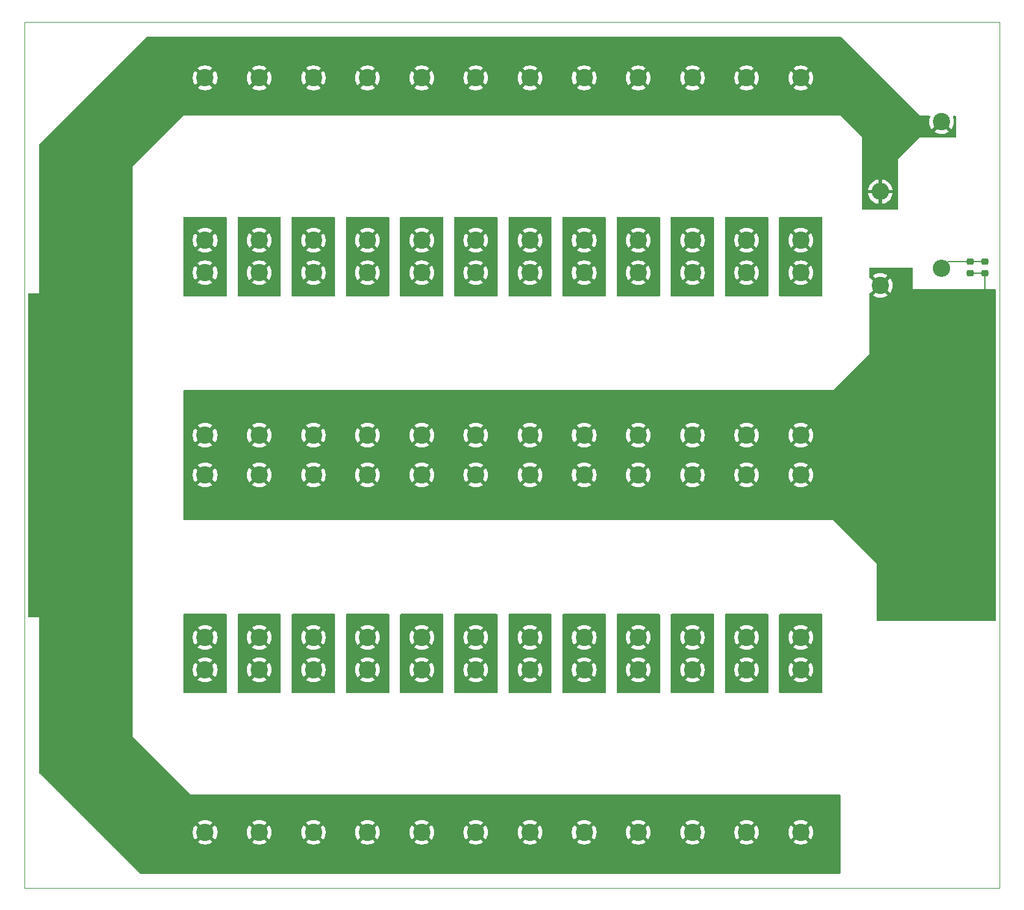
<source format=gtl>
%TF.GenerationSoftware,KiCad,Pcbnew,9.0.0*%
%TF.CreationDate,2025-12-10T15:51:30-08:00*%
%TF.ProjectId,cap_bank,6361705f-6261-46e6-9b2e-6b696361645f,rev?*%
%TF.SameCoordinates,Original*%
%TF.FileFunction,Copper,L1,Top*%
%TF.FilePolarity,Positive*%
%FSLAX46Y46*%
G04 Gerber Fmt 4.6, Leading zero omitted, Abs format (unit mm)*
G04 Created by KiCad (PCBNEW 9.0.0) date 2025-12-10 15:51:30*
%MOMM*%
%LPD*%
G01*
G04 APERTURE LIST*
G04 Aperture macros list*
%AMRoundRect*
0 Rectangle with rounded corners*
0 $1 Rounding radius*
0 $2 $3 $4 $5 $6 $7 $8 $9 X,Y pos of 4 corners*
0 Add a 4 corners polygon primitive as box body*
4,1,4,$2,$3,$4,$5,$6,$7,$8,$9,$2,$3,0*
0 Add four circle primitives for the rounded corners*
1,1,$1+$1,$2,$3*
1,1,$1+$1,$4,$5*
1,1,$1+$1,$6,$7*
1,1,$1+$1,$8,$9*
0 Add four rect primitives between the rounded corners*
20,1,$1+$1,$2,$3,$4,$5,0*
20,1,$1+$1,$4,$5,$6,$7,0*
20,1,$1+$1,$6,$7,$8,$9,0*
20,1,$1+$1,$8,$9,$2,$3,0*%
G04 Aperture macros list end*
%TA.AperFunction,ComponentPad*%
%ADD10C,0.600000*%
%TD*%
%TA.AperFunction,ComponentPad*%
%ADD11C,10.600000*%
%TD*%
%TA.AperFunction,SMDPad,CuDef*%
%ADD12R,13.000000X45.000000*%
%TD*%
%TA.AperFunction,ComponentPad*%
%ADD13C,2.400000*%
%TD*%
%TA.AperFunction,ComponentPad*%
%ADD14O,2.400000X2.400000*%
%TD*%
%TA.AperFunction,SMDPad,CuDef*%
%ADD15RoundRect,0.218750X-0.256250X0.218750X-0.256250X-0.218750X0.256250X-0.218750X0.256250X0.218750X0*%
%TD*%
%TA.AperFunction,SMDPad,CuDef*%
%ADD16RoundRect,0.218750X0.256250X-0.218750X0.256250X0.218750X-0.256250X0.218750X-0.256250X-0.218750X0*%
%TD*%
%TA.AperFunction,ViaPad*%
%ADD17C,0.600000*%
%TD*%
%TA.AperFunction,Conductor*%
%ADD18C,0.200000*%
%TD*%
%TA.AperFunction,Profile*%
%ADD19C,0.050000*%
%TD*%
G04 APERTURE END LIST*
D10*
%TO.P,H2,1,1*%
%TO.N,/NEG*%
X186500000Y-106500000D03*
X187500000Y-106500000D03*
X188500000Y-106500000D03*
X189500000Y-106500000D03*
X184500000Y-105500000D03*
X185500000Y-105500000D03*
X186500000Y-105500000D03*
X187500000Y-105500000D03*
X188500000Y-105500000D03*
X189500000Y-105500000D03*
X190500000Y-105500000D03*
X191500000Y-105500000D03*
X184500000Y-104500000D03*
X185500000Y-104500000D03*
X190500000Y-104500000D03*
X191500000Y-104500000D03*
X183500000Y-103500000D03*
X184500000Y-103500000D03*
X191500000Y-103500000D03*
X192500000Y-103500000D03*
X183500000Y-102500000D03*
X184500000Y-102500000D03*
X191500000Y-102500000D03*
X192500000Y-102500000D03*
D11*
X188000000Y-102000000D03*
D10*
X183500000Y-101500000D03*
X184500000Y-101500000D03*
X191500000Y-101500000D03*
X192500000Y-101500000D03*
X183500000Y-100500000D03*
X184500000Y-100500000D03*
X191500000Y-100500000D03*
X192500000Y-100500000D03*
X184500000Y-99500000D03*
X185500000Y-99500000D03*
X190500000Y-99500000D03*
X191500000Y-99500000D03*
X184500000Y-98500000D03*
X185500000Y-98500000D03*
X186500000Y-98500000D03*
X187500000Y-98500000D03*
X188500000Y-98500000D03*
X189500000Y-98500000D03*
X190500000Y-98500000D03*
X191500000Y-98500000D03*
X186500000Y-97500000D03*
X187500000Y-97500000D03*
X188500000Y-97500000D03*
X189500000Y-97500000D03*
D12*
X188000000Y-90000000D03*
D10*
X186500000Y-82500000D03*
X187500000Y-82500000D03*
X188500000Y-82500000D03*
X189500000Y-82500000D03*
X184500000Y-81500000D03*
X185500000Y-81500000D03*
X186500000Y-81500000D03*
X187500000Y-81500000D03*
X188500000Y-81500000D03*
X189500000Y-81500000D03*
X190500000Y-81500000D03*
X191500000Y-81500000D03*
X184500000Y-80500000D03*
X185500000Y-80500000D03*
X190500000Y-80500000D03*
X191500000Y-80500000D03*
X183500000Y-79500000D03*
X184500000Y-79500000D03*
X191500000Y-79500000D03*
X192500000Y-79500000D03*
X183500000Y-78500000D03*
X184500000Y-78500000D03*
X191500000Y-78500000D03*
X192500000Y-78500000D03*
D11*
X188000000Y-78000000D03*
D10*
X183500000Y-77500000D03*
X184500000Y-77500000D03*
X191500000Y-77500000D03*
X192500000Y-77500000D03*
X183500000Y-76500000D03*
X184500000Y-76500000D03*
X191500000Y-76500000D03*
X192500000Y-76500000D03*
X184500000Y-75500000D03*
X185500000Y-75500000D03*
X190500000Y-75500000D03*
X191500000Y-75500000D03*
X184500000Y-74500000D03*
X185500000Y-74500000D03*
X186500000Y-74500000D03*
X187500000Y-74500000D03*
X188500000Y-74500000D03*
X189500000Y-74500000D03*
X190500000Y-74500000D03*
X191500000Y-74500000D03*
X186500000Y-73500000D03*
X187500000Y-73500000D03*
X188500000Y-73500000D03*
X189500000Y-73500000D03*
%TD*%
%TO.P,H1,1,1*%
%TO.N,/POS*%
X65500000Y-106500000D03*
X66500000Y-106500000D03*
X67500000Y-106500000D03*
X68500000Y-106500000D03*
X63500000Y-105500000D03*
X64500000Y-105500000D03*
X65500000Y-105500000D03*
X66500000Y-105500000D03*
X67500000Y-105500000D03*
X68500000Y-105500000D03*
X69500000Y-105500000D03*
X70500000Y-105500000D03*
X63500000Y-104500000D03*
X64500000Y-104500000D03*
X69500000Y-104500000D03*
X70500000Y-104500000D03*
X62500000Y-103500000D03*
X63500000Y-103500000D03*
X70500000Y-103500000D03*
X71500000Y-103500000D03*
X62500000Y-102500000D03*
X63500000Y-102500000D03*
X70500000Y-102500000D03*
X71500000Y-102500000D03*
D11*
X67000000Y-102000000D03*
D10*
X62500000Y-101500000D03*
X63500000Y-101500000D03*
X70500000Y-101500000D03*
X71500000Y-101500000D03*
X62500000Y-100500000D03*
X63500000Y-100500000D03*
X70500000Y-100500000D03*
X71500000Y-100500000D03*
X63500000Y-99500000D03*
X64500000Y-99500000D03*
X69500000Y-99500000D03*
X70500000Y-99500000D03*
X63500000Y-98500000D03*
X64500000Y-98500000D03*
X65500000Y-98500000D03*
X66500000Y-98500000D03*
X67500000Y-98500000D03*
X68500000Y-98500000D03*
X69500000Y-98500000D03*
X70500000Y-98500000D03*
X65500000Y-97500000D03*
X66500000Y-97500000D03*
X67500000Y-97500000D03*
X68500000Y-97500000D03*
D12*
X67000000Y-90000000D03*
D10*
X65500000Y-82500000D03*
X66500000Y-82500000D03*
X67500000Y-82500000D03*
X68500000Y-82500000D03*
X63500000Y-81500000D03*
X64500000Y-81500000D03*
X65500000Y-81500000D03*
X66500000Y-81500000D03*
X67500000Y-81500000D03*
X68500000Y-81500000D03*
X69500000Y-81500000D03*
X70500000Y-81500000D03*
X63500000Y-80500000D03*
X64500000Y-80500000D03*
X69500000Y-80500000D03*
X70500000Y-80500000D03*
X62500000Y-79500000D03*
X63500000Y-79500000D03*
X70500000Y-79500000D03*
X71500000Y-79500000D03*
X62500000Y-78500000D03*
X63500000Y-78500000D03*
X70500000Y-78500000D03*
X71500000Y-78500000D03*
D11*
X67000000Y-78000000D03*
D10*
X62500000Y-77500000D03*
X63500000Y-77500000D03*
X70500000Y-77500000D03*
X71500000Y-77500000D03*
X62500000Y-76500000D03*
X63500000Y-76500000D03*
X70500000Y-76500000D03*
X71500000Y-76500000D03*
X63500000Y-75500000D03*
X64500000Y-75500000D03*
X69500000Y-75500000D03*
X70500000Y-75500000D03*
X63500000Y-74500000D03*
X64500000Y-74500000D03*
X65500000Y-74500000D03*
X66500000Y-74500000D03*
X67500000Y-74500000D03*
X68500000Y-74500000D03*
X69500000Y-74500000D03*
X70500000Y-74500000D03*
X65500000Y-73500000D03*
X66500000Y-73500000D03*
X67500000Y-73500000D03*
X68500000Y-73500000D03*
%TD*%
D13*
%TO.P,GD1,1*%
%TO.N,/NEG*%
X178500000Y-66500000D03*
D14*
%TO.P,GD1,2*%
%TO.N,/POS*%
X178500000Y-53500000D03*
%TD*%
D13*
%TO.P,C48,1*%
%TO.N,Net-(C36-Pad2)*%
X167500000Y-60250000D03*
%TO.P,C48,2*%
%TO.N,/POS*%
X167500000Y-37750000D03*
%TD*%
%TO.P,C47,1*%
%TO.N,Net-(C35-Pad2)*%
X160000000Y-60250000D03*
%TO.P,C47,2*%
%TO.N,/POS*%
X160000000Y-37750000D03*
%TD*%
%TO.P,C46,1*%
%TO.N,Net-(C34-Pad2)*%
X152500000Y-60250000D03*
%TO.P,C46,2*%
%TO.N,/POS*%
X152500000Y-37750000D03*
%TD*%
%TO.P,C45,1*%
%TO.N,Net-(C33-Pad2)*%
X145000000Y-60250000D03*
%TO.P,C45,2*%
%TO.N,/POS*%
X145000000Y-37750000D03*
%TD*%
%TO.P,C44,1*%
%TO.N,Net-(C32-Pad2)*%
X137500000Y-60250000D03*
%TO.P,C44,2*%
%TO.N,/POS*%
X137500000Y-37750000D03*
%TD*%
%TO.P,C43,1*%
%TO.N,Net-(C31-Pad2)*%
X130000000Y-60250000D03*
%TO.P,C43,2*%
%TO.N,/POS*%
X130000000Y-37750000D03*
%TD*%
%TO.P,C42,1*%
%TO.N,Net-(C30-Pad2)*%
X122500000Y-60250000D03*
%TO.P,C42,2*%
%TO.N,/POS*%
X122500000Y-37750000D03*
%TD*%
%TO.P,C41,1*%
%TO.N,Net-(C29-Pad2)*%
X115000000Y-60250000D03*
%TO.P,C41,2*%
%TO.N,/POS*%
X115000000Y-37750000D03*
%TD*%
%TO.P,C40,1*%
%TO.N,Net-(C28-Pad2)*%
X107500000Y-60250000D03*
%TO.P,C40,2*%
%TO.N,/POS*%
X107500000Y-37750000D03*
%TD*%
%TO.P,C39,1*%
%TO.N,Net-(C27-Pad2)*%
X100000000Y-60250000D03*
%TO.P,C39,2*%
%TO.N,/POS*%
X100000000Y-37750000D03*
%TD*%
%TO.P,C38,1*%
%TO.N,Net-(C26-Pad2)*%
X92500000Y-60250000D03*
%TO.P,C38,2*%
%TO.N,/POS*%
X92500000Y-37750000D03*
%TD*%
%TO.P,C37,1*%
%TO.N,Net-(C25-Pad2)*%
X85000000Y-60250000D03*
%TO.P,C37,2*%
%TO.N,/POS*%
X85000000Y-37750000D03*
%TD*%
%TO.P,C36,1*%
%TO.N,/NEG*%
X167500000Y-87250000D03*
%TO.P,C36,2*%
%TO.N,Net-(C36-Pad2)*%
X167500000Y-64750000D03*
%TD*%
%TO.P,C35,1*%
%TO.N,/NEG*%
X160000000Y-87250000D03*
%TO.P,C35,2*%
%TO.N,Net-(C35-Pad2)*%
X160000000Y-64750000D03*
%TD*%
%TO.P,C34,1*%
%TO.N,/NEG*%
X152500000Y-87250000D03*
%TO.P,C34,2*%
%TO.N,Net-(C34-Pad2)*%
X152500000Y-64750000D03*
%TD*%
%TO.P,C33,1*%
%TO.N,/NEG*%
X145000000Y-87250000D03*
%TO.P,C33,2*%
%TO.N,Net-(C33-Pad2)*%
X145000000Y-64750000D03*
%TD*%
%TO.P,C32,1*%
%TO.N,/NEG*%
X137500000Y-87250000D03*
%TO.P,C32,2*%
%TO.N,Net-(C32-Pad2)*%
X137500000Y-64750000D03*
%TD*%
%TO.P,C31,1*%
%TO.N,/NEG*%
X130000000Y-87250000D03*
%TO.P,C31,2*%
%TO.N,Net-(C31-Pad2)*%
X130000000Y-64750000D03*
%TD*%
%TO.P,C30,1*%
%TO.N,/NEG*%
X122500000Y-87250000D03*
%TO.P,C30,2*%
%TO.N,Net-(C30-Pad2)*%
X122500000Y-64750000D03*
%TD*%
%TO.P,C29,1*%
%TO.N,/NEG*%
X115000000Y-87250000D03*
%TO.P,C29,2*%
%TO.N,Net-(C29-Pad2)*%
X115000000Y-64750000D03*
%TD*%
%TO.P,C28,1*%
%TO.N,/NEG*%
X107500000Y-87250000D03*
%TO.P,C28,2*%
%TO.N,Net-(C28-Pad2)*%
X107500000Y-64750000D03*
%TD*%
%TO.P,C27,1*%
%TO.N,/NEG*%
X100000000Y-87250000D03*
%TO.P,C27,2*%
%TO.N,Net-(C27-Pad2)*%
X100000000Y-64750000D03*
%TD*%
%TO.P,C26,1*%
%TO.N,/NEG*%
X92500000Y-87250000D03*
%TO.P,C26,2*%
%TO.N,Net-(C26-Pad2)*%
X92500000Y-64750000D03*
%TD*%
%TO.P,C25,1*%
%TO.N,/NEG*%
X85000000Y-87250000D03*
%TO.P,C25,2*%
%TO.N,Net-(C25-Pad2)*%
X85000000Y-64750000D03*
%TD*%
%TO.P,C24,1*%
%TO.N,Net-(C12-Pad2)*%
X167500000Y-115250000D03*
%TO.P,C24,2*%
%TO.N,/NEG*%
X167500000Y-92750000D03*
%TD*%
%TO.P,C23,1*%
%TO.N,Net-(C11-Pad2)*%
X160000000Y-115250000D03*
%TO.P,C23,2*%
%TO.N,/NEG*%
X160000000Y-92750000D03*
%TD*%
%TO.P,C22,1*%
%TO.N,Net-(C10-Pad2)*%
X152500000Y-115250000D03*
%TO.P,C22,2*%
%TO.N,/NEG*%
X152500000Y-92750000D03*
%TD*%
%TO.P,C21,1*%
%TO.N,Net-(C21-Pad1)*%
X145000000Y-115250000D03*
%TO.P,C21,2*%
%TO.N,/NEG*%
X145000000Y-92750000D03*
%TD*%
%TO.P,C20,1*%
%TO.N,Net-(C20-Pad1)*%
X137500000Y-115250000D03*
%TO.P,C20,2*%
%TO.N,/NEG*%
X137500000Y-92750000D03*
%TD*%
%TO.P,C19,2*%
%TO.N,/NEG*%
X130000000Y-92750000D03*
%TO.P,C19,1*%
%TO.N,Net-(C19-Pad1)*%
X130000000Y-115250000D03*
%TD*%
%TO.P,C18,1*%
%TO.N,Net-(C18-Pad1)*%
X122500000Y-115250000D03*
%TO.P,C18,2*%
%TO.N,/NEG*%
X122500000Y-92750000D03*
%TD*%
%TO.P,C17,1*%
%TO.N,Net-(C17-Pad1)*%
X115000000Y-115250000D03*
%TO.P,C17,2*%
%TO.N,/NEG*%
X115000000Y-92750000D03*
%TD*%
%TO.P,C16,1*%
%TO.N,Net-(C16-Pad1)*%
X107500000Y-115250000D03*
%TO.P,C16,2*%
%TO.N,/NEG*%
X107500000Y-92750000D03*
%TD*%
%TO.P,C15,1*%
%TO.N,Net-(C15-Pad1)*%
X100000000Y-115250000D03*
%TO.P,C15,2*%
%TO.N,/NEG*%
X100000000Y-92750000D03*
%TD*%
%TO.P,C14,1*%
%TO.N,Net-(C14-Pad1)*%
X92500000Y-115250000D03*
%TO.P,C14,2*%
%TO.N,/NEG*%
X92500000Y-92750000D03*
%TD*%
%TO.P,C13,1*%
%TO.N,Net-(C1-Pad2)*%
X85000000Y-115250000D03*
%TO.P,C13,2*%
%TO.N,/NEG*%
X85000000Y-92750000D03*
%TD*%
%TO.P,C12,1*%
%TO.N,/POS*%
X167500000Y-142250000D03*
%TO.P,C12,2*%
%TO.N,Net-(C12-Pad2)*%
X167500000Y-119750000D03*
%TD*%
%TO.P,C11,1*%
%TO.N,/POS*%
X160000000Y-142250000D03*
%TO.P,C11,2*%
%TO.N,Net-(C11-Pad2)*%
X160000000Y-119750000D03*
%TD*%
%TO.P,C10,1*%
%TO.N,/POS*%
X152500000Y-142250000D03*
%TO.P,C10,2*%
%TO.N,Net-(C10-Pad2)*%
X152500000Y-119750000D03*
%TD*%
%TO.P,C9,1*%
%TO.N,/POS*%
X145000000Y-142250000D03*
%TO.P,C9,2*%
%TO.N,Net-(C21-Pad1)*%
X145000000Y-119750000D03*
%TD*%
%TO.P,C8,1*%
%TO.N,/POS*%
X137500000Y-142250000D03*
%TO.P,C8,2*%
%TO.N,Net-(C20-Pad1)*%
X137500000Y-119750000D03*
%TD*%
%TO.P,C7,1*%
%TO.N,/POS*%
X130000000Y-142250000D03*
%TO.P,C7,2*%
%TO.N,Net-(C19-Pad1)*%
X130000000Y-119750000D03*
%TD*%
%TO.P,C6,1*%
%TO.N,/POS*%
X122500000Y-142250000D03*
%TO.P,C6,2*%
%TO.N,Net-(C18-Pad1)*%
X122500000Y-119750000D03*
%TD*%
%TO.P,C5,1*%
%TO.N,/POS*%
X115000000Y-142250000D03*
%TO.P,C5,2*%
%TO.N,Net-(C17-Pad1)*%
X115000000Y-119750000D03*
%TD*%
%TO.P,C4,1*%
%TO.N,/POS*%
X107500000Y-142250000D03*
%TO.P,C4,2*%
%TO.N,Net-(C16-Pad1)*%
X107500000Y-119750000D03*
%TD*%
%TO.P,C3,1*%
%TO.N,/POS*%
X100000000Y-142250000D03*
%TO.P,C3,2*%
%TO.N,Net-(C15-Pad1)*%
X100000000Y-119750000D03*
%TD*%
%TO.P,C2,1*%
%TO.N,/POS*%
X92500000Y-142250000D03*
%TO.P,C2,2*%
%TO.N,Net-(C14-Pad1)*%
X92500000Y-119750000D03*
%TD*%
%TO.P,C1,1*%
%TO.N,/POS*%
X85000000Y-142250000D03*
%TO.P,C1,2*%
%TO.N,Net-(C1-Pad2)*%
X85000000Y-119750000D03*
%TD*%
%TO.P,R1,1*%
%TO.N,/POS*%
X187000000Y-43840000D03*
D14*
%TO.P,R1,2*%
%TO.N,Net-(D1-K)*%
X187000000Y-64160000D03*
%TD*%
D15*
%TO.P,D1,1,K*%
%TO.N,Net-(D1-K)*%
X191000000Y-63212500D03*
%TO.P,D1,2,A*%
%TO.N,/NEG*%
X191000000Y-64787500D03*
%TD*%
D16*
%TO.P,D2,1,K*%
%TO.N,/NEG*%
X193000000Y-64787500D03*
%TO.P,D2,2,A*%
%TO.N,Net-(D1-K)*%
X193000000Y-63212500D03*
%TD*%
D17*
%TO.N,/NEG*%
X91000000Y-96500000D03*
X92000000Y-97500000D03*
X94000000Y-95500000D03*
X91000000Y-95500000D03*
X93000000Y-95500000D03*
X93000000Y-97500000D03*
X109000000Y-97500000D03*
X109000000Y-96500000D03*
X86500000Y-97500000D03*
X107000000Y-95500000D03*
X84500000Y-95500000D03*
X86500000Y-96500000D03*
X85500000Y-96500000D03*
X84500000Y-96500000D03*
X83500000Y-97500000D03*
X85500000Y-97500000D03*
X116500000Y-96500000D03*
X83500000Y-96500000D03*
X84500000Y-97500000D03*
X124000000Y-97500000D03*
X115500000Y-97500000D03*
X115500000Y-95500000D03*
X122000000Y-95500000D03*
X114500000Y-97500000D03*
X116500000Y-95500000D03*
X124000000Y-96500000D03*
X113500000Y-96500000D03*
X122000000Y-96500000D03*
X115500000Y-96500000D03*
X114500000Y-96500000D03*
X113500000Y-95500000D03*
X113500000Y-97500000D03*
X123000000Y-96500000D03*
X106000000Y-97500000D03*
X108000000Y-95500000D03*
X86500000Y-95500000D03*
X108000000Y-97500000D03*
X109000000Y-95500000D03*
X106000000Y-96500000D03*
X83500000Y-95500000D03*
X106000000Y-95500000D03*
X108000000Y-96500000D03*
X107000000Y-97500000D03*
X85500000Y-95500000D03*
X107000000Y-96500000D03*
X124000000Y-95500000D03*
X123000000Y-95500000D03*
X114500000Y-95500000D03*
X116500000Y-97500000D03*
X121000000Y-96500000D03*
X121000000Y-97500000D03*
X121000000Y-95500000D03*
X123000000Y-97500000D03*
X122000000Y-97500000D03*
X93000000Y-96500000D03*
X92000000Y-96500000D03*
X98500000Y-95500000D03*
X100500000Y-95500000D03*
X94000000Y-97500000D03*
X91000000Y-97500000D03*
X94000000Y-96500000D03*
X92000000Y-95500000D03*
X101500000Y-95500000D03*
X98500000Y-97500000D03*
X99500000Y-96500000D03*
X98500000Y-96500000D03*
X99500000Y-95500000D03*
X101500000Y-97500000D03*
X101500000Y-96500000D03*
X100500000Y-96500000D03*
X99500000Y-97500000D03*
X100500000Y-97500000D03*
X136000000Y-96500000D03*
X137000000Y-97500000D03*
X139000000Y-95500000D03*
X136000000Y-95500000D03*
X138000000Y-95500000D03*
X138000000Y-97500000D03*
X154000000Y-97500000D03*
X154000000Y-96500000D03*
X131500000Y-97500000D03*
X152000000Y-95500000D03*
X129500000Y-95500000D03*
X131500000Y-96500000D03*
X130500000Y-96500000D03*
X129500000Y-96500000D03*
X128500000Y-97500000D03*
X130500000Y-97500000D03*
X161500000Y-96500000D03*
X128500000Y-96500000D03*
X129500000Y-97500000D03*
X169000000Y-97500000D03*
X160500000Y-97500000D03*
X160500000Y-95500000D03*
X167000000Y-95500000D03*
X159500000Y-97500000D03*
X161500000Y-95500000D03*
X169000000Y-96500000D03*
X158500000Y-96500000D03*
X167000000Y-96500000D03*
X160500000Y-96500000D03*
X159500000Y-96500000D03*
X158500000Y-95500000D03*
X158500000Y-97500000D03*
X168000000Y-96500000D03*
X151000000Y-97500000D03*
X153000000Y-95500000D03*
X131500000Y-95500000D03*
X153000000Y-97500000D03*
X154000000Y-95500000D03*
X151000000Y-96500000D03*
X128500000Y-95500000D03*
X151000000Y-95500000D03*
X153000000Y-96500000D03*
X152000000Y-97500000D03*
X130500000Y-95500000D03*
X152000000Y-96500000D03*
X169000000Y-95500000D03*
X168000000Y-95500000D03*
X159500000Y-95500000D03*
X161500000Y-97500000D03*
X166000000Y-96500000D03*
X166000000Y-97500000D03*
X166000000Y-95500000D03*
X168000000Y-97500000D03*
X167000000Y-97500000D03*
X138000000Y-96500000D03*
X137000000Y-96500000D03*
X143500000Y-95500000D03*
X145500000Y-95500000D03*
X139000000Y-97500000D03*
X136000000Y-97500000D03*
X139000000Y-96500000D03*
X137000000Y-95500000D03*
X146500000Y-95500000D03*
X143500000Y-97500000D03*
X144500000Y-96500000D03*
X143500000Y-96500000D03*
X144500000Y-95500000D03*
X146500000Y-97500000D03*
X146500000Y-96500000D03*
X145500000Y-96500000D03*
X144500000Y-97500000D03*
X145500000Y-97500000D03*
X136000000Y-83500000D03*
X137000000Y-84500000D03*
X139000000Y-82500000D03*
X136000000Y-82500000D03*
X138000000Y-82500000D03*
X138000000Y-84500000D03*
X154000000Y-84500000D03*
X154000000Y-83500000D03*
X131500000Y-84500000D03*
X152000000Y-82500000D03*
X129500000Y-82500000D03*
X131500000Y-83500000D03*
X130500000Y-83500000D03*
X129500000Y-83500000D03*
X128500000Y-84500000D03*
X130500000Y-84500000D03*
X161500000Y-83500000D03*
X128500000Y-83500000D03*
X129500000Y-84500000D03*
X169000000Y-84500000D03*
X160500000Y-84500000D03*
X160500000Y-82500000D03*
X167000000Y-82500000D03*
X159500000Y-84500000D03*
X161500000Y-82500000D03*
X169000000Y-83500000D03*
X158500000Y-83500000D03*
X167000000Y-83500000D03*
X160500000Y-83500000D03*
X159500000Y-83500000D03*
X158500000Y-82500000D03*
X158500000Y-84500000D03*
X168000000Y-83500000D03*
X151000000Y-84500000D03*
X153000000Y-82500000D03*
X131500000Y-82500000D03*
X153000000Y-84500000D03*
X154000000Y-82500000D03*
X151000000Y-83500000D03*
X128500000Y-82500000D03*
X151000000Y-82500000D03*
X153000000Y-83500000D03*
X152000000Y-84500000D03*
X130500000Y-82500000D03*
X152000000Y-83500000D03*
X169000000Y-82500000D03*
X168000000Y-82500000D03*
X159500000Y-82500000D03*
X161500000Y-84500000D03*
X166000000Y-83500000D03*
X166000000Y-84500000D03*
X166000000Y-82500000D03*
X168000000Y-84500000D03*
X167000000Y-84500000D03*
X138000000Y-83500000D03*
X137000000Y-83500000D03*
X143500000Y-82500000D03*
X145500000Y-82500000D03*
X139000000Y-84500000D03*
X136000000Y-84500000D03*
X139000000Y-83500000D03*
X137000000Y-82500000D03*
X146500000Y-82500000D03*
X143500000Y-84500000D03*
X144500000Y-83500000D03*
X143500000Y-83500000D03*
X144500000Y-82500000D03*
X146500000Y-84500000D03*
X146500000Y-83500000D03*
X145500000Y-83500000D03*
X144500000Y-84500000D03*
X145500000Y-84500000D03*
X124000000Y-84500000D03*
X122000000Y-82500000D03*
X124000000Y-83500000D03*
X123000000Y-83500000D03*
X122000000Y-83500000D03*
X121000000Y-84500000D03*
X123000000Y-84500000D03*
X121000000Y-83500000D03*
X122000000Y-84500000D03*
X124000000Y-82500000D03*
X121000000Y-82500000D03*
X123000000Y-82500000D03*
X116500000Y-84500000D03*
X114500000Y-82500000D03*
X116500000Y-83500000D03*
X115500000Y-83500000D03*
X114500000Y-83500000D03*
X113500000Y-84500000D03*
X115500000Y-84500000D03*
X113500000Y-83500000D03*
X114500000Y-84500000D03*
X116500000Y-82500000D03*
X113500000Y-82500000D03*
X115500000Y-82500000D03*
X109000000Y-84500000D03*
X107000000Y-82500000D03*
X109000000Y-83500000D03*
X108000000Y-83500000D03*
X107000000Y-83500000D03*
X106000000Y-84500000D03*
X108000000Y-84500000D03*
X106000000Y-83500000D03*
X107000000Y-84500000D03*
X109000000Y-82500000D03*
X106000000Y-82500000D03*
X108000000Y-82500000D03*
X101500000Y-84500000D03*
X99500000Y-82500000D03*
X101500000Y-83500000D03*
X100500000Y-83500000D03*
X99500000Y-83500000D03*
X98500000Y-84500000D03*
X100500000Y-84500000D03*
X98500000Y-83500000D03*
X99500000Y-84500000D03*
X101500000Y-82500000D03*
X98500000Y-82500000D03*
X100500000Y-82500000D03*
X94000000Y-84500000D03*
X92000000Y-82500000D03*
X94000000Y-83500000D03*
X93000000Y-83500000D03*
X92000000Y-83500000D03*
X91000000Y-84500000D03*
X93000000Y-84500000D03*
X91000000Y-83500000D03*
X92000000Y-84500000D03*
X94000000Y-82500000D03*
X91000000Y-82500000D03*
X93000000Y-82500000D03*
X86500000Y-82500000D03*
X83500000Y-82500000D03*
X85500000Y-82500000D03*
X84500000Y-82500000D03*
X86500000Y-83500000D03*
X83500000Y-83500000D03*
X85500000Y-83500000D03*
X84500000Y-83500000D03*
X86500000Y-84500000D03*
X83500000Y-84500000D03*
X85500000Y-84500000D03*
X84500000Y-84500000D03*
%TO.N,/POS*%
X116500000Y-42000000D03*
X123000000Y-40000000D03*
X115500000Y-42000000D03*
X114500000Y-41000000D03*
X114500000Y-42000000D03*
X115500000Y-41000000D03*
X114500000Y-40000000D03*
X113500000Y-40000000D03*
X116500000Y-41000000D03*
X113500000Y-41000000D03*
X109000000Y-40000000D03*
X107000000Y-41000000D03*
X109000000Y-42000000D03*
X108000000Y-42000000D03*
X108000000Y-41000000D03*
X106000000Y-40000000D03*
X106000000Y-41000000D03*
X107000000Y-42000000D03*
X107000000Y-40000000D03*
X121000000Y-42000000D03*
X116500000Y-40000000D03*
X109000000Y-41000000D03*
X99500000Y-42000000D03*
X101500000Y-40000000D03*
X101500000Y-42000000D03*
X98500000Y-40000000D03*
X124000000Y-40000000D03*
X100500000Y-41000000D03*
X100500000Y-42000000D03*
X113500000Y-42000000D03*
X100500000Y-40000000D03*
X99500000Y-40000000D03*
X98500000Y-41000000D03*
X99500000Y-41000000D03*
X101500000Y-41000000D03*
X86500000Y-42000000D03*
X94000000Y-42000000D03*
X85500000Y-41000000D03*
X108000000Y-40000000D03*
X84500000Y-40000000D03*
X83500000Y-40000000D03*
X86500000Y-41000000D03*
X85500000Y-42000000D03*
X121000000Y-41000000D03*
X93000000Y-41000000D03*
X84500000Y-42000000D03*
X84500000Y-41000000D03*
X83500000Y-41000000D03*
X91000000Y-40000000D03*
X94000000Y-41000000D03*
X92000000Y-42000000D03*
X91000000Y-42000000D03*
X91000000Y-41000000D03*
X94000000Y-40000000D03*
X92000000Y-41000000D03*
X93000000Y-40000000D03*
X115500000Y-40000000D03*
X92000000Y-40000000D03*
X98500000Y-42000000D03*
X93000000Y-42000000D03*
X106000000Y-42000000D03*
X123000000Y-42000000D03*
X124000000Y-42000000D03*
X122000000Y-40000000D03*
X124000000Y-41000000D03*
X122000000Y-42000000D03*
X123000000Y-41000000D03*
X122000000Y-41000000D03*
X121000000Y-40000000D03*
X86500000Y-40000000D03*
X85500000Y-40000000D03*
X83500000Y-42000000D03*
X161500000Y-42000000D03*
X168000000Y-40000000D03*
X160500000Y-42000000D03*
X159500000Y-41000000D03*
X159500000Y-42000000D03*
X160500000Y-41000000D03*
X159500000Y-40000000D03*
X158500000Y-40000000D03*
X161500000Y-41000000D03*
X158500000Y-41000000D03*
X154000000Y-40000000D03*
X152000000Y-41000000D03*
X154000000Y-42000000D03*
X153000000Y-42000000D03*
X153000000Y-41000000D03*
X151000000Y-40000000D03*
X151000000Y-41000000D03*
X152000000Y-42000000D03*
X152000000Y-40000000D03*
X166000000Y-42000000D03*
X161500000Y-40000000D03*
X154000000Y-41000000D03*
X144500000Y-42000000D03*
X146500000Y-40000000D03*
X146500000Y-42000000D03*
X143500000Y-40000000D03*
X169000000Y-40000000D03*
X145500000Y-41000000D03*
X145500000Y-42000000D03*
X158500000Y-42000000D03*
X145500000Y-40000000D03*
X144500000Y-40000000D03*
X143500000Y-41000000D03*
X144500000Y-41000000D03*
X146500000Y-41000000D03*
X131500000Y-42000000D03*
X139000000Y-42000000D03*
X130500000Y-41000000D03*
X153000000Y-40000000D03*
X129500000Y-40000000D03*
X128500000Y-40000000D03*
X131500000Y-41000000D03*
X130500000Y-42000000D03*
X166000000Y-41000000D03*
X138000000Y-41000000D03*
X129500000Y-42000000D03*
X129500000Y-41000000D03*
X128500000Y-41000000D03*
X136000000Y-40000000D03*
X139000000Y-41000000D03*
X137000000Y-42000000D03*
X136000000Y-42000000D03*
X136000000Y-41000000D03*
X139000000Y-40000000D03*
X137000000Y-41000000D03*
X138000000Y-40000000D03*
X160500000Y-40000000D03*
X137000000Y-40000000D03*
X143500000Y-42000000D03*
X138000000Y-42000000D03*
X151000000Y-42000000D03*
X168000000Y-42000000D03*
X169000000Y-42000000D03*
X167000000Y-40000000D03*
X169000000Y-41000000D03*
X167000000Y-42000000D03*
X168000000Y-41000000D03*
X167000000Y-41000000D03*
X166000000Y-40000000D03*
X131500000Y-40000000D03*
X130500000Y-40000000D03*
X128500000Y-42000000D03*
X161500000Y-140000000D03*
X168000000Y-138000000D03*
X160500000Y-140000000D03*
X159500000Y-139000000D03*
X159500000Y-140000000D03*
X160500000Y-139000000D03*
X159500000Y-138000000D03*
X158500000Y-138000000D03*
X161500000Y-139000000D03*
X158500000Y-139000000D03*
X154000000Y-138000000D03*
X152000000Y-139000000D03*
X154000000Y-140000000D03*
X153000000Y-140000000D03*
X153000000Y-139000000D03*
X151000000Y-138000000D03*
X151000000Y-139000000D03*
X152000000Y-140000000D03*
X152000000Y-138000000D03*
X166000000Y-140000000D03*
X161500000Y-138000000D03*
X154000000Y-139000000D03*
X144500000Y-140000000D03*
X146500000Y-138000000D03*
X146500000Y-140000000D03*
X143500000Y-138000000D03*
X169000000Y-138000000D03*
X145500000Y-139000000D03*
X145500000Y-140000000D03*
X158500000Y-140000000D03*
X145500000Y-138000000D03*
X144500000Y-138000000D03*
X143500000Y-139000000D03*
X144500000Y-139000000D03*
X146500000Y-139000000D03*
X131500000Y-140000000D03*
X139000000Y-140000000D03*
X130500000Y-139000000D03*
X153000000Y-138000000D03*
X129500000Y-138000000D03*
X128500000Y-138000000D03*
X131500000Y-139000000D03*
X130500000Y-140000000D03*
X166000000Y-139000000D03*
X138000000Y-139000000D03*
X129500000Y-140000000D03*
X129500000Y-139000000D03*
X128500000Y-139000000D03*
X136000000Y-138000000D03*
X139000000Y-139000000D03*
X137000000Y-140000000D03*
X136000000Y-140000000D03*
X136000000Y-139000000D03*
X139000000Y-138000000D03*
X137000000Y-139000000D03*
X138000000Y-138000000D03*
X160500000Y-138000000D03*
X137000000Y-138000000D03*
X143500000Y-140000000D03*
X138000000Y-140000000D03*
X151000000Y-140000000D03*
X168000000Y-140000000D03*
X169000000Y-140000000D03*
X167000000Y-138000000D03*
X169000000Y-139000000D03*
X167000000Y-140000000D03*
X168000000Y-139000000D03*
X167000000Y-139000000D03*
X166000000Y-138000000D03*
X131500000Y-138000000D03*
X130500000Y-138000000D03*
X128500000Y-140000000D03*
X124000000Y-140000000D03*
X123000000Y-139000000D03*
X122000000Y-138000000D03*
X121000000Y-138000000D03*
X124000000Y-139000000D03*
X123000000Y-140000000D03*
X122000000Y-140000000D03*
X122000000Y-139000000D03*
X121000000Y-139000000D03*
X124000000Y-138000000D03*
X123000000Y-138000000D03*
X121000000Y-140000000D03*
X116500000Y-140000000D03*
X115500000Y-139000000D03*
X114500000Y-138000000D03*
X113500000Y-138000000D03*
X116500000Y-139000000D03*
X115500000Y-140000000D03*
X114500000Y-140000000D03*
X114500000Y-139000000D03*
X113500000Y-139000000D03*
X116500000Y-138000000D03*
X115500000Y-138000000D03*
X113500000Y-140000000D03*
X109000000Y-140000000D03*
X108000000Y-139000000D03*
X107000000Y-138000000D03*
X106000000Y-138000000D03*
X109000000Y-139000000D03*
X108000000Y-140000000D03*
X107000000Y-140000000D03*
X107000000Y-139000000D03*
X106000000Y-139000000D03*
X109000000Y-138000000D03*
X108000000Y-138000000D03*
X106000000Y-140000000D03*
X101500000Y-140000000D03*
X100500000Y-139000000D03*
X99500000Y-138000000D03*
X98500000Y-138000000D03*
X101500000Y-139000000D03*
X100500000Y-140000000D03*
X99500000Y-140000000D03*
X99500000Y-139000000D03*
X98500000Y-139000000D03*
X101500000Y-138000000D03*
X100500000Y-138000000D03*
X98500000Y-140000000D03*
X94000000Y-140000000D03*
X93000000Y-139000000D03*
X92000000Y-138000000D03*
X91000000Y-138000000D03*
X94000000Y-139000000D03*
X93000000Y-140000000D03*
X92000000Y-140000000D03*
X92000000Y-139000000D03*
X91000000Y-139000000D03*
X94000000Y-138000000D03*
X93000000Y-138000000D03*
X91000000Y-140000000D03*
X86500000Y-138000000D03*
X85500000Y-138000000D03*
X86500000Y-140000000D03*
X86500000Y-139000000D03*
X85500000Y-139000000D03*
X85500000Y-140000000D03*
X84500000Y-140000000D03*
X84500000Y-139000000D03*
X84500000Y-138000000D03*
X83500000Y-138000000D03*
X83500000Y-139000000D03*
X83500000Y-140000000D03*
%TD*%
D18*
%TO.N,/NEG*%
X191000000Y-64787500D02*
X193000000Y-64787500D01*
X193000000Y-85000000D02*
X188000000Y-90000000D01*
X193000000Y-64787500D02*
X193000000Y-85000000D01*
%TO.N,Net-(D1-K)*%
X187947500Y-63212500D02*
X187000000Y-64160000D01*
X191000000Y-63212500D02*
X187947500Y-63212500D01*
X193000000Y-63212500D02*
X191000000Y-63212500D01*
%TD*%
%TA.AperFunction,Conductor*%
%TO.N,/POS*%
G36*
X173015677Y-32019685D02*
G01*
X173036319Y-32036319D01*
X184000000Y-43000000D01*
X185322294Y-43000000D01*
X185389333Y-43019685D01*
X185435088Y-43072489D01*
X185445032Y-43141647D01*
X185436855Y-43171454D01*
X185386762Y-43292384D01*
X185329088Y-43507632D01*
X185329085Y-43507645D01*
X185300000Y-43728575D01*
X185300000Y-43951424D01*
X185329085Y-44172354D01*
X185329088Y-44172367D01*
X185386763Y-44387618D01*
X185472045Y-44593502D01*
X185472054Y-44593520D01*
X185583464Y-44786491D01*
X185583473Y-44786504D01*
X185634040Y-44852403D01*
X185634043Y-44852403D01*
X186435387Y-44051058D01*
X186440889Y-44071591D01*
X186519881Y-44208408D01*
X186631592Y-44320119D01*
X186768409Y-44399111D01*
X186788940Y-44404612D01*
X185987595Y-45205955D01*
X185987595Y-45205956D01*
X186053507Y-45256533D01*
X186246485Y-45367949D01*
X186246497Y-45367954D01*
X186452381Y-45453236D01*
X186667632Y-45510911D01*
X186667645Y-45510914D01*
X186888575Y-45540000D01*
X187111425Y-45540000D01*
X187332354Y-45510914D01*
X187332367Y-45510911D01*
X187547618Y-45453236D01*
X187753502Y-45367954D01*
X187753514Y-45367949D01*
X187946498Y-45256530D01*
X188012403Y-45205957D01*
X188012404Y-45205956D01*
X187211059Y-44404612D01*
X187231591Y-44399111D01*
X187368408Y-44320119D01*
X187480119Y-44208408D01*
X187559111Y-44071591D01*
X187564612Y-44051059D01*
X188365956Y-44852404D01*
X188365957Y-44852403D01*
X188416530Y-44786498D01*
X188527949Y-44593514D01*
X188527954Y-44593502D01*
X188613236Y-44387618D01*
X188670911Y-44172367D01*
X188670914Y-44172354D01*
X188700000Y-43951424D01*
X188700000Y-43728575D01*
X188670914Y-43507645D01*
X188670911Y-43507632D01*
X188613237Y-43292384D01*
X188563145Y-43171454D01*
X188555676Y-43101984D01*
X188586950Y-43039505D01*
X188647039Y-43003852D01*
X188677706Y-43000000D01*
X188876000Y-43000000D01*
X188943039Y-43019685D01*
X188988794Y-43072489D01*
X189000000Y-43124000D01*
X189000000Y-45876000D01*
X188980315Y-45943039D01*
X188927511Y-45988794D01*
X188876000Y-46000000D01*
X183999999Y-46000000D01*
X181000000Y-48999999D01*
X181000000Y-55876000D01*
X180980315Y-55943039D01*
X180927511Y-55988794D01*
X180876000Y-56000000D01*
X176124000Y-56000000D01*
X176056961Y-55980315D01*
X176011206Y-55927511D01*
X176000000Y-55876000D01*
X176000000Y-53249999D01*
X176818244Y-53249999D01*
X176818245Y-53250000D01*
X177951518Y-53250000D01*
X177940889Y-53268409D01*
X177900000Y-53421009D01*
X177900000Y-53578991D01*
X177940889Y-53731591D01*
X177951518Y-53750000D01*
X176818244Y-53750000D01*
X176829087Y-53832367D01*
X176886764Y-54047620D01*
X176972045Y-54253502D01*
X176972054Y-54253520D01*
X177083464Y-54446491D01*
X177083466Y-54446495D01*
X177219130Y-54623293D01*
X177219138Y-54623302D01*
X177376698Y-54780862D01*
X177376706Y-54780869D01*
X177553504Y-54916533D01*
X177553508Y-54916535D01*
X177746479Y-55027945D01*
X177746497Y-55027954D01*
X177952379Y-55113235D01*
X178167632Y-55170912D01*
X178249999Y-55181755D01*
X178250000Y-55181755D01*
X178250000Y-54048482D01*
X178268409Y-54059111D01*
X178421009Y-54100000D01*
X178578991Y-54100000D01*
X178731591Y-54059111D01*
X178750000Y-54048482D01*
X178750000Y-55181755D01*
X178832367Y-55170912D01*
X179047620Y-55113235D01*
X179253502Y-55027954D01*
X179253520Y-55027945D01*
X179446491Y-54916535D01*
X179446495Y-54916533D01*
X179623293Y-54780869D01*
X179623302Y-54780862D01*
X179780862Y-54623302D01*
X179780869Y-54623293D01*
X179916533Y-54446495D01*
X179916535Y-54446491D01*
X180027945Y-54253520D01*
X180027954Y-54253502D01*
X180113235Y-54047620D01*
X180170912Y-53832367D01*
X180181756Y-53750000D01*
X179048482Y-53750000D01*
X179059111Y-53731591D01*
X179100000Y-53578991D01*
X179100000Y-53421009D01*
X179059111Y-53268409D01*
X179048482Y-53250000D01*
X180181755Y-53250000D01*
X180181755Y-53249999D01*
X180170912Y-53167632D01*
X180113235Y-52952379D01*
X180027954Y-52746497D01*
X180027945Y-52746479D01*
X179916535Y-52553508D01*
X179916533Y-52553504D01*
X179780869Y-52376706D01*
X179780862Y-52376698D01*
X179623302Y-52219138D01*
X179623293Y-52219130D01*
X179446495Y-52083466D01*
X179446491Y-52083464D01*
X179253520Y-51972054D01*
X179253502Y-51972045D01*
X179047618Y-51886763D01*
X178832363Y-51829087D01*
X178750000Y-51818242D01*
X178750000Y-52951517D01*
X178731591Y-52940889D01*
X178578991Y-52900000D01*
X178421009Y-52900000D01*
X178268409Y-52940889D01*
X178250000Y-52951517D01*
X178250000Y-51818242D01*
X178249999Y-51818242D01*
X178167636Y-51829087D01*
X177952381Y-51886763D01*
X177746497Y-51972045D01*
X177746479Y-51972054D01*
X177553508Y-52083464D01*
X177553504Y-52083466D01*
X177376706Y-52219130D01*
X177219130Y-52376706D01*
X177083466Y-52553504D01*
X177083464Y-52553508D01*
X176972054Y-52746479D01*
X176972045Y-52746497D01*
X176886764Y-52952379D01*
X176829087Y-53167632D01*
X176818244Y-53249999D01*
X176000000Y-53249999D01*
X176000000Y-46000000D01*
X173000000Y-43000000D01*
X82000000Y-43000000D01*
X81999999Y-43000000D01*
X75000000Y-49999999D01*
X75000000Y-50000000D01*
X75000000Y-129000000D01*
X83000000Y-137000000D01*
X172876000Y-137000000D01*
X172943039Y-137019685D01*
X172988794Y-137072489D01*
X173000000Y-137124000D01*
X173000000Y-147876000D01*
X172980315Y-147943039D01*
X172927511Y-147988794D01*
X172876000Y-148000000D01*
X76051362Y-148000000D01*
X75984323Y-147980315D01*
X75963681Y-147963681D01*
X70138575Y-142138575D01*
X83300000Y-142138575D01*
X83300000Y-142361424D01*
X83329085Y-142582354D01*
X83329088Y-142582367D01*
X83386763Y-142797618D01*
X83472045Y-143003502D01*
X83472054Y-143003520D01*
X83583464Y-143196491D01*
X83583473Y-143196504D01*
X83634040Y-143262403D01*
X83634043Y-143262403D01*
X84435387Y-142461059D01*
X84440889Y-142481591D01*
X84519881Y-142618408D01*
X84631592Y-142730119D01*
X84768409Y-142809111D01*
X84788940Y-142814612D01*
X83987595Y-143615955D01*
X83987595Y-143615956D01*
X84053507Y-143666533D01*
X84246485Y-143777949D01*
X84246497Y-143777954D01*
X84452381Y-143863236D01*
X84667632Y-143920911D01*
X84667645Y-143920914D01*
X84888575Y-143950000D01*
X85111425Y-143950000D01*
X85332354Y-143920914D01*
X85332367Y-143920911D01*
X85547618Y-143863236D01*
X85753502Y-143777954D01*
X85753514Y-143777949D01*
X85946498Y-143666530D01*
X86012403Y-143615957D01*
X86012404Y-143615956D01*
X85211059Y-142814612D01*
X85231591Y-142809111D01*
X85368408Y-142730119D01*
X85480119Y-142618408D01*
X85559111Y-142481591D01*
X85564612Y-142461059D01*
X86365956Y-143262404D01*
X86365957Y-143262403D01*
X86416530Y-143196498D01*
X86527949Y-143003514D01*
X86527954Y-143003502D01*
X86613236Y-142797618D01*
X86670911Y-142582367D01*
X86670914Y-142582354D01*
X86700000Y-142361424D01*
X86700000Y-142138575D01*
X90800000Y-142138575D01*
X90800000Y-142361424D01*
X90829085Y-142582354D01*
X90829088Y-142582367D01*
X90886763Y-142797618D01*
X90972045Y-143003502D01*
X90972054Y-143003520D01*
X91083464Y-143196491D01*
X91083473Y-143196504D01*
X91134040Y-143262403D01*
X91134043Y-143262403D01*
X91935387Y-142461059D01*
X91940889Y-142481591D01*
X92019881Y-142618408D01*
X92131592Y-142730119D01*
X92268409Y-142809111D01*
X92288940Y-142814612D01*
X91487595Y-143615955D01*
X91487595Y-143615956D01*
X91553507Y-143666533D01*
X91746485Y-143777949D01*
X91746497Y-143777954D01*
X91952381Y-143863236D01*
X92167632Y-143920911D01*
X92167645Y-143920914D01*
X92388575Y-143950000D01*
X92611425Y-143950000D01*
X92832354Y-143920914D01*
X92832367Y-143920911D01*
X93047618Y-143863236D01*
X93253502Y-143777954D01*
X93253514Y-143777949D01*
X93446498Y-143666530D01*
X93512403Y-143615957D01*
X93512404Y-143615956D01*
X92711059Y-142814612D01*
X92731591Y-142809111D01*
X92868408Y-142730119D01*
X92980119Y-142618408D01*
X93059111Y-142481591D01*
X93064612Y-142461059D01*
X93865956Y-143262404D01*
X93865957Y-143262403D01*
X93916530Y-143196498D01*
X94027949Y-143003514D01*
X94027954Y-143003502D01*
X94113236Y-142797618D01*
X94170911Y-142582367D01*
X94170914Y-142582354D01*
X94200000Y-142361424D01*
X94200000Y-142138575D01*
X98300000Y-142138575D01*
X98300000Y-142361424D01*
X98329085Y-142582354D01*
X98329088Y-142582367D01*
X98386763Y-142797618D01*
X98472045Y-143003502D01*
X98472054Y-143003520D01*
X98583464Y-143196491D01*
X98583473Y-143196504D01*
X98634040Y-143262403D01*
X98634043Y-143262403D01*
X99435387Y-142461059D01*
X99440889Y-142481591D01*
X99519881Y-142618408D01*
X99631592Y-142730119D01*
X99768409Y-142809111D01*
X99788940Y-142814612D01*
X98987595Y-143615955D01*
X98987595Y-143615956D01*
X99053507Y-143666533D01*
X99246485Y-143777949D01*
X99246497Y-143777954D01*
X99452381Y-143863236D01*
X99667632Y-143920911D01*
X99667645Y-143920914D01*
X99888575Y-143950000D01*
X100111425Y-143950000D01*
X100332354Y-143920914D01*
X100332367Y-143920911D01*
X100547618Y-143863236D01*
X100753502Y-143777954D01*
X100753514Y-143777949D01*
X100946498Y-143666530D01*
X101012403Y-143615957D01*
X101012404Y-143615956D01*
X100211059Y-142814612D01*
X100231591Y-142809111D01*
X100368408Y-142730119D01*
X100480119Y-142618408D01*
X100559111Y-142481591D01*
X100564612Y-142461059D01*
X101365956Y-143262404D01*
X101365957Y-143262403D01*
X101416530Y-143196498D01*
X101527949Y-143003514D01*
X101527954Y-143003502D01*
X101613236Y-142797618D01*
X101670911Y-142582367D01*
X101670914Y-142582354D01*
X101700000Y-142361424D01*
X101700000Y-142138575D01*
X105800000Y-142138575D01*
X105800000Y-142361424D01*
X105829085Y-142582354D01*
X105829088Y-142582367D01*
X105886763Y-142797618D01*
X105972045Y-143003502D01*
X105972054Y-143003520D01*
X106083464Y-143196491D01*
X106083473Y-143196504D01*
X106134040Y-143262403D01*
X106134043Y-143262403D01*
X106935387Y-142461059D01*
X106940889Y-142481591D01*
X107019881Y-142618408D01*
X107131592Y-142730119D01*
X107268409Y-142809111D01*
X107288940Y-142814612D01*
X106487595Y-143615955D01*
X106487595Y-143615956D01*
X106553507Y-143666533D01*
X106746485Y-143777949D01*
X106746497Y-143777954D01*
X106952381Y-143863236D01*
X107167632Y-143920911D01*
X107167645Y-143920914D01*
X107388575Y-143950000D01*
X107611425Y-143950000D01*
X107832354Y-143920914D01*
X107832367Y-143920911D01*
X108047618Y-143863236D01*
X108253502Y-143777954D01*
X108253514Y-143777949D01*
X108446498Y-143666530D01*
X108512403Y-143615957D01*
X108512404Y-143615956D01*
X107711059Y-142814612D01*
X107731591Y-142809111D01*
X107868408Y-142730119D01*
X107980119Y-142618408D01*
X108059111Y-142481591D01*
X108064612Y-142461060D01*
X108865956Y-143262404D01*
X108865957Y-143262403D01*
X108916530Y-143196498D01*
X109027949Y-143003514D01*
X109027954Y-143003502D01*
X109113236Y-142797618D01*
X109170911Y-142582367D01*
X109170914Y-142582354D01*
X109200000Y-142361424D01*
X109200000Y-142138575D01*
X113300000Y-142138575D01*
X113300000Y-142361424D01*
X113329085Y-142582354D01*
X113329088Y-142582367D01*
X113386763Y-142797618D01*
X113472045Y-143003502D01*
X113472054Y-143003520D01*
X113583464Y-143196491D01*
X113583473Y-143196504D01*
X113634040Y-143262403D01*
X113634043Y-143262403D01*
X114435387Y-142461059D01*
X114440889Y-142481591D01*
X114519881Y-142618408D01*
X114631592Y-142730119D01*
X114768409Y-142809111D01*
X114788940Y-142814612D01*
X113987595Y-143615955D01*
X113987595Y-143615956D01*
X114053507Y-143666533D01*
X114246485Y-143777949D01*
X114246497Y-143777954D01*
X114452381Y-143863236D01*
X114667632Y-143920911D01*
X114667645Y-143920914D01*
X114888575Y-143950000D01*
X115111425Y-143950000D01*
X115332354Y-143920914D01*
X115332367Y-143920911D01*
X115547618Y-143863236D01*
X115753502Y-143777954D01*
X115753514Y-143777949D01*
X115946498Y-143666530D01*
X116012403Y-143615957D01*
X116012404Y-143615956D01*
X115211059Y-142814612D01*
X115231591Y-142809111D01*
X115368408Y-142730119D01*
X115480119Y-142618408D01*
X115559111Y-142481591D01*
X115564612Y-142461059D01*
X116365956Y-143262404D01*
X116365957Y-143262403D01*
X116416530Y-143196498D01*
X116527949Y-143003514D01*
X116527954Y-143003502D01*
X116613236Y-142797618D01*
X116670911Y-142582367D01*
X116670914Y-142582354D01*
X116700000Y-142361424D01*
X116700000Y-142138575D01*
X120800000Y-142138575D01*
X120800000Y-142361424D01*
X120829085Y-142582354D01*
X120829088Y-142582367D01*
X120886763Y-142797618D01*
X120972045Y-143003502D01*
X120972054Y-143003520D01*
X121083464Y-143196491D01*
X121083473Y-143196504D01*
X121134040Y-143262403D01*
X121134043Y-143262403D01*
X121935387Y-142461059D01*
X121940889Y-142481591D01*
X122019881Y-142618408D01*
X122131592Y-142730119D01*
X122268409Y-142809111D01*
X122288940Y-142814612D01*
X121487595Y-143615955D01*
X121487595Y-143615956D01*
X121553507Y-143666533D01*
X121746485Y-143777949D01*
X121746497Y-143777954D01*
X121952381Y-143863236D01*
X122167632Y-143920911D01*
X122167645Y-143920914D01*
X122388575Y-143950000D01*
X122611425Y-143950000D01*
X122832354Y-143920914D01*
X122832367Y-143920911D01*
X123047618Y-143863236D01*
X123253502Y-143777954D01*
X123253514Y-143777949D01*
X123446498Y-143666530D01*
X123512403Y-143615957D01*
X123512404Y-143615956D01*
X122711059Y-142814612D01*
X122731591Y-142809111D01*
X122868408Y-142730119D01*
X122980119Y-142618408D01*
X123059111Y-142481591D01*
X123064612Y-142461059D01*
X123865956Y-143262404D01*
X123865957Y-143262403D01*
X123916530Y-143196498D01*
X124027949Y-143003514D01*
X124027954Y-143003502D01*
X124113236Y-142797618D01*
X124170911Y-142582367D01*
X124170914Y-142582354D01*
X124200000Y-142361424D01*
X124200000Y-142138575D01*
X128300000Y-142138575D01*
X128300000Y-142361424D01*
X128329085Y-142582354D01*
X128329088Y-142582367D01*
X128386763Y-142797618D01*
X128472045Y-143003502D01*
X128472054Y-143003520D01*
X128583464Y-143196491D01*
X128583473Y-143196504D01*
X128634040Y-143262403D01*
X128634043Y-143262403D01*
X129435387Y-142461059D01*
X129440889Y-142481591D01*
X129519881Y-142618408D01*
X129631592Y-142730119D01*
X129768409Y-142809111D01*
X129788940Y-142814612D01*
X128987595Y-143615955D01*
X128987595Y-143615956D01*
X129053507Y-143666533D01*
X129246485Y-143777949D01*
X129246497Y-143777954D01*
X129452381Y-143863236D01*
X129667632Y-143920911D01*
X129667645Y-143920914D01*
X129888575Y-143950000D01*
X130111425Y-143950000D01*
X130332354Y-143920914D01*
X130332367Y-143920911D01*
X130547618Y-143863236D01*
X130753502Y-143777954D01*
X130753514Y-143777949D01*
X130946498Y-143666530D01*
X131012403Y-143615957D01*
X131012404Y-143615956D01*
X130211059Y-142814612D01*
X130231591Y-142809111D01*
X130368408Y-142730119D01*
X130480119Y-142618408D01*
X130559111Y-142481591D01*
X130564612Y-142461059D01*
X131365956Y-143262404D01*
X131365957Y-143262403D01*
X131416530Y-143196498D01*
X131527949Y-143003514D01*
X131527954Y-143003502D01*
X131613236Y-142797618D01*
X131670911Y-142582367D01*
X131670914Y-142582354D01*
X131700000Y-142361424D01*
X131700000Y-142138575D01*
X135800000Y-142138575D01*
X135800000Y-142361424D01*
X135829085Y-142582354D01*
X135829088Y-142582367D01*
X135886763Y-142797618D01*
X135972045Y-143003502D01*
X135972054Y-143003520D01*
X136083464Y-143196491D01*
X136083473Y-143196504D01*
X136134040Y-143262403D01*
X136134043Y-143262403D01*
X136935387Y-142461059D01*
X136940889Y-142481591D01*
X137019881Y-142618408D01*
X137131592Y-142730119D01*
X137268409Y-142809111D01*
X137288940Y-142814612D01*
X136487595Y-143615955D01*
X136487595Y-143615956D01*
X136553507Y-143666533D01*
X136746485Y-143777949D01*
X136746497Y-143777954D01*
X136952381Y-143863236D01*
X137167632Y-143920911D01*
X137167645Y-143920914D01*
X137388575Y-143950000D01*
X137611425Y-143950000D01*
X137832354Y-143920914D01*
X137832367Y-143920911D01*
X138047618Y-143863236D01*
X138253502Y-143777954D01*
X138253514Y-143777949D01*
X138446498Y-143666530D01*
X138512403Y-143615957D01*
X138512404Y-143615956D01*
X137711059Y-142814612D01*
X137731591Y-142809111D01*
X137868408Y-142730119D01*
X137980119Y-142618408D01*
X138059111Y-142481591D01*
X138064612Y-142461059D01*
X138865956Y-143262404D01*
X138865957Y-143262403D01*
X138916530Y-143196498D01*
X139027949Y-143003514D01*
X139027954Y-143003502D01*
X139113236Y-142797618D01*
X139170911Y-142582367D01*
X139170914Y-142582354D01*
X139200000Y-142361424D01*
X139200000Y-142138575D01*
X143300000Y-142138575D01*
X143300000Y-142361424D01*
X143329085Y-142582354D01*
X143329088Y-142582367D01*
X143386763Y-142797618D01*
X143472045Y-143003502D01*
X143472054Y-143003520D01*
X143583464Y-143196491D01*
X143583473Y-143196504D01*
X143634040Y-143262403D01*
X143634043Y-143262403D01*
X144435387Y-142461059D01*
X144440889Y-142481591D01*
X144519881Y-142618408D01*
X144631592Y-142730119D01*
X144768409Y-142809111D01*
X144788940Y-142814612D01*
X143987595Y-143615955D01*
X143987595Y-143615956D01*
X144053507Y-143666533D01*
X144246485Y-143777949D01*
X144246497Y-143777954D01*
X144452381Y-143863236D01*
X144667632Y-143920911D01*
X144667645Y-143920914D01*
X144888575Y-143950000D01*
X145111425Y-143950000D01*
X145332354Y-143920914D01*
X145332367Y-143920911D01*
X145547618Y-143863236D01*
X145753502Y-143777954D01*
X145753514Y-143777949D01*
X145946498Y-143666530D01*
X146012403Y-143615957D01*
X146012404Y-143615956D01*
X145211059Y-142814612D01*
X145231591Y-142809111D01*
X145368408Y-142730119D01*
X145480119Y-142618408D01*
X145559111Y-142481591D01*
X145564612Y-142461059D01*
X146365956Y-143262404D01*
X146365957Y-143262403D01*
X146416530Y-143196498D01*
X146527949Y-143003514D01*
X146527954Y-143003502D01*
X146613236Y-142797618D01*
X146670911Y-142582367D01*
X146670914Y-142582354D01*
X146700000Y-142361424D01*
X146700000Y-142138575D01*
X150800000Y-142138575D01*
X150800000Y-142361424D01*
X150829085Y-142582354D01*
X150829088Y-142582367D01*
X150886763Y-142797618D01*
X150972045Y-143003502D01*
X150972054Y-143003520D01*
X151083464Y-143196491D01*
X151083473Y-143196504D01*
X151134040Y-143262403D01*
X151134043Y-143262403D01*
X151935387Y-142461059D01*
X151940889Y-142481591D01*
X152019881Y-142618408D01*
X152131592Y-142730119D01*
X152268409Y-142809111D01*
X152288940Y-142814612D01*
X151487595Y-143615955D01*
X151487595Y-143615956D01*
X151553507Y-143666533D01*
X151746485Y-143777949D01*
X151746497Y-143777954D01*
X151952381Y-143863236D01*
X152167632Y-143920911D01*
X152167645Y-143920914D01*
X152388575Y-143950000D01*
X152611425Y-143950000D01*
X152832354Y-143920914D01*
X152832367Y-143920911D01*
X153047618Y-143863236D01*
X153253502Y-143777954D01*
X153253514Y-143777949D01*
X153446498Y-143666530D01*
X153512403Y-143615957D01*
X153512404Y-143615956D01*
X152711059Y-142814612D01*
X152731591Y-142809111D01*
X152868408Y-142730119D01*
X152980119Y-142618408D01*
X153059111Y-142481591D01*
X153064612Y-142461059D01*
X153865956Y-143262404D01*
X153865957Y-143262403D01*
X153916530Y-143196498D01*
X154027949Y-143003514D01*
X154027954Y-143003502D01*
X154113236Y-142797618D01*
X154170911Y-142582367D01*
X154170914Y-142582354D01*
X154200000Y-142361424D01*
X154200000Y-142138575D01*
X158300000Y-142138575D01*
X158300000Y-142361424D01*
X158329085Y-142582354D01*
X158329088Y-142582367D01*
X158386763Y-142797618D01*
X158472045Y-143003502D01*
X158472054Y-143003520D01*
X158583464Y-143196491D01*
X158583473Y-143196504D01*
X158634040Y-143262403D01*
X158634043Y-143262403D01*
X159435387Y-142461059D01*
X159440889Y-142481591D01*
X159519881Y-142618408D01*
X159631592Y-142730119D01*
X159768409Y-142809111D01*
X159788940Y-142814612D01*
X158987595Y-143615955D01*
X158987595Y-143615956D01*
X159053507Y-143666533D01*
X159246485Y-143777949D01*
X159246497Y-143777954D01*
X159452381Y-143863236D01*
X159667632Y-143920911D01*
X159667645Y-143920914D01*
X159888575Y-143950000D01*
X160111425Y-143950000D01*
X160332354Y-143920914D01*
X160332367Y-143920911D01*
X160547618Y-143863236D01*
X160753502Y-143777954D01*
X160753514Y-143777949D01*
X160946498Y-143666530D01*
X161012403Y-143615957D01*
X161012404Y-143615956D01*
X160211059Y-142814612D01*
X160231591Y-142809111D01*
X160368408Y-142730119D01*
X160480119Y-142618408D01*
X160559111Y-142481591D01*
X160564612Y-142461059D01*
X161365956Y-143262404D01*
X161365957Y-143262403D01*
X161416530Y-143196498D01*
X161527949Y-143003514D01*
X161527954Y-143003502D01*
X161613236Y-142797618D01*
X161670911Y-142582367D01*
X161670914Y-142582354D01*
X161700000Y-142361424D01*
X161700000Y-142138575D01*
X165800000Y-142138575D01*
X165800000Y-142361424D01*
X165829085Y-142582354D01*
X165829088Y-142582367D01*
X165886763Y-142797618D01*
X165972045Y-143003502D01*
X165972054Y-143003520D01*
X166083464Y-143196491D01*
X166083473Y-143196504D01*
X166134040Y-143262403D01*
X166134043Y-143262403D01*
X166935387Y-142461059D01*
X166940889Y-142481591D01*
X167019881Y-142618408D01*
X167131592Y-142730119D01*
X167268409Y-142809111D01*
X167288940Y-142814612D01*
X166487595Y-143615955D01*
X166487595Y-143615956D01*
X166553507Y-143666533D01*
X166746485Y-143777949D01*
X166746497Y-143777954D01*
X166952381Y-143863236D01*
X167167632Y-143920911D01*
X167167645Y-143920914D01*
X167388575Y-143950000D01*
X167611425Y-143950000D01*
X167832354Y-143920914D01*
X167832367Y-143920911D01*
X168047618Y-143863236D01*
X168253502Y-143777954D01*
X168253514Y-143777949D01*
X168446498Y-143666530D01*
X168512403Y-143615957D01*
X168512404Y-143615956D01*
X167711059Y-142814612D01*
X167731591Y-142809111D01*
X167868408Y-142730119D01*
X167980119Y-142618408D01*
X168059111Y-142481591D01*
X168064612Y-142461059D01*
X168865956Y-143262404D01*
X168865957Y-143262403D01*
X168916530Y-143196498D01*
X169027949Y-143003514D01*
X169027954Y-143003502D01*
X169113236Y-142797618D01*
X169170911Y-142582367D01*
X169170914Y-142582354D01*
X169200000Y-142361424D01*
X169200000Y-142138575D01*
X169170914Y-141917645D01*
X169170911Y-141917632D01*
X169113236Y-141702381D01*
X169027954Y-141496497D01*
X169027949Y-141496485D01*
X168916533Y-141303507D01*
X168865956Y-141237595D01*
X168865955Y-141237595D01*
X168064612Y-142038939D01*
X168059111Y-142018409D01*
X167980119Y-141881592D01*
X167868408Y-141769881D01*
X167731591Y-141690889D01*
X167711058Y-141685387D01*
X168512403Y-140884043D01*
X168512403Y-140884040D01*
X168446504Y-140833473D01*
X168446491Y-140833464D01*
X168253520Y-140722054D01*
X168253502Y-140722045D01*
X168047618Y-140636763D01*
X167832367Y-140579088D01*
X167832354Y-140579085D01*
X167611425Y-140550000D01*
X167388575Y-140550000D01*
X167167645Y-140579085D01*
X167167632Y-140579088D01*
X166952381Y-140636763D01*
X166746497Y-140722045D01*
X166746479Y-140722054D01*
X166553511Y-140833462D01*
X166487595Y-140884042D01*
X167288941Y-141685387D01*
X167268409Y-141690889D01*
X167131592Y-141769881D01*
X167019881Y-141881592D01*
X166940889Y-142018409D01*
X166935387Y-142038940D01*
X166134042Y-141237595D01*
X166083462Y-141303511D01*
X165972054Y-141496479D01*
X165972045Y-141496497D01*
X165886763Y-141702381D01*
X165829088Y-141917632D01*
X165829085Y-141917645D01*
X165800000Y-142138575D01*
X161700000Y-142138575D01*
X161670914Y-141917645D01*
X161670911Y-141917632D01*
X161613236Y-141702381D01*
X161527954Y-141496497D01*
X161527949Y-141496485D01*
X161416533Y-141303507D01*
X161365956Y-141237595D01*
X161365955Y-141237595D01*
X160564612Y-142038939D01*
X160559111Y-142018409D01*
X160480119Y-141881592D01*
X160368408Y-141769881D01*
X160231591Y-141690889D01*
X160211058Y-141685387D01*
X161012403Y-140884043D01*
X161012403Y-140884041D01*
X160946504Y-140833473D01*
X160946491Y-140833464D01*
X160753520Y-140722054D01*
X160753502Y-140722045D01*
X160547618Y-140636763D01*
X160332367Y-140579088D01*
X160332354Y-140579085D01*
X160111425Y-140550000D01*
X159888575Y-140550000D01*
X159667645Y-140579085D01*
X159667632Y-140579088D01*
X159452381Y-140636763D01*
X159246497Y-140722045D01*
X159246479Y-140722054D01*
X159053511Y-140833462D01*
X158987595Y-140884042D01*
X159788941Y-141685387D01*
X159768409Y-141690889D01*
X159631592Y-141769881D01*
X159519881Y-141881592D01*
X159440889Y-142018409D01*
X159435387Y-142038940D01*
X158634042Y-141237595D01*
X158583462Y-141303511D01*
X158472054Y-141496479D01*
X158472045Y-141496497D01*
X158386763Y-141702381D01*
X158329088Y-141917632D01*
X158329085Y-141917645D01*
X158300000Y-142138575D01*
X154200000Y-142138575D01*
X154170914Y-141917645D01*
X154170911Y-141917632D01*
X154113236Y-141702381D01*
X154027954Y-141496497D01*
X154027949Y-141496485D01*
X153916533Y-141303507D01*
X153865956Y-141237595D01*
X153865955Y-141237595D01*
X153064612Y-142038939D01*
X153059111Y-142018409D01*
X152980119Y-141881592D01*
X152868408Y-141769881D01*
X152731591Y-141690889D01*
X152711058Y-141685387D01*
X153512403Y-140884043D01*
X153512403Y-140884041D01*
X153446504Y-140833473D01*
X153446491Y-140833464D01*
X153253520Y-140722054D01*
X153253502Y-140722045D01*
X153047618Y-140636763D01*
X152832367Y-140579088D01*
X152832354Y-140579085D01*
X152611425Y-140550000D01*
X152388575Y-140550000D01*
X152167645Y-140579085D01*
X152167632Y-140579088D01*
X151952381Y-140636763D01*
X151746497Y-140722045D01*
X151746479Y-140722054D01*
X151553511Y-140833462D01*
X151487595Y-140884042D01*
X152288941Y-141685387D01*
X152268409Y-141690889D01*
X152131592Y-141769881D01*
X152019881Y-141881592D01*
X151940889Y-142018409D01*
X151935387Y-142038940D01*
X151134042Y-141237595D01*
X151083462Y-141303511D01*
X150972054Y-141496479D01*
X150972045Y-141496497D01*
X150886763Y-141702381D01*
X150829088Y-141917632D01*
X150829085Y-141917645D01*
X150800000Y-142138575D01*
X146700000Y-142138575D01*
X146670914Y-141917645D01*
X146670911Y-141917632D01*
X146613236Y-141702381D01*
X146527954Y-141496497D01*
X146527949Y-141496485D01*
X146416533Y-141303507D01*
X146365956Y-141237595D01*
X146365955Y-141237595D01*
X145564612Y-142038939D01*
X145559111Y-142018409D01*
X145480119Y-141881592D01*
X145368408Y-141769881D01*
X145231591Y-141690889D01*
X145211058Y-141685387D01*
X146012403Y-140884043D01*
X146012403Y-140884041D01*
X145946504Y-140833473D01*
X145946491Y-140833464D01*
X145753520Y-140722054D01*
X145753502Y-140722045D01*
X145547618Y-140636763D01*
X145332367Y-140579088D01*
X145332354Y-140579085D01*
X145111425Y-140550000D01*
X144888575Y-140550000D01*
X144667645Y-140579085D01*
X144667632Y-140579088D01*
X144452381Y-140636763D01*
X144246497Y-140722045D01*
X144246479Y-140722054D01*
X144053511Y-140833462D01*
X143987595Y-140884042D01*
X144788941Y-141685387D01*
X144768409Y-141690889D01*
X144631592Y-141769881D01*
X144519881Y-141881592D01*
X144440889Y-142018409D01*
X144435387Y-142038940D01*
X143634042Y-141237595D01*
X143583462Y-141303511D01*
X143472054Y-141496479D01*
X143472045Y-141496497D01*
X143386763Y-141702381D01*
X143329088Y-141917632D01*
X143329085Y-141917645D01*
X143300000Y-142138575D01*
X139200000Y-142138575D01*
X139170914Y-141917645D01*
X139170911Y-141917632D01*
X139113236Y-141702381D01*
X139027954Y-141496497D01*
X139027949Y-141496485D01*
X138916533Y-141303507D01*
X138865956Y-141237595D01*
X138865955Y-141237595D01*
X138064612Y-142038939D01*
X138059111Y-142018409D01*
X137980119Y-141881592D01*
X137868408Y-141769881D01*
X137731591Y-141690889D01*
X137711058Y-141685387D01*
X138512403Y-140884043D01*
X138512403Y-140884041D01*
X138446504Y-140833473D01*
X138446491Y-140833464D01*
X138253520Y-140722054D01*
X138253502Y-140722045D01*
X138047618Y-140636763D01*
X137832367Y-140579088D01*
X137832354Y-140579085D01*
X137611425Y-140550000D01*
X137388575Y-140550000D01*
X137167645Y-140579085D01*
X137167632Y-140579088D01*
X136952381Y-140636763D01*
X136746497Y-140722045D01*
X136746479Y-140722054D01*
X136553511Y-140833462D01*
X136487595Y-140884042D01*
X137288941Y-141685387D01*
X137268409Y-141690889D01*
X137131592Y-141769881D01*
X137019881Y-141881592D01*
X136940889Y-142018409D01*
X136935387Y-142038940D01*
X136134042Y-141237595D01*
X136083462Y-141303511D01*
X135972054Y-141496479D01*
X135972045Y-141496497D01*
X135886763Y-141702381D01*
X135829088Y-141917632D01*
X135829085Y-141917645D01*
X135800000Y-142138575D01*
X131700000Y-142138575D01*
X131670914Y-141917645D01*
X131670911Y-141917632D01*
X131613236Y-141702381D01*
X131527954Y-141496497D01*
X131527949Y-141496485D01*
X131416533Y-141303507D01*
X131365956Y-141237595D01*
X131365955Y-141237595D01*
X130564612Y-142038939D01*
X130559111Y-142018409D01*
X130480119Y-141881592D01*
X130368408Y-141769881D01*
X130231591Y-141690889D01*
X130211058Y-141685387D01*
X131012403Y-140884043D01*
X131012403Y-140884041D01*
X130946504Y-140833473D01*
X130946491Y-140833464D01*
X130753520Y-140722054D01*
X130753502Y-140722045D01*
X130547618Y-140636763D01*
X130332367Y-140579088D01*
X130332354Y-140579085D01*
X130111425Y-140550000D01*
X129888575Y-140550000D01*
X129667645Y-140579085D01*
X129667632Y-140579088D01*
X129452381Y-140636763D01*
X129246497Y-140722045D01*
X129246479Y-140722054D01*
X129053511Y-140833462D01*
X128987595Y-140884042D01*
X129788941Y-141685387D01*
X129768409Y-141690889D01*
X129631592Y-141769881D01*
X129519881Y-141881592D01*
X129440889Y-142018409D01*
X129435387Y-142038940D01*
X128634042Y-141237595D01*
X128583462Y-141303511D01*
X128472054Y-141496479D01*
X128472045Y-141496497D01*
X128386763Y-141702381D01*
X128329088Y-141917632D01*
X128329085Y-141917645D01*
X128300000Y-142138575D01*
X124200000Y-142138575D01*
X124170914Y-141917645D01*
X124170911Y-141917632D01*
X124113236Y-141702381D01*
X124027954Y-141496497D01*
X124027949Y-141496485D01*
X123916533Y-141303507D01*
X123865956Y-141237595D01*
X123865955Y-141237595D01*
X123064612Y-142038939D01*
X123059111Y-142018409D01*
X122980119Y-141881592D01*
X122868408Y-141769881D01*
X122731591Y-141690889D01*
X122711058Y-141685387D01*
X123512403Y-140884043D01*
X123512403Y-140884041D01*
X123446504Y-140833473D01*
X123446491Y-140833464D01*
X123253520Y-140722054D01*
X123253502Y-140722045D01*
X123047618Y-140636763D01*
X122832367Y-140579088D01*
X122832354Y-140579085D01*
X122611425Y-140550000D01*
X122388575Y-140550000D01*
X122167645Y-140579085D01*
X122167632Y-140579088D01*
X121952381Y-140636763D01*
X121746497Y-140722045D01*
X121746479Y-140722054D01*
X121553511Y-140833462D01*
X121487595Y-140884042D01*
X122288941Y-141685387D01*
X122268409Y-141690889D01*
X122131592Y-141769881D01*
X122019881Y-141881592D01*
X121940889Y-142018409D01*
X121935387Y-142038940D01*
X121134042Y-141237595D01*
X121083462Y-141303511D01*
X120972054Y-141496479D01*
X120972045Y-141496497D01*
X120886763Y-141702381D01*
X120829088Y-141917632D01*
X120829085Y-141917645D01*
X120800000Y-142138575D01*
X116700000Y-142138575D01*
X116670914Y-141917645D01*
X116670911Y-141917632D01*
X116613236Y-141702381D01*
X116527954Y-141496497D01*
X116527949Y-141496485D01*
X116416533Y-141303507D01*
X116365956Y-141237595D01*
X116365955Y-141237595D01*
X115564612Y-142038939D01*
X115559111Y-142018409D01*
X115480119Y-141881592D01*
X115368408Y-141769881D01*
X115231591Y-141690889D01*
X115211058Y-141685387D01*
X116012403Y-140884043D01*
X116012403Y-140884041D01*
X115946504Y-140833473D01*
X115946491Y-140833464D01*
X115753520Y-140722054D01*
X115753502Y-140722045D01*
X115547618Y-140636763D01*
X115332367Y-140579088D01*
X115332354Y-140579085D01*
X115111425Y-140550000D01*
X114888575Y-140550000D01*
X114667645Y-140579085D01*
X114667632Y-140579088D01*
X114452381Y-140636763D01*
X114246497Y-140722045D01*
X114246479Y-140722054D01*
X114053511Y-140833462D01*
X113987595Y-140884042D01*
X114788941Y-141685387D01*
X114768409Y-141690889D01*
X114631592Y-141769881D01*
X114519881Y-141881592D01*
X114440889Y-142018409D01*
X114435387Y-142038940D01*
X113634042Y-141237595D01*
X113583462Y-141303511D01*
X113472054Y-141496479D01*
X113472045Y-141496497D01*
X113386763Y-141702381D01*
X113329088Y-141917632D01*
X113329085Y-141917645D01*
X113300000Y-142138575D01*
X109200000Y-142138575D01*
X109170914Y-141917645D01*
X109170911Y-141917632D01*
X109113236Y-141702381D01*
X109027954Y-141496497D01*
X109027949Y-141496485D01*
X108916533Y-141303507D01*
X108865956Y-141237595D01*
X108865955Y-141237595D01*
X108064612Y-142038939D01*
X108059111Y-142018409D01*
X107980119Y-141881592D01*
X107868408Y-141769881D01*
X107731591Y-141690889D01*
X107711058Y-141685387D01*
X108512403Y-140884043D01*
X108512403Y-140884041D01*
X108446504Y-140833473D01*
X108446491Y-140833464D01*
X108253520Y-140722054D01*
X108253502Y-140722045D01*
X108047618Y-140636763D01*
X107832367Y-140579088D01*
X107832354Y-140579085D01*
X107611425Y-140550000D01*
X107388575Y-140550000D01*
X107167645Y-140579085D01*
X107167632Y-140579088D01*
X106952381Y-140636763D01*
X106746497Y-140722045D01*
X106746479Y-140722054D01*
X106553511Y-140833462D01*
X106487595Y-140884042D01*
X107288941Y-141685387D01*
X107268409Y-141690889D01*
X107131592Y-141769881D01*
X107019881Y-141881592D01*
X106940889Y-142018409D01*
X106935387Y-142038940D01*
X106134042Y-141237595D01*
X106083462Y-141303511D01*
X105972054Y-141496479D01*
X105972045Y-141496497D01*
X105886763Y-141702381D01*
X105829088Y-141917632D01*
X105829085Y-141917645D01*
X105800000Y-142138575D01*
X101700000Y-142138575D01*
X101670914Y-141917645D01*
X101670911Y-141917632D01*
X101613236Y-141702381D01*
X101527954Y-141496497D01*
X101527949Y-141496485D01*
X101416533Y-141303507D01*
X101365956Y-141237595D01*
X101365955Y-141237595D01*
X100564612Y-142038939D01*
X100559111Y-142018409D01*
X100480119Y-141881592D01*
X100368408Y-141769881D01*
X100231591Y-141690889D01*
X100211058Y-141685387D01*
X101012403Y-140884043D01*
X101012403Y-140884041D01*
X100946504Y-140833473D01*
X100946491Y-140833464D01*
X100753520Y-140722054D01*
X100753502Y-140722045D01*
X100547618Y-140636763D01*
X100332367Y-140579088D01*
X100332354Y-140579085D01*
X100111425Y-140550000D01*
X99888575Y-140550000D01*
X99667645Y-140579085D01*
X99667632Y-140579088D01*
X99452381Y-140636763D01*
X99246497Y-140722045D01*
X99246479Y-140722054D01*
X99053511Y-140833462D01*
X98987595Y-140884042D01*
X99788941Y-141685387D01*
X99768409Y-141690889D01*
X99631592Y-141769881D01*
X99519881Y-141881592D01*
X99440889Y-142018409D01*
X99435387Y-142038940D01*
X98634042Y-141237595D01*
X98583462Y-141303511D01*
X98472054Y-141496479D01*
X98472045Y-141496497D01*
X98386763Y-141702381D01*
X98329088Y-141917632D01*
X98329085Y-141917645D01*
X98300000Y-142138575D01*
X94200000Y-142138575D01*
X94170914Y-141917645D01*
X94170911Y-141917632D01*
X94113236Y-141702381D01*
X94027954Y-141496497D01*
X94027949Y-141496485D01*
X93916533Y-141303507D01*
X93865956Y-141237595D01*
X93865955Y-141237595D01*
X93064612Y-142038939D01*
X93059111Y-142018409D01*
X92980119Y-141881592D01*
X92868408Y-141769881D01*
X92731591Y-141690889D01*
X92711058Y-141685387D01*
X93512403Y-140884043D01*
X93512403Y-140884041D01*
X93446504Y-140833473D01*
X93446491Y-140833464D01*
X93253520Y-140722054D01*
X93253502Y-140722045D01*
X93047618Y-140636763D01*
X92832367Y-140579088D01*
X92832354Y-140579085D01*
X92611425Y-140550000D01*
X92388575Y-140550000D01*
X92167645Y-140579085D01*
X92167632Y-140579088D01*
X91952381Y-140636763D01*
X91746497Y-140722045D01*
X91746479Y-140722054D01*
X91553511Y-140833462D01*
X91487595Y-140884042D01*
X92288941Y-141685387D01*
X92268409Y-141690889D01*
X92131592Y-141769881D01*
X92019881Y-141881592D01*
X91940889Y-142018409D01*
X91935387Y-142038940D01*
X91134042Y-141237595D01*
X91083462Y-141303511D01*
X90972054Y-141496479D01*
X90972045Y-141496497D01*
X90886763Y-141702381D01*
X90829088Y-141917632D01*
X90829085Y-141917645D01*
X90800000Y-142138575D01*
X86700000Y-142138575D01*
X86670914Y-141917645D01*
X86670911Y-141917632D01*
X86613236Y-141702381D01*
X86527954Y-141496497D01*
X86527949Y-141496485D01*
X86416533Y-141303507D01*
X86365956Y-141237595D01*
X86365955Y-141237595D01*
X85564612Y-142038939D01*
X85559111Y-142018409D01*
X85480119Y-141881592D01*
X85368408Y-141769881D01*
X85231591Y-141690889D01*
X85211058Y-141685387D01*
X86012403Y-140884043D01*
X86012403Y-140884041D01*
X85946504Y-140833473D01*
X85946491Y-140833464D01*
X85753520Y-140722054D01*
X85753502Y-140722045D01*
X85547618Y-140636763D01*
X85332367Y-140579088D01*
X85332354Y-140579085D01*
X85111425Y-140550000D01*
X84888575Y-140550000D01*
X84667645Y-140579085D01*
X84667632Y-140579088D01*
X84452381Y-140636763D01*
X84246497Y-140722045D01*
X84246479Y-140722054D01*
X84053511Y-140833462D01*
X83987595Y-140884042D01*
X84788941Y-141685387D01*
X84768409Y-141690889D01*
X84631592Y-141769881D01*
X84519881Y-141881592D01*
X84440889Y-142018409D01*
X84435387Y-142038940D01*
X83634042Y-141237595D01*
X83583462Y-141303511D01*
X83472054Y-141496479D01*
X83472045Y-141496497D01*
X83386763Y-141702381D01*
X83329088Y-141917632D01*
X83329085Y-141917645D01*
X83300000Y-142138575D01*
X70138575Y-142138575D01*
X62036319Y-134036319D01*
X62002834Y-133974996D01*
X62000000Y-133948638D01*
X62000000Y-47051362D01*
X62019685Y-46984323D01*
X62036319Y-46963681D01*
X71361425Y-37638575D01*
X83300000Y-37638575D01*
X83300000Y-37861424D01*
X83329085Y-38082354D01*
X83329088Y-38082367D01*
X83386763Y-38297618D01*
X83472045Y-38503502D01*
X83472054Y-38503520D01*
X83583464Y-38696491D01*
X83583473Y-38696504D01*
X83634040Y-38762403D01*
X83634043Y-38762403D01*
X84435387Y-37961059D01*
X84440889Y-37981591D01*
X84519881Y-38118408D01*
X84631592Y-38230119D01*
X84768409Y-38309111D01*
X84788940Y-38314612D01*
X83987595Y-39115955D01*
X83987595Y-39115956D01*
X84053507Y-39166533D01*
X84246485Y-39277949D01*
X84246497Y-39277954D01*
X84452381Y-39363236D01*
X84667632Y-39420911D01*
X84667645Y-39420914D01*
X84888575Y-39450000D01*
X85111425Y-39450000D01*
X85332354Y-39420914D01*
X85332367Y-39420911D01*
X85547618Y-39363236D01*
X85753502Y-39277954D01*
X85753514Y-39277949D01*
X85946498Y-39166530D01*
X86012403Y-39115957D01*
X86012404Y-39115956D01*
X85211059Y-38314612D01*
X85231591Y-38309111D01*
X85368408Y-38230119D01*
X85480119Y-38118408D01*
X85559111Y-37981591D01*
X85564612Y-37961059D01*
X86365956Y-38762404D01*
X86365957Y-38762403D01*
X86416530Y-38696498D01*
X86527949Y-38503514D01*
X86527954Y-38503502D01*
X86613236Y-38297618D01*
X86670911Y-38082367D01*
X86670914Y-38082354D01*
X86700000Y-37861424D01*
X86700000Y-37638575D01*
X90800000Y-37638575D01*
X90800000Y-37861424D01*
X90829085Y-38082354D01*
X90829088Y-38082367D01*
X90886763Y-38297618D01*
X90972045Y-38503502D01*
X90972054Y-38503520D01*
X91083464Y-38696491D01*
X91083473Y-38696504D01*
X91134040Y-38762403D01*
X91134043Y-38762403D01*
X91935387Y-37961059D01*
X91940889Y-37981591D01*
X92019881Y-38118408D01*
X92131592Y-38230119D01*
X92268409Y-38309111D01*
X92288940Y-38314612D01*
X91487595Y-39115955D01*
X91487595Y-39115956D01*
X91553507Y-39166533D01*
X91746485Y-39277949D01*
X91746497Y-39277954D01*
X91952381Y-39363236D01*
X92167632Y-39420911D01*
X92167645Y-39420914D01*
X92388575Y-39450000D01*
X92611425Y-39450000D01*
X92832354Y-39420914D01*
X92832367Y-39420911D01*
X93047618Y-39363236D01*
X93253502Y-39277954D01*
X93253514Y-39277949D01*
X93446498Y-39166530D01*
X93512403Y-39115957D01*
X93512404Y-39115956D01*
X92711059Y-38314612D01*
X92731591Y-38309111D01*
X92868408Y-38230119D01*
X92980119Y-38118408D01*
X93059111Y-37981591D01*
X93064612Y-37961059D01*
X93865956Y-38762404D01*
X93865957Y-38762403D01*
X93916530Y-38696498D01*
X94027949Y-38503514D01*
X94027954Y-38503502D01*
X94113236Y-38297618D01*
X94170911Y-38082367D01*
X94170914Y-38082354D01*
X94200000Y-37861424D01*
X94200000Y-37638575D01*
X98300000Y-37638575D01*
X98300000Y-37861424D01*
X98329085Y-38082354D01*
X98329088Y-38082367D01*
X98386763Y-38297618D01*
X98472045Y-38503502D01*
X98472054Y-38503520D01*
X98583464Y-38696491D01*
X98583473Y-38696504D01*
X98634040Y-38762403D01*
X98634043Y-38762403D01*
X99435387Y-37961059D01*
X99440889Y-37981591D01*
X99519881Y-38118408D01*
X99631592Y-38230119D01*
X99768409Y-38309111D01*
X99788940Y-38314612D01*
X98987595Y-39115955D01*
X98987595Y-39115956D01*
X99053507Y-39166533D01*
X99246485Y-39277949D01*
X99246497Y-39277954D01*
X99452381Y-39363236D01*
X99667632Y-39420911D01*
X99667645Y-39420914D01*
X99888575Y-39450000D01*
X100111425Y-39450000D01*
X100332354Y-39420914D01*
X100332367Y-39420911D01*
X100547618Y-39363236D01*
X100753502Y-39277954D01*
X100753514Y-39277949D01*
X100946498Y-39166530D01*
X101012403Y-39115957D01*
X101012404Y-39115956D01*
X100211059Y-38314612D01*
X100231591Y-38309111D01*
X100368408Y-38230119D01*
X100480119Y-38118408D01*
X100559111Y-37981591D01*
X100564612Y-37961059D01*
X101365956Y-38762404D01*
X101365957Y-38762403D01*
X101416530Y-38696498D01*
X101527949Y-38503514D01*
X101527954Y-38503502D01*
X101613236Y-38297618D01*
X101670911Y-38082367D01*
X101670914Y-38082354D01*
X101700000Y-37861424D01*
X101700000Y-37638575D01*
X105800000Y-37638575D01*
X105800000Y-37861424D01*
X105829085Y-38082354D01*
X105829088Y-38082367D01*
X105886763Y-38297618D01*
X105972045Y-38503502D01*
X105972054Y-38503520D01*
X106083464Y-38696491D01*
X106083473Y-38696504D01*
X106134040Y-38762403D01*
X106134043Y-38762403D01*
X106935387Y-37961059D01*
X106940889Y-37981591D01*
X107019881Y-38118408D01*
X107131592Y-38230119D01*
X107268409Y-38309111D01*
X107288940Y-38314612D01*
X106487595Y-39115955D01*
X106487595Y-39115956D01*
X106553507Y-39166533D01*
X106746485Y-39277949D01*
X106746497Y-39277954D01*
X106952381Y-39363236D01*
X107167632Y-39420911D01*
X107167645Y-39420914D01*
X107388575Y-39450000D01*
X107611425Y-39450000D01*
X107832354Y-39420914D01*
X107832367Y-39420911D01*
X108047618Y-39363236D01*
X108253502Y-39277954D01*
X108253514Y-39277949D01*
X108446498Y-39166530D01*
X108512403Y-39115957D01*
X108512404Y-39115956D01*
X107711059Y-38314612D01*
X107731591Y-38309111D01*
X107868408Y-38230119D01*
X107980119Y-38118408D01*
X108059111Y-37981591D01*
X108064612Y-37961059D01*
X108865956Y-38762404D01*
X108865957Y-38762403D01*
X108916530Y-38696498D01*
X109027949Y-38503514D01*
X109027954Y-38503502D01*
X109113236Y-38297618D01*
X109170911Y-38082367D01*
X109170914Y-38082354D01*
X109200000Y-37861424D01*
X109200000Y-37638575D01*
X113300000Y-37638575D01*
X113300000Y-37861424D01*
X113329085Y-38082354D01*
X113329088Y-38082367D01*
X113386763Y-38297618D01*
X113472045Y-38503502D01*
X113472054Y-38503520D01*
X113583464Y-38696491D01*
X113583473Y-38696504D01*
X113634040Y-38762403D01*
X113634043Y-38762403D01*
X114435387Y-37961059D01*
X114440889Y-37981591D01*
X114519881Y-38118408D01*
X114631592Y-38230119D01*
X114768409Y-38309111D01*
X114788940Y-38314612D01*
X113987595Y-39115955D01*
X113987595Y-39115956D01*
X114053507Y-39166533D01*
X114246485Y-39277949D01*
X114246497Y-39277954D01*
X114452381Y-39363236D01*
X114667632Y-39420911D01*
X114667645Y-39420914D01*
X114888575Y-39450000D01*
X115111425Y-39450000D01*
X115332354Y-39420914D01*
X115332367Y-39420911D01*
X115547618Y-39363236D01*
X115753502Y-39277954D01*
X115753514Y-39277949D01*
X115946498Y-39166530D01*
X116012403Y-39115957D01*
X116012404Y-39115956D01*
X115211059Y-38314612D01*
X115231591Y-38309111D01*
X115368408Y-38230119D01*
X115480119Y-38118408D01*
X115559111Y-37981591D01*
X115564612Y-37961059D01*
X116365956Y-38762404D01*
X116365957Y-38762403D01*
X116416530Y-38696498D01*
X116527949Y-38503514D01*
X116527954Y-38503502D01*
X116613236Y-38297618D01*
X116670911Y-38082367D01*
X116670914Y-38082354D01*
X116700000Y-37861424D01*
X116700000Y-37638575D01*
X120800000Y-37638575D01*
X120800000Y-37861424D01*
X120829085Y-38082354D01*
X120829088Y-38082367D01*
X120886763Y-38297618D01*
X120972045Y-38503502D01*
X120972054Y-38503520D01*
X121083464Y-38696491D01*
X121083473Y-38696504D01*
X121134040Y-38762403D01*
X121134043Y-38762403D01*
X121935387Y-37961059D01*
X121940889Y-37981591D01*
X122019881Y-38118408D01*
X122131592Y-38230119D01*
X122268409Y-38309111D01*
X122288940Y-38314612D01*
X121487595Y-39115955D01*
X121487595Y-39115956D01*
X121553507Y-39166533D01*
X121746485Y-39277949D01*
X121746497Y-39277954D01*
X121952381Y-39363236D01*
X122167632Y-39420911D01*
X122167645Y-39420914D01*
X122388575Y-39450000D01*
X122611425Y-39450000D01*
X122832354Y-39420914D01*
X122832367Y-39420911D01*
X123047618Y-39363236D01*
X123253502Y-39277954D01*
X123253514Y-39277949D01*
X123446498Y-39166530D01*
X123512403Y-39115957D01*
X123512404Y-39115956D01*
X122711059Y-38314612D01*
X122731591Y-38309111D01*
X122868408Y-38230119D01*
X122980119Y-38118408D01*
X123059111Y-37981591D01*
X123064612Y-37961059D01*
X123865956Y-38762404D01*
X123865957Y-38762403D01*
X123916530Y-38696498D01*
X124027949Y-38503514D01*
X124027954Y-38503502D01*
X124113236Y-38297618D01*
X124170911Y-38082367D01*
X124170914Y-38082354D01*
X124200000Y-37861424D01*
X124200000Y-37638575D01*
X128300000Y-37638575D01*
X128300000Y-37861424D01*
X128329085Y-38082354D01*
X128329088Y-38082367D01*
X128386763Y-38297618D01*
X128472045Y-38503502D01*
X128472054Y-38503520D01*
X128583464Y-38696491D01*
X128583473Y-38696504D01*
X128634040Y-38762403D01*
X128634043Y-38762403D01*
X129435387Y-37961059D01*
X129440889Y-37981591D01*
X129519881Y-38118408D01*
X129631592Y-38230119D01*
X129768409Y-38309111D01*
X129788940Y-38314612D01*
X128987595Y-39115955D01*
X128987595Y-39115956D01*
X129053507Y-39166533D01*
X129246485Y-39277949D01*
X129246497Y-39277954D01*
X129452381Y-39363236D01*
X129667632Y-39420911D01*
X129667645Y-39420914D01*
X129888575Y-39450000D01*
X130111425Y-39450000D01*
X130332354Y-39420914D01*
X130332367Y-39420911D01*
X130547618Y-39363236D01*
X130753502Y-39277954D01*
X130753514Y-39277949D01*
X130946498Y-39166530D01*
X131012403Y-39115957D01*
X131012404Y-39115956D01*
X130211059Y-38314612D01*
X130231591Y-38309111D01*
X130368408Y-38230119D01*
X130480119Y-38118408D01*
X130559111Y-37981591D01*
X130564612Y-37961059D01*
X131365956Y-38762404D01*
X131365957Y-38762403D01*
X131416530Y-38696498D01*
X131527949Y-38503514D01*
X131527954Y-38503502D01*
X131613236Y-38297618D01*
X131670911Y-38082367D01*
X131670914Y-38082354D01*
X131700000Y-37861424D01*
X131700000Y-37638575D01*
X135800000Y-37638575D01*
X135800000Y-37861424D01*
X135829085Y-38082354D01*
X135829088Y-38082367D01*
X135886763Y-38297618D01*
X135972045Y-38503502D01*
X135972054Y-38503520D01*
X136083464Y-38696491D01*
X136083473Y-38696504D01*
X136134040Y-38762403D01*
X136134043Y-38762403D01*
X136935387Y-37961059D01*
X136940889Y-37981591D01*
X137019881Y-38118408D01*
X137131592Y-38230119D01*
X137268409Y-38309111D01*
X137288940Y-38314612D01*
X136487595Y-39115955D01*
X136487595Y-39115956D01*
X136553507Y-39166533D01*
X136746485Y-39277949D01*
X136746497Y-39277954D01*
X136952381Y-39363236D01*
X137167632Y-39420911D01*
X137167645Y-39420914D01*
X137388575Y-39450000D01*
X137611425Y-39450000D01*
X137832354Y-39420914D01*
X137832367Y-39420911D01*
X138047618Y-39363236D01*
X138253502Y-39277954D01*
X138253514Y-39277949D01*
X138446498Y-39166530D01*
X138512403Y-39115957D01*
X138512404Y-39115956D01*
X137711059Y-38314612D01*
X137731591Y-38309111D01*
X137868408Y-38230119D01*
X137980119Y-38118408D01*
X138059111Y-37981591D01*
X138064612Y-37961059D01*
X138865956Y-38762404D01*
X138865957Y-38762403D01*
X138916530Y-38696498D01*
X139027949Y-38503514D01*
X139027954Y-38503502D01*
X139113236Y-38297618D01*
X139170911Y-38082367D01*
X139170914Y-38082354D01*
X139200000Y-37861424D01*
X139200000Y-37638575D01*
X143300000Y-37638575D01*
X143300000Y-37861424D01*
X143329085Y-38082354D01*
X143329088Y-38082367D01*
X143386763Y-38297618D01*
X143472045Y-38503502D01*
X143472054Y-38503520D01*
X143583464Y-38696491D01*
X143583473Y-38696504D01*
X143634040Y-38762403D01*
X143634043Y-38762403D01*
X144435387Y-37961059D01*
X144440889Y-37981591D01*
X144519881Y-38118408D01*
X144631592Y-38230119D01*
X144768409Y-38309111D01*
X144788940Y-38314612D01*
X143987595Y-39115955D01*
X143987595Y-39115956D01*
X144053507Y-39166533D01*
X144246485Y-39277949D01*
X144246497Y-39277954D01*
X144452381Y-39363236D01*
X144667632Y-39420911D01*
X144667645Y-39420914D01*
X144888575Y-39450000D01*
X145111425Y-39450000D01*
X145332354Y-39420914D01*
X145332367Y-39420911D01*
X145547618Y-39363236D01*
X145753502Y-39277954D01*
X145753514Y-39277949D01*
X145946498Y-39166530D01*
X146012403Y-39115957D01*
X146012404Y-39115956D01*
X145211059Y-38314612D01*
X145231591Y-38309111D01*
X145368408Y-38230119D01*
X145480119Y-38118408D01*
X145559111Y-37981591D01*
X145564612Y-37961059D01*
X146365956Y-38762404D01*
X146365957Y-38762403D01*
X146416530Y-38696498D01*
X146527949Y-38503514D01*
X146527954Y-38503502D01*
X146613236Y-38297618D01*
X146670911Y-38082367D01*
X146670914Y-38082354D01*
X146700000Y-37861424D01*
X146700000Y-37638575D01*
X150800000Y-37638575D01*
X150800000Y-37861424D01*
X150829085Y-38082354D01*
X150829088Y-38082367D01*
X150886763Y-38297618D01*
X150972045Y-38503502D01*
X150972054Y-38503520D01*
X151083464Y-38696491D01*
X151083473Y-38696504D01*
X151134040Y-38762403D01*
X151134043Y-38762403D01*
X151935387Y-37961059D01*
X151940889Y-37981591D01*
X152019881Y-38118408D01*
X152131592Y-38230119D01*
X152268409Y-38309111D01*
X152288940Y-38314612D01*
X151487595Y-39115955D01*
X151487595Y-39115956D01*
X151553507Y-39166533D01*
X151746485Y-39277949D01*
X151746497Y-39277954D01*
X151952381Y-39363236D01*
X152167632Y-39420911D01*
X152167645Y-39420914D01*
X152388575Y-39450000D01*
X152611425Y-39450000D01*
X152832354Y-39420914D01*
X152832367Y-39420911D01*
X153047618Y-39363236D01*
X153253502Y-39277954D01*
X153253514Y-39277949D01*
X153446498Y-39166530D01*
X153512403Y-39115957D01*
X153512404Y-39115956D01*
X152711059Y-38314612D01*
X152731591Y-38309111D01*
X152868408Y-38230119D01*
X152980119Y-38118408D01*
X153059111Y-37981591D01*
X153064612Y-37961059D01*
X153865956Y-38762404D01*
X153865957Y-38762403D01*
X153916530Y-38696498D01*
X154027949Y-38503514D01*
X154027954Y-38503502D01*
X154113236Y-38297618D01*
X154170911Y-38082367D01*
X154170914Y-38082354D01*
X154200000Y-37861424D01*
X154200000Y-37638575D01*
X158300000Y-37638575D01*
X158300000Y-37861424D01*
X158329085Y-38082354D01*
X158329088Y-38082367D01*
X158386763Y-38297618D01*
X158472045Y-38503502D01*
X158472054Y-38503520D01*
X158583464Y-38696491D01*
X158583473Y-38696504D01*
X158634040Y-38762403D01*
X158634043Y-38762403D01*
X159435387Y-37961059D01*
X159440889Y-37981591D01*
X159519881Y-38118408D01*
X159631592Y-38230119D01*
X159768409Y-38309111D01*
X159788940Y-38314612D01*
X158987595Y-39115955D01*
X158987595Y-39115956D01*
X159053507Y-39166533D01*
X159246485Y-39277949D01*
X159246497Y-39277954D01*
X159452381Y-39363236D01*
X159667632Y-39420911D01*
X159667645Y-39420914D01*
X159888575Y-39450000D01*
X160111425Y-39450000D01*
X160332354Y-39420914D01*
X160332367Y-39420911D01*
X160547618Y-39363236D01*
X160753502Y-39277954D01*
X160753514Y-39277949D01*
X160946498Y-39166530D01*
X161012403Y-39115957D01*
X161012404Y-39115956D01*
X160211059Y-38314612D01*
X160231591Y-38309111D01*
X160368408Y-38230119D01*
X160480119Y-38118408D01*
X160559111Y-37981591D01*
X160564612Y-37961059D01*
X161365956Y-38762404D01*
X161365957Y-38762403D01*
X161416530Y-38696498D01*
X161527949Y-38503514D01*
X161527954Y-38503502D01*
X161613236Y-38297618D01*
X161670911Y-38082367D01*
X161670914Y-38082354D01*
X161700000Y-37861424D01*
X161700000Y-37638575D01*
X165800000Y-37638575D01*
X165800000Y-37861424D01*
X165829085Y-38082354D01*
X165829088Y-38082367D01*
X165886763Y-38297618D01*
X165972045Y-38503502D01*
X165972054Y-38503520D01*
X166083464Y-38696491D01*
X166083473Y-38696504D01*
X166134040Y-38762403D01*
X166134043Y-38762403D01*
X166935387Y-37961059D01*
X166940889Y-37981591D01*
X167019881Y-38118408D01*
X167131592Y-38230119D01*
X167268409Y-38309111D01*
X167288940Y-38314612D01*
X166487595Y-39115955D01*
X166487595Y-39115956D01*
X166553507Y-39166533D01*
X166746485Y-39277949D01*
X166746497Y-39277954D01*
X166952381Y-39363236D01*
X167167632Y-39420911D01*
X167167645Y-39420914D01*
X167388575Y-39450000D01*
X167611425Y-39450000D01*
X167832354Y-39420914D01*
X167832367Y-39420911D01*
X168047618Y-39363236D01*
X168253502Y-39277954D01*
X168253514Y-39277949D01*
X168446498Y-39166530D01*
X168512403Y-39115957D01*
X168512404Y-39115956D01*
X167711059Y-38314612D01*
X167731591Y-38309111D01*
X167868408Y-38230119D01*
X167980119Y-38118408D01*
X168059111Y-37981591D01*
X168064612Y-37961060D01*
X168865956Y-38762404D01*
X168865957Y-38762403D01*
X168916530Y-38696498D01*
X169027949Y-38503514D01*
X169027954Y-38503502D01*
X169113236Y-38297618D01*
X169170911Y-38082367D01*
X169170914Y-38082354D01*
X169200000Y-37861424D01*
X169200000Y-37638575D01*
X169170914Y-37417645D01*
X169170911Y-37417632D01*
X169113236Y-37202381D01*
X169027954Y-36996497D01*
X169027949Y-36996485D01*
X168916533Y-36803507D01*
X168865956Y-36737595D01*
X168865955Y-36737595D01*
X168064612Y-37538939D01*
X168059111Y-37518409D01*
X167980119Y-37381592D01*
X167868408Y-37269881D01*
X167731591Y-37190889D01*
X167711058Y-37185387D01*
X168512403Y-36384043D01*
X168512403Y-36384040D01*
X168446504Y-36333473D01*
X168446491Y-36333464D01*
X168253520Y-36222054D01*
X168253502Y-36222045D01*
X168047618Y-36136763D01*
X167832367Y-36079088D01*
X167832354Y-36079085D01*
X167611425Y-36050000D01*
X167388575Y-36050000D01*
X167167645Y-36079085D01*
X167167632Y-36079088D01*
X166952381Y-36136763D01*
X166746497Y-36222045D01*
X166746479Y-36222054D01*
X166553511Y-36333462D01*
X166487595Y-36384042D01*
X167288941Y-37185387D01*
X167268409Y-37190889D01*
X167131592Y-37269881D01*
X167019881Y-37381592D01*
X166940889Y-37518409D01*
X166935387Y-37538940D01*
X166134042Y-36737595D01*
X166083462Y-36803511D01*
X165972054Y-36996479D01*
X165972045Y-36996497D01*
X165886763Y-37202381D01*
X165829088Y-37417632D01*
X165829085Y-37417645D01*
X165800000Y-37638575D01*
X161700000Y-37638575D01*
X161670914Y-37417645D01*
X161670911Y-37417632D01*
X161613236Y-37202381D01*
X161527954Y-36996497D01*
X161527949Y-36996485D01*
X161416533Y-36803507D01*
X161365956Y-36737595D01*
X161365955Y-36737595D01*
X160564612Y-37538939D01*
X160559111Y-37518409D01*
X160480119Y-37381592D01*
X160368408Y-37269881D01*
X160231591Y-37190889D01*
X160211058Y-37185387D01*
X161012403Y-36384043D01*
X161012403Y-36384041D01*
X160946504Y-36333473D01*
X160946491Y-36333464D01*
X160753520Y-36222054D01*
X160753502Y-36222045D01*
X160547618Y-36136763D01*
X160332367Y-36079088D01*
X160332354Y-36079085D01*
X160111425Y-36050000D01*
X159888575Y-36050000D01*
X159667645Y-36079085D01*
X159667632Y-36079088D01*
X159452381Y-36136763D01*
X159246497Y-36222045D01*
X159246479Y-36222054D01*
X159053511Y-36333462D01*
X158987595Y-36384042D01*
X159788941Y-37185387D01*
X159768409Y-37190889D01*
X159631592Y-37269881D01*
X159519881Y-37381592D01*
X159440889Y-37518409D01*
X159435387Y-37538940D01*
X158634042Y-36737595D01*
X158583462Y-36803511D01*
X158472054Y-36996479D01*
X158472045Y-36996497D01*
X158386763Y-37202381D01*
X158329088Y-37417632D01*
X158329085Y-37417645D01*
X158300000Y-37638575D01*
X154200000Y-37638575D01*
X154170914Y-37417645D01*
X154170911Y-37417632D01*
X154113236Y-37202381D01*
X154027954Y-36996497D01*
X154027949Y-36996485D01*
X153916533Y-36803507D01*
X153865956Y-36737595D01*
X153865955Y-36737595D01*
X153064612Y-37538939D01*
X153059111Y-37518409D01*
X152980119Y-37381592D01*
X152868408Y-37269881D01*
X152731591Y-37190889D01*
X152711058Y-37185387D01*
X153512403Y-36384043D01*
X153512403Y-36384041D01*
X153446504Y-36333473D01*
X153446491Y-36333464D01*
X153253520Y-36222054D01*
X153253502Y-36222045D01*
X153047618Y-36136763D01*
X152832367Y-36079088D01*
X152832354Y-36079085D01*
X152611425Y-36050000D01*
X152388575Y-36050000D01*
X152167645Y-36079085D01*
X152167632Y-36079088D01*
X151952381Y-36136763D01*
X151746497Y-36222045D01*
X151746479Y-36222054D01*
X151553511Y-36333462D01*
X151487595Y-36384042D01*
X152288941Y-37185387D01*
X152268409Y-37190889D01*
X152131592Y-37269881D01*
X152019881Y-37381592D01*
X151940889Y-37518409D01*
X151935387Y-37538940D01*
X151134042Y-36737595D01*
X151083462Y-36803511D01*
X150972054Y-36996479D01*
X150972045Y-36996497D01*
X150886763Y-37202381D01*
X150829088Y-37417632D01*
X150829085Y-37417645D01*
X150800000Y-37638575D01*
X146700000Y-37638575D01*
X146670914Y-37417645D01*
X146670911Y-37417632D01*
X146613236Y-37202381D01*
X146527954Y-36996497D01*
X146527949Y-36996485D01*
X146416533Y-36803507D01*
X146365956Y-36737595D01*
X146365955Y-36737595D01*
X145564612Y-37538939D01*
X145559111Y-37518409D01*
X145480119Y-37381592D01*
X145368408Y-37269881D01*
X145231591Y-37190889D01*
X145211058Y-37185387D01*
X146012403Y-36384043D01*
X146012403Y-36384041D01*
X145946504Y-36333473D01*
X145946491Y-36333464D01*
X145753520Y-36222054D01*
X145753502Y-36222045D01*
X145547618Y-36136763D01*
X145332367Y-36079088D01*
X145332354Y-36079085D01*
X145111425Y-36050000D01*
X144888575Y-36050000D01*
X144667645Y-36079085D01*
X144667632Y-36079088D01*
X144452381Y-36136763D01*
X144246497Y-36222045D01*
X144246479Y-36222054D01*
X144053511Y-36333462D01*
X143987595Y-36384042D01*
X144788941Y-37185387D01*
X144768409Y-37190889D01*
X144631592Y-37269881D01*
X144519881Y-37381592D01*
X144440889Y-37518409D01*
X144435387Y-37538940D01*
X143634042Y-36737595D01*
X143583462Y-36803511D01*
X143472054Y-36996479D01*
X143472045Y-36996497D01*
X143386763Y-37202381D01*
X143329088Y-37417632D01*
X143329085Y-37417645D01*
X143300000Y-37638575D01*
X139200000Y-37638575D01*
X139170914Y-37417645D01*
X139170911Y-37417632D01*
X139113236Y-37202381D01*
X139027954Y-36996497D01*
X139027949Y-36996485D01*
X138916533Y-36803507D01*
X138865956Y-36737595D01*
X138865955Y-36737595D01*
X138064612Y-37538939D01*
X138059111Y-37518409D01*
X137980119Y-37381592D01*
X137868408Y-37269881D01*
X137731591Y-37190889D01*
X137711058Y-37185387D01*
X138512403Y-36384043D01*
X138512403Y-36384041D01*
X138446504Y-36333473D01*
X138446491Y-36333464D01*
X138253520Y-36222054D01*
X138253502Y-36222045D01*
X138047618Y-36136763D01*
X137832367Y-36079088D01*
X137832354Y-36079085D01*
X137611425Y-36050000D01*
X137388575Y-36050000D01*
X137167645Y-36079085D01*
X137167632Y-36079088D01*
X136952381Y-36136763D01*
X136746497Y-36222045D01*
X136746479Y-36222054D01*
X136553511Y-36333462D01*
X136487595Y-36384042D01*
X137288941Y-37185387D01*
X137268409Y-37190889D01*
X137131592Y-37269881D01*
X137019881Y-37381592D01*
X136940889Y-37518409D01*
X136935387Y-37538940D01*
X136134042Y-36737595D01*
X136083462Y-36803511D01*
X135972054Y-36996479D01*
X135972045Y-36996497D01*
X135886763Y-37202381D01*
X135829088Y-37417632D01*
X135829085Y-37417645D01*
X135800000Y-37638575D01*
X131700000Y-37638575D01*
X131670914Y-37417645D01*
X131670911Y-37417632D01*
X131613236Y-37202381D01*
X131527954Y-36996497D01*
X131527949Y-36996485D01*
X131416533Y-36803507D01*
X131365956Y-36737595D01*
X131365955Y-36737595D01*
X130564612Y-37538939D01*
X130559111Y-37518409D01*
X130480119Y-37381592D01*
X130368408Y-37269881D01*
X130231591Y-37190889D01*
X130211058Y-37185387D01*
X131012403Y-36384043D01*
X131012403Y-36384041D01*
X130946504Y-36333473D01*
X130946491Y-36333464D01*
X130753520Y-36222054D01*
X130753502Y-36222045D01*
X130547618Y-36136763D01*
X130332367Y-36079088D01*
X130332354Y-36079085D01*
X130111425Y-36050000D01*
X129888575Y-36050000D01*
X129667645Y-36079085D01*
X129667632Y-36079088D01*
X129452381Y-36136763D01*
X129246497Y-36222045D01*
X129246479Y-36222054D01*
X129053511Y-36333462D01*
X128987595Y-36384042D01*
X129788941Y-37185387D01*
X129768409Y-37190889D01*
X129631592Y-37269881D01*
X129519881Y-37381592D01*
X129440889Y-37518409D01*
X129435387Y-37538940D01*
X128634042Y-36737595D01*
X128583462Y-36803511D01*
X128472054Y-36996479D01*
X128472045Y-36996497D01*
X128386763Y-37202381D01*
X128329088Y-37417632D01*
X128329085Y-37417645D01*
X128300000Y-37638575D01*
X124200000Y-37638575D01*
X124170914Y-37417645D01*
X124170911Y-37417632D01*
X124113236Y-37202381D01*
X124027954Y-36996497D01*
X124027949Y-36996485D01*
X123916533Y-36803507D01*
X123865956Y-36737595D01*
X123865955Y-36737595D01*
X123064612Y-37538939D01*
X123059111Y-37518409D01*
X122980119Y-37381592D01*
X122868408Y-37269881D01*
X122731591Y-37190889D01*
X122711058Y-37185387D01*
X123512403Y-36384043D01*
X123512403Y-36384041D01*
X123446504Y-36333473D01*
X123446491Y-36333464D01*
X123253520Y-36222054D01*
X123253502Y-36222045D01*
X123047618Y-36136763D01*
X122832367Y-36079088D01*
X122832354Y-36079085D01*
X122611425Y-36050000D01*
X122388575Y-36050000D01*
X122167645Y-36079085D01*
X122167632Y-36079088D01*
X121952381Y-36136763D01*
X121746497Y-36222045D01*
X121746479Y-36222054D01*
X121553511Y-36333462D01*
X121487595Y-36384042D01*
X122288941Y-37185387D01*
X122268409Y-37190889D01*
X122131592Y-37269881D01*
X122019881Y-37381592D01*
X121940889Y-37518409D01*
X121935387Y-37538940D01*
X121134042Y-36737595D01*
X121083462Y-36803511D01*
X120972054Y-36996479D01*
X120972045Y-36996497D01*
X120886763Y-37202381D01*
X120829088Y-37417632D01*
X120829085Y-37417645D01*
X120800000Y-37638575D01*
X116700000Y-37638575D01*
X116670914Y-37417645D01*
X116670911Y-37417632D01*
X116613236Y-37202381D01*
X116527954Y-36996497D01*
X116527949Y-36996485D01*
X116416533Y-36803507D01*
X116365956Y-36737595D01*
X116365955Y-36737595D01*
X115564612Y-37538939D01*
X115559111Y-37518409D01*
X115480119Y-37381592D01*
X115368408Y-37269881D01*
X115231591Y-37190889D01*
X115211058Y-37185387D01*
X116012403Y-36384043D01*
X116012403Y-36384041D01*
X115946504Y-36333473D01*
X115946491Y-36333464D01*
X115753520Y-36222054D01*
X115753502Y-36222045D01*
X115547618Y-36136763D01*
X115332367Y-36079088D01*
X115332354Y-36079085D01*
X115111425Y-36050000D01*
X114888575Y-36050000D01*
X114667645Y-36079085D01*
X114667632Y-36079088D01*
X114452381Y-36136763D01*
X114246497Y-36222045D01*
X114246479Y-36222054D01*
X114053511Y-36333462D01*
X113987595Y-36384042D01*
X114788941Y-37185387D01*
X114768409Y-37190889D01*
X114631592Y-37269881D01*
X114519881Y-37381592D01*
X114440889Y-37518409D01*
X114435387Y-37538940D01*
X113634042Y-36737595D01*
X113583462Y-36803511D01*
X113472054Y-36996479D01*
X113472045Y-36996497D01*
X113386763Y-37202381D01*
X113329088Y-37417632D01*
X113329085Y-37417645D01*
X113300000Y-37638575D01*
X109200000Y-37638575D01*
X109170914Y-37417645D01*
X109170911Y-37417632D01*
X109113236Y-37202381D01*
X109027954Y-36996497D01*
X109027949Y-36996485D01*
X108916533Y-36803507D01*
X108865956Y-36737595D01*
X108865955Y-36737595D01*
X108064612Y-37538939D01*
X108059111Y-37518409D01*
X107980119Y-37381592D01*
X107868408Y-37269881D01*
X107731591Y-37190889D01*
X107711058Y-37185387D01*
X108512403Y-36384043D01*
X108512403Y-36384041D01*
X108446504Y-36333473D01*
X108446491Y-36333464D01*
X108253520Y-36222054D01*
X108253502Y-36222045D01*
X108047618Y-36136763D01*
X107832367Y-36079088D01*
X107832354Y-36079085D01*
X107611425Y-36050000D01*
X107388575Y-36050000D01*
X107167645Y-36079085D01*
X107167632Y-36079088D01*
X106952381Y-36136763D01*
X106746497Y-36222045D01*
X106746479Y-36222054D01*
X106553511Y-36333462D01*
X106487595Y-36384042D01*
X107288941Y-37185387D01*
X107268409Y-37190889D01*
X107131592Y-37269881D01*
X107019881Y-37381592D01*
X106940889Y-37518409D01*
X106935387Y-37538940D01*
X106134042Y-36737595D01*
X106083462Y-36803511D01*
X105972054Y-36996479D01*
X105972045Y-36996497D01*
X105886763Y-37202381D01*
X105829088Y-37417632D01*
X105829085Y-37417645D01*
X105800000Y-37638575D01*
X101700000Y-37638575D01*
X101670914Y-37417645D01*
X101670911Y-37417632D01*
X101613236Y-37202381D01*
X101527954Y-36996497D01*
X101527949Y-36996485D01*
X101416533Y-36803507D01*
X101365956Y-36737595D01*
X101365955Y-36737595D01*
X100564612Y-37538939D01*
X100559111Y-37518409D01*
X100480119Y-37381592D01*
X100368408Y-37269881D01*
X100231591Y-37190889D01*
X100211058Y-37185387D01*
X101012403Y-36384043D01*
X101012403Y-36384041D01*
X100946504Y-36333473D01*
X100946491Y-36333464D01*
X100753520Y-36222054D01*
X100753502Y-36222045D01*
X100547618Y-36136763D01*
X100332367Y-36079088D01*
X100332354Y-36079085D01*
X100111425Y-36050000D01*
X99888575Y-36050000D01*
X99667645Y-36079085D01*
X99667632Y-36079088D01*
X99452381Y-36136763D01*
X99246497Y-36222045D01*
X99246479Y-36222054D01*
X99053511Y-36333462D01*
X98987595Y-36384042D01*
X99788941Y-37185387D01*
X99768409Y-37190889D01*
X99631592Y-37269881D01*
X99519881Y-37381592D01*
X99440889Y-37518409D01*
X99435387Y-37538940D01*
X98634042Y-36737595D01*
X98583462Y-36803511D01*
X98472054Y-36996479D01*
X98472045Y-36996497D01*
X98386763Y-37202381D01*
X98329088Y-37417632D01*
X98329085Y-37417645D01*
X98300000Y-37638575D01*
X94200000Y-37638575D01*
X94170914Y-37417645D01*
X94170911Y-37417632D01*
X94113236Y-37202381D01*
X94027954Y-36996497D01*
X94027949Y-36996485D01*
X93916533Y-36803507D01*
X93865956Y-36737595D01*
X93865955Y-36737595D01*
X93064612Y-37538939D01*
X93059111Y-37518409D01*
X92980119Y-37381592D01*
X92868408Y-37269881D01*
X92731591Y-37190889D01*
X92711058Y-37185387D01*
X93512403Y-36384043D01*
X93512403Y-36384041D01*
X93446504Y-36333473D01*
X93446491Y-36333464D01*
X93253520Y-36222054D01*
X93253502Y-36222045D01*
X93047618Y-36136763D01*
X92832367Y-36079088D01*
X92832354Y-36079085D01*
X92611425Y-36050000D01*
X92388575Y-36050000D01*
X92167645Y-36079085D01*
X92167632Y-36079088D01*
X91952381Y-36136763D01*
X91746497Y-36222045D01*
X91746479Y-36222054D01*
X91553511Y-36333462D01*
X91487595Y-36384042D01*
X92288941Y-37185387D01*
X92268409Y-37190889D01*
X92131592Y-37269881D01*
X92019881Y-37381592D01*
X91940889Y-37518409D01*
X91935387Y-37538940D01*
X91134042Y-36737595D01*
X91083462Y-36803511D01*
X90972054Y-36996479D01*
X90972045Y-36996497D01*
X90886763Y-37202381D01*
X90829088Y-37417632D01*
X90829085Y-37417645D01*
X90800000Y-37638575D01*
X86700000Y-37638575D01*
X86670914Y-37417645D01*
X86670911Y-37417632D01*
X86613236Y-37202381D01*
X86527954Y-36996497D01*
X86527949Y-36996485D01*
X86416533Y-36803507D01*
X86365956Y-36737595D01*
X86365955Y-36737595D01*
X85564612Y-37538939D01*
X85559111Y-37518409D01*
X85480119Y-37381592D01*
X85368408Y-37269881D01*
X85231591Y-37190889D01*
X85211058Y-37185387D01*
X86012403Y-36384043D01*
X86012403Y-36384041D01*
X85946504Y-36333473D01*
X85946491Y-36333464D01*
X85753520Y-36222054D01*
X85753502Y-36222045D01*
X85547618Y-36136763D01*
X85332367Y-36079088D01*
X85332354Y-36079085D01*
X85111425Y-36050000D01*
X84888575Y-36050000D01*
X84667645Y-36079085D01*
X84667632Y-36079088D01*
X84452381Y-36136763D01*
X84246497Y-36222045D01*
X84246479Y-36222054D01*
X84053511Y-36333462D01*
X83987595Y-36384042D01*
X84788941Y-37185387D01*
X84768409Y-37190889D01*
X84631592Y-37269881D01*
X84519881Y-37381592D01*
X84440889Y-37518409D01*
X84435387Y-37538940D01*
X83634042Y-36737595D01*
X83583462Y-36803511D01*
X83472054Y-36996479D01*
X83472045Y-36996497D01*
X83386763Y-37202381D01*
X83329088Y-37417632D01*
X83329085Y-37417645D01*
X83300000Y-37638575D01*
X71361425Y-37638575D01*
X76963681Y-32036319D01*
X77025004Y-32002834D01*
X77051362Y-32000000D01*
X172948638Y-32000000D01*
X173015677Y-32019685D01*
G37*
%TD.AperFunction*%
%TD*%
%TA.AperFunction,Conductor*%
%TO.N,/NEG*%
G36*
X182943039Y-64019685D02*
G01*
X182988794Y-64072489D01*
X183000000Y-64124000D01*
X183000000Y-67000000D01*
X194375500Y-67000000D01*
X194442539Y-67019685D01*
X194488294Y-67072489D01*
X194499500Y-67124000D01*
X194499500Y-112876000D01*
X194479815Y-112943039D01*
X194427011Y-112988794D01*
X194375500Y-113000000D01*
X178124000Y-113000000D01*
X178056961Y-112980315D01*
X178011206Y-112927511D01*
X178000000Y-112876000D01*
X178000000Y-105000000D01*
X172000000Y-99000000D01*
X82124000Y-99000000D01*
X82056961Y-98980315D01*
X82011206Y-98927511D01*
X82000000Y-98876000D01*
X82000000Y-92638575D01*
X83300000Y-92638575D01*
X83300000Y-92861424D01*
X83329085Y-93082354D01*
X83329088Y-93082367D01*
X83386763Y-93297618D01*
X83472045Y-93503502D01*
X83472054Y-93503520D01*
X83583464Y-93696491D01*
X83583473Y-93696504D01*
X83634040Y-93762403D01*
X83634043Y-93762403D01*
X84435387Y-92961059D01*
X84440889Y-92981591D01*
X84519881Y-93118408D01*
X84631592Y-93230119D01*
X84768409Y-93309111D01*
X84788940Y-93314612D01*
X83987595Y-94115955D01*
X83987595Y-94115956D01*
X84053507Y-94166533D01*
X84246485Y-94277949D01*
X84246497Y-94277954D01*
X84452381Y-94363236D01*
X84667632Y-94420911D01*
X84667645Y-94420914D01*
X84888575Y-94450000D01*
X85111425Y-94450000D01*
X85332354Y-94420914D01*
X85332367Y-94420911D01*
X85547618Y-94363236D01*
X85753502Y-94277954D01*
X85753514Y-94277949D01*
X85946498Y-94166530D01*
X86012403Y-94115957D01*
X86012404Y-94115956D01*
X85211059Y-93314612D01*
X85231591Y-93309111D01*
X85368408Y-93230119D01*
X85480119Y-93118408D01*
X85559111Y-92981591D01*
X85564612Y-92961059D01*
X86365956Y-93762404D01*
X86365957Y-93762403D01*
X86416530Y-93696498D01*
X86527949Y-93503514D01*
X86527954Y-93503502D01*
X86613236Y-93297618D01*
X86670911Y-93082367D01*
X86670914Y-93082354D01*
X86700000Y-92861424D01*
X86700000Y-92638575D01*
X90800000Y-92638575D01*
X90800000Y-92861424D01*
X90829085Y-93082354D01*
X90829088Y-93082367D01*
X90886763Y-93297618D01*
X90972045Y-93503502D01*
X90972054Y-93503520D01*
X91083464Y-93696491D01*
X91083473Y-93696504D01*
X91134040Y-93762403D01*
X91134043Y-93762403D01*
X91935387Y-92961059D01*
X91940889Y-92981591D01*
X92019881Y-93118408D01*
X92131592Y-93230119D01*
X92268409Y-93309111D01*
X92288940Y-93314612D01*
X91487595Y-94115955D01*
X91487595Y-94115956D01*
X91553507Y-94166533D01*
X91746485Y-94277949D01*
X91746497Y-94277954D01*
X91952381Y-94363236D01*
X92167632Y-94420911D01*
X92167645Y-94420914D01*
X92388575Y-94450000D01*
X92611425Y-94450000D01*
X92832354Y-94420914D01*
X92832367Y-94420911D01*
X93047618Y-94363236D01*
X93253502Y-94277954D01*
X93253514Y-94277949D01*
X93446498Y-94166530D01*
X93512403Y-94115957D01*
X93512404Y-94115956D01*
X92711059Y-93314612D01*
X92731591Y-93309111D01*
X92868408Y-93230119D01*
X92980119Y-93118408D01*
X93059111Y-92981591D01*
X93064612Y-92961059D01*
X93865956Y-93762404D01*
X93865957Y-93762403D01*
X93916530Y-93696498D01*
X94027949Y-93503514D01*
X94027954Y-93503502D01*
X94113236Y-93297618D01*
X94170911Y-93082367D01*
X94170914Y-93082354D01*
X94200000Y-92861424D01*
X94200000Y-92638575D01*
X98300000Y-92638575D01*
X98300000Y-92861424D01*
X98329085Y-93082354D01*
X98329088Y-93082367D01*
X98386763Y-93297618D01*
X98472045Y-93503502D01*
X98472054Y-93503520D01*
X98583464Y-93696491D01*
X98583473Y-93696504D01*
X98634040Y-93762403D01*
X98634043Y-93762403D01*
X99435387Y-92961059D01*
X99440889Y-92981591D01*
X99519881Y-93118408D01*
X99631592Y-93230119D01*
X99768409Y-93309111D01*
X99788940Y-93314612D01*
X98987595Y-94115955D01*
X98987595Y-94115956D01*
X99053507Y-94166533D01*
X99246485Y-94277949D01*
X99246497Y-94277954D01*
X99452381Y-94363236D01*
X99667632Y-94420911D01*
X99667645Y-94420914D01*
X99888575Y-94450000D01*
X100111425Y-94450000D01*
X100332354Y-94420914D01*
X100332367Y-94420911D01*
X100547618Y-94363236D01*
X100753502Y-94277954D01*
X100753514Y-94277949D01*
X100946498Y-94166530D01*
X101012403Y-94115957D01*
X101012404Y-94115956D01*
X100211059Y-93314612D01*
X100231591Y-93309111D01*
X100368408Y-93230119D01*
X100480119Y-93118408D01*
X100559111Y-92981591D01*
X100564612Y-92961059D01*
X101365956Y-93762404D01*
X101365957Y-93762403D01*
X101416530Y-93696498D01*
X101527949Y-93503514D01*
X101527954Y-93503502D01*
X101613236Y-93297618D01*
X101670911Y-93082367D01*
X101670914Y-93082354D01*
X101700000Y-92861424D01*
X101700000Y-92638575D01*
X105800000Y-92638575D01*
X105800000Y-92861424D01*
X105829085Y-93082354D01*
X105829088Y-93082367D01*
X105886763Y-93297618D01*
X105972045Y-93503502D01*
X105972054Y-93503520D01*
X106083464Y-93696491D01*
X106083473Y-93696504D01*
X106134040Y-93762403D01*
X106134043Y-93762403D01*
X106935387Y-92961059D01*
X106940889Y-92981591D01*
X107019881Y-93118408D01*
X107131592Y-93230119D01*
X107268409Y-93309111D01*
X107288940Y-93314612D01*
X106487595Y-94115955D01*
X106487595Y-94115956D01*
X106553507Y-94166533D01*
X106746485Y-94277949D01*
X106746497Y-94277954D01*
X106952381Y-94363236D01*
X107167632Y-94420911D01*
X107167645Y-94420914D01*
X107388575Y-94450000D01*
X107611425Y-94450000D01*
X107832354Y-94420914D01*
X107832367Y-94420911D01*
X108047618Y-94363236D01*
X108253502Y-94277954D01*
X108253514Y-94277949D01*
X108446498Y-94166530D01*
X108512403Y-94115957D01*
X108512404Y-94115956D01*
X107711059Y-93314612D01*
X107731591Y-93309111D01*
X107868408Y-93230119D01*
X107980119Y-93118408D01*
X108059111Y-92981591D01*
X108064612Y-92961060D01*
X108865956Y-93762404D01*
X108865957Y-93762403D01*
X108916530Y-93696498D01*
X109027949Y-93503514D01*
X109027954Y-93503502D01*
X109113236Y-93297618D01*
X109170911Y-93082367D01*
X109170914Y-93082354D01*
X109200000Y-92861424D01*
X109200000Y-92638575D01*
X113300000Y-92638575D01*
X113300000Y-92861424D01*
X113329085Y-93082354D01*
X113329088Y-93082367D01*
X113386763Y-93297618D01*
X113472045Y-93503502D01*
X113472054Y-93503520D01*
X113583464Y-93696491D01*
X113583473Y-93696504D01*
X113634040Y-93762403D01*
X113634043Y-93762403D01*
X114435387Y-92961059D01*
X114440889Y-92981591D01*
X114519881Y-93118408D01*
X114631592Y-93230119D01*
X114768409Y-93309111D01*
X114788940Y-93314612D01*
X113987595Y-94115955D01*
X113987595Y-94115956D01*
X114053507Y-94166533D01*
X114246485Y-94277949D01*
X114246497Y-94277954D01*
X114452381Y-94363236D01*
X114667632Y-94420911D01*
X114667645Y-94420914D01*
X114888575Y-94450000D01*
X115111425Y-94450000D01*
X115332354Y-94420914D01*
X115332367Y-94420911D01*
X115547618Y-94363236D01*
X115753502Y-94277954D01*
X115753514Y-94277949D01*
X115946498Y-94166530D01*
X116012403Y-94115957D01*
X116012404Y-94115956D01*
X115211059Y-93314612D01*
X115231591Y-93309111D01*
X115368408Y-93230119D01*
X115480119Y-93118408D01*
X115559111Y-92981591D01*
X115564612Y-92961059D01*
X116365956Y-93762404D01*
X116365957Y-93762403D01*
X116416530Y-93696498D01*
X116527949Y-93503514D01*
X116527954Y-93503502D01*
X116613236Y-93297618D01*
X116670911Y-93082367D01*
X116670914Y-93082354D01*
X116700000Y-92861424D01*
X116700000Y-92638575D01*
X120800000Y-92638575D01*
X120800000Y-92861424D01*
X120829085Y-93082354D01*
X120829088Y-93082367D01*
X120886763Y-93297618D01*
X120972045Y-93503502D01*
X120972054Y-93503520D01*
X121083464Y-93696491D01*
X121083473Y-93696504D01*
X121134040Y-93762403D01*
X121134043Y-93762403D01*
X121935387Y-92961059D01*
X121940889Y-92981591D01*
X122019881Y-93118408D01*
X122131592Y-93230119D01*
X122268409Y-93309111D01*
X122288940Y-93314612D01*
X121487595Y-94115955D01*
X121487595Y-94115956D01*
X121553507Y-94166533D01*
X121746485Y-94277949D01*
X121746497Y-94277954D01*
X121952381Y-94363236D01*
X122167632Y-94420911D01*
X122167645Y-94420914D01*
X122388575Y-94450000D01*
X122611425Y-94450000D01*
X122832354Y-94420914D01*
X122832367Y-94420911D01*
X123047618Y-94363236D01*
X123253502Y-94277954D01*
X123253514Y-94277949D01*
X123446498Y-94166530D01*
X123512403Y-94115957D01*
X123512404Y-94115956D01*
X122711059Y-93314612D01*
X122731591Y-93309111D01*
X122868408Y-93230119D01*
X122980119Y-93118408D01*
X123059111Y-92981591D01*
X123064612Y-92961059D01*
X123865956Y-93762404D01*
X123865957Y-93762403D01*
X123916530Y-93696498D01*
X124027949Y-93503514D01*
X124027954Y-93503502D01*
X124113236Y-93297618D01*
X124170911Y-93082367D01*
X124170914Y-93082354D01*
X124200000Y-92861424D01*
X124200000Y-92638575D01*
X128300000Y-92638575D01*
X128300000Y-92861424D01*
X128329085Y-93082354D01*
X128329088Y-93082367D01*
X128386763Y-93297618D01*
X128472045Y-93503502D01*
X128472054Y-93503520D01*
X128583464Y-93696491D01*
X128583473Y-93696504D01*
X128634040Y-93762403D01*
X128634043Y-93762403D01*
X129435387Y-92961059D01*
X129440889Y-92981591D01*
X129519881Y-93118408D01*
X129631592Y-93230119D01*
X129768409Y-93309111D01*
X129788940Y-93314612D01*
X128987595Y-94115955D01*
X128987595Y-94115956D01*
X129053507Y-94166533D01*
X129246485Y-94277949D01*
X129246497Y-94277954D01*
X129452381Y-94363236D01*
X129667632Y-94420911D01*
X129667645Y-94420914D01*
X129888575Y-94450000D01*
X130111425Y-94450000D01*
X130332354Y-94420914D01*
X130332367Y-94420911D01*
X130547618Y-94363236D01*
X130753502Y-94277954D01*
X130753514Y-94277949D01*
X130946498Y-94166530D01*
X131012403Y-94115957D01*
X131012404Y-94115956D01*
X130211059Y-93314612D01*
X130231591Y-93309111D01*
X130368408Y-93230119D01*
X130480119Y-93118408D01*
X130559111Y-92981591D01*
X130564612Y-92961059D01*
X131365956Y-93762404D01*
X131365957Y-93762403D01*
X131416530Y-93696498D01*
X131527949Y-93503514D01*
X131527954Y-93503502D01*
X131613236Y-93297618D01*
X131670911Y-93082367D01*
X131670914Y-93082354D01*
X131700000Y-92861424D01*
X131700000Y-92638575D01*
X135800000Y-92638575D01*
X135800000Y-92861424D01*
X135829085Y-93082354D01*
X135829088Y-93082367D01*
X135886763Y-93297618D01*
X135972045Y-93503502D01*
X135972054Y-93503520D01*
X136083464Y-93696491D01*
X136083473Y-93696504D01*
X136134040Y-93762403D01*
X136134043Y-93762403D01*
X136935387Y-92961059D01*
X136940889Y-92981591D01*
X137019881Y-93118408D01*
X137131592Y-93230119D01*
X137268409Y-93309111D01*
X137288940Y-93314612D01*
X136487595Y-94115955D01*
X136487595Y-94115956D01*
X136553507Y-94166533D01*
X136746485Y-94277949D01*
X136746497Y-94277954D01*
X136952381Y-94363236D01*
X137167632Y-94420911D01*
X137167645Y-94420914D01*
X137388575Y-94450000D01*
X137611425Y-94450000D01*
X137832354Y-94420914D01*
X137832367Y-94420911D01*
X138047618Y-94363236D01*
X138253502Y-94277954D01*
X138253514Y-94277949D01*
X138446498Y-94166530D01*
X138512403Y-94115957D01*
X138512404Y-94115956D01*
X137711059Y-93314612D01*
X137731591Y-93309111D01*
X137868408Y-93230119D01*
X137980119Y-93118408D01*
X138059111Y-92981591D01*
X138064612Y-92961059D01*
X138865956Y-93762404D01*
X138865957Y-93762403D01*
X138916530Y-93696498D01*
X139027949Y-93503514D01*
X139027954Y-93503502D01*
X139113236Y-93297618D01*
X139170911Y-93082367D01*
X139170914Y-93082354D01*
X139200000Y-92861424D01*
X139200000Y-92638575D01*
X143300000Y-92638575D01*
X143300000Y-92861424D01*
X143329085Y-93082354D01*
X143329088Y-93082367D01*
X143386763Y-93297618D01*
X143472045Y-93503502D01*
X143472054Y-93503520D01*
X143583464Y-93696491D01*
X143583473Y-93696504D01*
X143634040Y-93762403D01*
X143634043Y-93762403D01*
X144435387Y-92961059D01*
X144440889Y-92981591D01*
X144519881Y-93118408D01*
X144631592Y-93230119D01*
X144768409Y-93309111D01*
X144788940Y-93314612D01*
X143987595Y-94115955D01*
X143987595Y-94115956D01*
X144053507Y-94166533D01*
X144246485Y-94277949D01*
X144246497Y-94277954D01*
X144452381Y-94363236D01*
X144667632Y-94420911D01*
X144667645Y-94420914D01*
X144888575Y-94450000D01*
X145111425Y-94450000D01*
X145332354Y-94420914D01*
X145332367Y-94420911D01*
X145547618Y-94363236D01*
X145753502Y-94277954D01*
X145753514Y-94277949D01*
X145946498Y-94166530D01*
X146012403Y-94115957D01*
X146012404Y-94115956D01*
X145211059Y-93314612D01*
X145231591Y-93309111D01*
X145368408Y-93230119D01*
X145480119Y-93118408D01*
X145559111Y-92981591D01*
X145564612Y-92961059D01*
X146365956Y-93762404D01*
X146365957Y-93762403D01*
X146416530Y-93696498D01*
X146527949Y-93503514D01*
X146527954Y-93503502D01*
X146613236Y-93297618D01*
X146670911Y-93082367D01*
X146670914Y-93082354D01*
X146700000Y-92861424D01*
X146700000Y-92638575D01*
X150800000Y-92638575D01*
X150800000Y-92861424D01*
X150829085Y-93082354D01*
X150829088Y-93082367D01*
X150886763Y-93297618D01*
X150972045Y-93503502D01*
X150972054Y-93503520D01*
X151083464Y-93696491D01*
X151083473Y-93696504D01*
X151134040Y-93762403D01*
X151134043Y-93762403D01*
X151935387Y-92961059D01*
X151940889Y-92981591D01*
X152019881Y-93118408D01*
X152131592Y-93230119D01*
X152268409Y-93309111D01*
X152288940Y-93314612D01*
X151487595Y-94115955D01*
X151487595Y-94115956D01*
X151553507Y-94166533D01*
X151746485Y-94277949D01*
X151746497Y-94277954D01*
X151952381Y-94363236D01*
X152167632Y-94420911D01*
X152167645Y-94420914D01*
X152388575Y-94450000D01*
X152611425Y-94450000D01*
X152832354Y-94420914D01*
X152832367Y-94420911D01*
X153047618Y-94363236D01*
X153253502Y-94277954D01*
X153253514Y-94277949D01*
X153446498Y-94166530D01*
X153512403Y-94115957D01*
X153512404Y-94115956D01*
X152711059Y-93314612D01*
X152731591Y-93309111D01*
X152868408Y-93230119D01*
X152980119Y-93118408D01*
X153059111Y-92981591D01*
X153064612Y-92961059D01*
X153865956Y-93762404D01*
X153865957Y-93762403D01*
X153916530Y-93696498D01*
X154027949Y-93503514D01*
X154027954Y-93503502D01*
X154113236Y-93297618D01*
X154170911Y-93082367D01*
X154170914Y-93082354D01*
X154200000Y-92861424D01*
X154200000Y-92638575D01*
X158300000Y-92638575D01*
X158300000Y-92861424D01*
X158329085Y-93082354D01*
X158329088Y-93082367D01*
X158386763Y-93297618D01*
X158472045Y-93503502D01*
X158472054Y-93503520D01*
X158583464Y-93696491D01*
X158583473Y-93696504D01*
X158634040Y-93762403D01*
X158634043Y-93762403D01*
X159435387Y-92961059D01*
X159440889Y-92981591D01*
X159519881Y-93118408D01*
X159631592Y-93230119D01*
X159768409Y-93309111D01*
X159788940Y-93314612D01*
X158987595Y-94115955D01*
X158987595Y-94115956D01*
X159053507Y-94166533D01*
X159246485Y-94277949D01*
X159246497Y-94277954D01*
X159452381Y-94363236D01*
X159667632Y-94420911D01*
X159667645Y-94420914D01*
X159888575Y-94450000D01*
X160111425Y-94450000D01*
X160332354Y-94420914D01*
X160332367Y-94420911D01*
X160547618Y-94363236D01*
X160753502Y-94277954D01*
X160753514Y-94277949D01*
X160946498Y-94166530D01*
X161012403Y-94115957D01*
X161012404Y-94115956D01*
X160211059Y-93314612D01*
X160231591Y-93309111D01*
X160368408Y-93230119D01*
X160480119Y-93118408D01*
X160559111Y-92981591D01*
X160564612Y-92961059D01*
X161365956Y-93762404D01*
X161365957Y-93762403D01*
X161416530Y-93696498D01*
X161527949Y-93503514D01*
X161527954Y-93503502D01*
X161613236Y-93297618D01*
X161670911Y-93082367D01*
X161670914Y-93082354D01*
X161700000Y-92861424D01*
X161700000Y-92638575D01*
X165800000Y-92638575D01*
X165800000Y-92861424D01*
X165829085Y-93082354D01*
X165829088Y-93082367D01*
X165886763Y-93297618D01*
X165972045Y-93503502D01*
X165972054Y-93503520D01*
X166083464Y-93696491D01*
X166083473Y-93696504D01*
X166134040Y-93762403D01*
X166134043Y-93762403D01*
X166935387Y-92961059D01*
X166940889Y-92981591D01*
X167019881Y-93118408D01*
X167131592Y-93230119D01*
X167268409Y-93309111D01*
X167288940Y-93314612D01*
X166487595Y-94115955D01*
X166487595Y-94115956D01*
X166553507Y-94166533D01*
X166746485Y-94277949D01*
X166746497Y-94277954D01*
X166952381Y-94363236D01*
X167167632Y-94420911D01*
X167167645Y-94420914D01*
X167388575Y-94450000D01*
X167611425Y-94450000D01*
X167832354Y-94420914D01*
X167832367Y-94420911D01*
X168047618Y-94363236D01*
X168253502Y-94277954D01*
X168253514Y-94277949D01*
X168446498Y-94166530D01*
X168512403Y-94115957D01*
X168512404Y-94115956D01*
X167711059Y-93314612D01*
X167731591Y-93309111D01*
X167868408Y-93230119D01*
X167980119Y-93118408D01*
X168059111Y-92981591D01*
X168064612Y-92961059D01*
X168865956Y-93762404D01*
X168865957Y-93762403D01*
X168916530Y-93696498D01*
X169027949Y-93503514D01*
X169027954Y-93503502D01*
X169113236Y-93297618D01*
X169170911Y-93082367D01*
X169170914Y-93082354D01*
X169200000Y-92861424D01*
X169200000Y-92638575D01*
X169170914Y-92417645D01*
X169170911Y-92417632D01*
X169113236Y-92202381D01*
X169027954Y-91996497D01*
X169027949Y-91996485D01*
X168916533Y-91803507D01*
X168865956Y-91737595D01*
X168865955Y-91737595D01*
X168064612Y-92538939D01*
X168059111Y-92518409D01*
X167980119Y-92381592D01*
X167868408Y-92269881D01*
X167731591Y-92190889D01*
X167711058Y-92185387D01*
X168512403Y-91384043D01*
X168512403Y-91384040D01*
X168446504Y-91333473D01*
X168446491Y-91333464D01*
X168253520Y-91222054D01*
X168253502Y-91222045D01*
X168047618Y-91136763D01*
X167832367Y-91079088D01*
X167832354Y-91079085D01*
X167611425Y-91050000D01*
X167388575Y-91050000D01*
X167167645Y-91079085D01*
X167167632Y-91079088D01*
X166952381Y-91136763D01*
X166746497Y-91222045D01*
X166746479Y-91222054D01*
X166553511Y-91333462D01*
X166487595Y-91384042D01*
X167288941Y-92185387D01*
X167268409Y-92190889D01*
X167131592Y-92269881D01*
X167019881Y-92381592D01*
X166940889Y-92518409D01*
X166935387Y-92538940D01*
X166134042Y-91737595D01*
X166083462Y-91803511D01*
X165972054Y-91996479D01*
X165972045Y-91996497D01*
X165886763Y-92202381D01*
X165829088Y-92417632D01*
X165829085Y-92417645D01*
X165800000Y-92638575D01*
X161700000Y-92638575D01*
X161670914Y-92417645D01*
X161670911Y-92417632D01*
X161613236Y-92202381D01*
X161527954Y-91996497D01*
X161527949Y-91996485D01*
X161416533Y-91803507D01*
X161365956Y-91737595D01*
X161365955Y-91737595D01*
X160564612Y-92538939D01*
X160559111Y-92518409D01*
X160480119Y-92381592D01*
X160368408Y-92269881D01*
X160231591Y-92190889D01*
X160211058Y-92185387D01*
X161012403Y-91384043D01*
X161012403Y-91384041D01*
X160946504Y-91333473D01*
X160946491Y-91333464D01*
X160753520Y-91222054D01*
X160753502Y-91222045D01*
X160547618Y-91136763D01*
X160332367Y-91079088D01*
X160332354Y-91079085D01*
X160111425Y-91050000D01*
X159888575Y-91050000D01*
X159667645Y-91079085D01*
X159667632Y-91079088D01*
X159452381Y-91136763D01*
X159246497Y-91222045D01*
X159246479Y-91222054D01*
X159053511Y-91333462D01*
X158987595Y-91384042D01*
X159788941Y-92185387D01*
X159768409Y-92190889D01*
X159631592Y-92269881D01*
X159519881Y-92381592D01*
X159440889Y-92518409D01*
X159435387Y-92538940D01*
X158634042Y-91737595D01*
X158583462Y-91803511D01*
X158472054Y-91996479D01*
X158472045Y-91996497D01*
X158386763Y-92202381D01*
X158329088Y-92417632D01*
X158329085Y-92417645D01*
X158300000Y-92638575D01*
X154200000Y-92638575D01*
X154170914Y-92417645D01*
X154170911Y-92417632D01*
X154113236Y-92202381D01*
X154027954Y-91996497D01*
X154027949Y-91996485D01*
X153916533Y-91803507D01*
X153865956Y-91737595D01*
X153865955Y-91737595D01*
X153064612Y-92538939D01*
X153059111Y-92518409D01*
X152980119Y-92381592D01*
X152868408Y-92269881D01*
X152731591Y-92190889D01*
X152711058Y-92185387D01*
X153512403Y-91384043D01*
X153512403Y-91384041D01*
X153446504Y-91333473D01*
X153446491Y-91333464D01*
X153253520Y-91222054D01*
X153253502Y-91222045D01*
X153047618Y-91136763D01*
X152832367Y-91079088D01*
X152832354Y-91079085D01*
X152611425Y-91050000D01*
X152388575Y-91050000D01*
X152167645Y-91079085D01*
X152167632Y-91079088D01*
X151952381Y-91136763D01*
X151746497Y-91222045D01*
X151746479Y-91222054D01*
X151553511Y-91333462D01*
X151487595Y-91384042D01*
X152288941Y-92185387D01*
X152268409Y-92190889D01*
X152131592Y-92269881D01*
X152019881Y-92381592D01*
X151940889Y-92518409D01*
X151935387Y-92538940D01*
X151134042Y-91737595D01*
X151083462Y-91803511D01*
X150972054Y-91996479D01*
X150972045Y-91996497D01*
X150886763Y-92202381D01*
X150829088Y-92417632D01*
X150829085Y-92417645D01*
X150800000Y-92638575D01*
X146700000Y-92638575D01*
X146670914Y-92417645D01*
X146670911Y-92417632D01*
X146613236Y-92202381D01*
X146527954Y-91996497D01*
X146527949Y-91996485D01*
X146416533Y-91803507D01*
X146365956Y-91737595D01*
X146365955Y-91737595D01*
X145564612Y-92538939D01*
X145559111Y-92518409D01*
X145480119Y-92381592D01*
X145368408Y-92269881D01*
X145231591Y-92190889D01*
X145211058Y-92185387D01*
X146012403Y-91384043D01*
X146012403Y-91384041D01*
X145946504Y-91333473D01*
X145946491Y-91333464D01*
X145753520Y-91222054D01*
X145753502Y-91222045D01*
X145547618Y-91136763D01*
X145332367Y-91079088D01*
X145332354Y-91079085D01*
X145111425Y-91050000D01*
X144888575Y-91050000D01*
X144667645Y-91079085D01*
X144667632Y-91079088D01*
X144452381Y-91136763D01*
X144246497Y-91222045D01*
X144246479Y-91222054D01*
X144053511Y-91333462D01*
X143987595Y-91384042D01*
X144788941Y-92185387D01*
X144768409Y-92190889D01*
X144631592Y-92269881D01*
X144519881Y-92381592D01*
X144440889Y-92518409D01*
X144435387Y-92538940D01*
X143634042Y-91737595D01*
X143583462Y-91803511D01*
X143472054Y-91996479D01*
X143472045Y-91996497D01*
X143386763Y-92202381D01*
X143329088Y-92417632D01*
X143329085Y-92417645D01*
X143300000Y-92638575D01*
X139200000Y-92638575D01*
X139170914Y-92417645D01*
X139170911Y-92417632D01*
X139113236Y-92202381D01*
X139027954Y-91996497D01*
X139027949Y-91996485D01*
X138916533Y-91803507D01*
X138865956Y-91737595D01*
X138865955Y-91737595D01*
X138064612Y-92538939D01*
X138059111Y-92518409D01*
X137980119Y-92381592D01*
X137868408Y-92269881D01*
X137731591Y-92190889D01*
X137711058Y-92185387D01*
X138512403Y-91384043D01*
X138512403Y-91384041D01*
X138446504Y-91333473D01*
X138446491Y-91333464D01*
X138253520Y-91222054D01*
X138253502Y-91222045D01*
X138047618Y-91136763D01*
X137832367Y-91079088D01*
X137832354Y-91079085D01*
X137611425Y-91050000D01*
X137388575Y-91050000D01*
X137167645Y-91079085D01*
X137167632Y-91079088D01*
X136952381Y-91136763D01*
X136746497Y-91222045D01*
X136746479Y-91222054D01*
X136553511Y-91333462D01*
X136487595Y-91384042D01*
X137288941Y-92185387D01*
X137268409Y-92190889D01*
X137131592Y-92269881D01*
X137019881Y-92381592D01*
X136940889Y-92518409D01*
X136935387Y-92538940D01*
X136134042Y-91737595D01*
X136083462Y-91803511D01*
X135972054Y-91996479D01*
X135972045Y-91996497D01*
X135886763Y-92202381D01*
X135829088Y-92417632D01*
X135829085Y-92417645D01*
X135800000Y-92638575D01*
X131700000Y-92638575D01*
X131670914Y-92417645D01*
X131670911Y-92417632D01*
X131613236Y-92202381D01*
X131527954Y-91996497D01*
X131527949Y-91996485D01*
X131416533Y-91803507D01*
X131365956Y-91737595D01*
X131365955Y-91737595D01*
X130564612Y-92538939D01*
X130559111Y-92518409D01*
X130480119Y-92381592D01*
X130368408Y-92269881D01*
X130231591Y-92190889D01*
X130211058Y-92185387D01*
X131012403Y-91384043D01*
X131012403Y-91384041D01*
X130946504Y-91333473D01*
X130946491Y-91333464D01*
X130753520Y-91222054D01*
X130753502Y-91222045D01*
X130547618Y-91136763D01*
X130332367Y-91079088D01*
X130332354Y-91079085D01*
X130111425Y-91050000D01*
X129888575Y-91050000D01*
X129667645Y-91079085D01*
X129667632Y-91079088D01*
X129452381Y-91136763D01*
X129246497Y-91222045D01*
X129246479Y-91222054D01*
X129053511Y-91333462D01*
X128987595Y-91384042D01*
X129788941Y-92185387D01*
X129768409Y-92190889D01*
X129631592Y-92269881D01*
X129519881Y-92381592D01*
X129440889Y-92518409D01*
X129435387Y-92538940D01*
X128634042Y-91737595D01*
X128583462Y-91803511D01*
X128472054Y-91996479D01*
X128472045Y-91996497D01*
X128386763Y-92202381D01*
X128329088Y-92417632D01*
X128329085Y-92417645D01*
X128300000Y-92638575D01*
X124200000Y-92638575D01*
X124170914Y-92417645D01*
X124170911Y-92417632D01*
X124113236Y-92202381D01*
X124027954Y-91996497D01*
X124027949Y-91996485D01*
X123916533Y-91803507D01*
X123865956Y-91737595D01*
X123865955Y-91737595D01*
X123064612Y-92538939D01*
X123059111Y-92518409D01*
X122980119Y-92381592D01*
X122868408Y-92269881D01*
X122731591Y-92190889D01*
X122711058Y-92185387D01*
X123512403Y-91384043D01*
X123512403Y-91384041D01*
X123446504Y-91333473D01*
X123446491Y-91333464D01*
X123253520Y-91222054D01*
X123253502Y-91222045D01*
X123047618Y-91136763D01*
X122832367Y-91079088D01*
X122832354Y-91079085D01*
X122611425Y-91050000D01*
X122388575Y-91050000D01*
X122167645Y-91079085D01*
X122167632Y-91079088D01*
X121952381Y-91136763D01*
X121746497Y-91222045D01*
X121746479Y-91222054D01*
X121553511Y-91333462D01*
X121487595Y-91384042D01*
X122288941Y-92185387D01*
X122268409Y-92190889D01*
X122131592Y-92269881D01*
X122019881Y-92381592D01*
X121940889Y-92518409D01*
X121935387Y-92538940D01*
X121134042Y-91737595D01*
X121083462Y-91803511D01*
X120972054Y-91996479D01*
X120972045Y-91996497D01*
X120886763Y-92202381D01*
X120829088Y-92417632D01*
X120829085Y-92417645D01*
X120800000Y-92638575D01*
X116700000Y-92638575D01*
X116670914Y-92417645D01*
X116670911Y-92417632D01*
X116613236Y-92202381D01*
X116527954Y-91996497D01*
X116527949Y-91996485D01*
X116416533Y-91803507D01*
X116365956Y-91737595D01*
X116365955Y-91737595D01*
X115564612Y-92538939D01*
X115559111Y-92518409D01*
X115480119Y-92381592D01*
X115368408Y-92269881D01*
X115231591Y-92190889D01*
X115211058Y-92185387D01*
X116012403Y-91384043D01*
X116012403Y-91384041D01*
X115946504Y-91333473D01*
X115946491Y-91333464D01*
X115753520Y-91222054D01*
X115753502Y-91222045D01*
X115547618Y-91136763D01*
X115332367Y-91079088D01*
X115332354Y-91079085D01*
X115111425Y-91050000D01*
X114888575Y-91050000D01*
X114667645Y-91079085D01*
X114667632Y-91079088D01*
X114452381Y-91136763D01*
X114246497Y-91222045D01*
X114246479Y-91222054D01*
X114053511Y-91333462D01*
X113987595Y-91384042D01*
X114788941Y-92185387D01*
X114768409Y-92190889D01*
X114631592Y-92269881D01*
X114519881Y-92381592D01*
X114440889Y-92518409D01*
X114435387Y-92538940D01*
X113634042Y-91737595D01*
X113583462Y-91803511D01*
X113472054Y-91996479D01*
X113472045Y-91996497D01*
X113386763Y-92202381D01*
X113329088Y-92417632D01*
X113329085Y-92417645D01*
X113300000Y-92638575D01*
X109200000Y-92638575D01*
X109170914Y-92417645D01*
X109170911Y-92417632D01*
X109113236Y-92202381D01*
X109027954Y-91996497D01*
X109027949Y-91996485D01*
X108916533Y-91803507D01*
X108865956Y-91737595D01*
X108865955Y-91737595D01*
X108064612Y-92538939D01*
X108059111Y-92518409D01*
X107980119Y-92381592D01*
X107868408Y-92269881D01*
X107731591Y-92190889D01*
X107711058Y-92185387D01*
X108512403Y-91384043D01*
X108512403Y-91384041D01*
X108446504Y-91333473D01*
X108446491Y-91333464D01*
X108253520Y-91222054D01*
X108253502Y-91222045D01*
X108047618Y-91136763D01*
X107832367Y-91079088D01*
X107832354Y-91079085D01*
X107611425Y-91050000D01*
X107388575Y-91050000D01*
X107167645Y-91079085D01*
X107167632Y-91079088D01*
X106952381Y-91136763D01*
X106746497Y-91222045D01*
X106746479Y-91222054D01*
X106553511Y-91333462D01*
X106487595Y-91384042D01*
X107288941Y-92185387D01*
X107268409Y-92190889D01*
X107131592Y-92269881D01*
X107019881Y-92381592D01*
X106940889Y-92518409D01*
X106935387Y-92538940D01*
X106134042Y-91737595D01*
X106083462Y-91803511D01*
X105972054Y-91996479D01*
X105972045Y-91996497D01*
X105886763Y-92202381D01*
X105829088Y-92417632D01*
X105829085Y-92417645D01*
X105800000Y-92638575D01*
X101700000Y-92638575D01*
X101670914Y-92417645D01*
X101670911Y-92417632D01*
X101613236Y-92202381D01*
X101527954Y-91996497D01*
X101527949Y-91996485D01*
X101416533Y-91803507D01*
X101365956Y-91737595D01*
X101365955Y-91737595D01*
X100564612Y-92538939D01*
X100559111Y-92518409D01*
X100480119Y-92381592D01*
X100368408Y-92269881D01*
X100231591Y-92190889D01*
X100211058Y-92185387D01*
X101012403Y-91384043D01*
X101012403Y-91384041D01*
X100946504Y-91333473D01*
X100946491Y-91333464D01*
X100753520Y-91222054D01*
X100753502Y-91222045D01*
X100547618Y-91136763D01*
X100332367Y-91079088D01*
X100332354Y-91079085D01*
X100111425Y-91050000D01*
X99888575Y-91050000D01*
X99667645Y-91079085D01*
X99667632Y-91079088D01*
X99452381Y-91136763D01*
X99246497Y-91222045D01*
X99246479Y-91222054D01*
X99053511Y-91333462D01*
X98987595Y-91384042D01*
X99788941Y-92185387D01*
X99768409Y-92190889D01*
X99631592Y-92269881D01*
X99519881Y-92381592D01*
X99440889Y-92518409D01*
X99435387Y-92538940D01*
X98634042Y-91737595D01*
X98583462Y-91803511D01*
X98472054Y-91996479D01*
X98472045Y-91996497D01*
X98386763Y-92202381D01*
X98329088Y-92417632D01*
X98329085Y-92417645D01*
X98300000Y-92638575D01*
X94200000Y-92638575D01*
X94170914Y-92417645D01*
X94170911Y-92417632D01*
X94113236Y-92202381D01*
X94027954Y-91996497D01*
X94027949Y-91996485D01*
X93916533Y-91803507D01*
X93865956Y-91737595D01*
X93865955Y-91737595D01*
X93064612Y-92538939D01*
X93059111Y-92518409D01*
X92980119Y-92381592D01*
X92868408Y-92269881D01*
X92731591Y-92190889D01*
X92711058Y-92185387D01*
X93512403Y-91384043D01*
X93512403Y-91384041D01*
X93446504Y-91333473D01*
X93446491Y-91333464D01*
X93253520Y-91222054D01*
X93253502Y-91222045D01*
X93047618Y-91136763D01*
X92832367Y-91079088D01*
X92832354Y-91079085D01*
X92611425Y-91050000D01*
X92388575Y-91050000D01*
X92167645Y-91079085D01*
X92167632Y-91079088D01*
X91952381Y-91136763D01*
X91746497Y-91222045D01*
X91746479Y-91222054D01*
X91553511Y-91333462D01*
X91487595Y-91384042D01*
X92288941Y-92185387D01*
X92268409Y-92190889D01*
X92131592Y-92269881D01*
X92019881Y-92381592D01*
X91940889Y-92518409D01*
X91935387Y-92538940D01*
X91134042Y-91737595D01*
X91083462Y-91803511D01*
X90972054Y-91996479D01*
X90972045Y-91996497D01*
X90886763Y-92202381D01*
X90829088Y-92417632D01*
X90829085Y-92417645D01*
X90800000Y-92638575D01*
X86700000Y-92638575D01*
X86670914Y-92417645D01*
X86670911Y-92417632D01*
X86613236Y-92202381D01*
X86527954Y-91996497D01*
X86527949Y-91996485D01*
X86416533Y-91803507D01*
X86365956Y-91737595D01*
X86365955Y-91737595D01*
X85564612Y-92538939D01*
X85559111Y-92518409D01*
X85480119Y-92381592D01*
X85368408Y-92269881D01*
X85231591Y-92190889D01*
X85211058Y-92185387D01*
X86012403Y-91384043D01*
X86012403Y-91384041D01*
X85946504Y-91333473D01*
X85946491Y-91333464D01*
X85753520Y-91222054D01*
X85753502Y-91222045D01*
X85547618Y-91136763D01*
X85332367Y-91079088D01*
X85332354Y-91079085D01*
X85111425Y-91050000D01*
X84888575Y-91050000D01*
X84667645Y-91079085D01*
X84667632Y-91079088D01*
X84452381Y-91136763D01*
X84246497Y-91222045D01*
X84246479Y-91222054D01*
X84053511Y-91333462D01*
X83987595Y-91384042D01*
X84788941Y-92185387D01*
X84768409Y-92190889D01*
X84631592Y-92269881D01*
X84519881Y-92381592D01*
X84440889Y-92518409D01*
X84435387Y-92538940D01*
X83634042Y-91737595D01*
X83583462Y-91803511D01*
X83472054Y-91996479D01*
X83472045Y-91996497D01*
X83386763Y-92202381D01*
X83329088Y-92417632D01*
X83329085Y-92417645D01*
X83300000Y-92638575D01*
X82000000Y-92638575D01*
X82000000Y-87138575D01*
X83300000Y-87138575D01*
X83300000Y-87361424D01*
X83329085Y-87582354D01*
X83329088Y-87582367D01*
X83386763Y-87797618D01*
X83472045Y-88003502D01*
X83472054Y-88003520D01*
X83583464Y-88196491D01*
X83583473Y-88196504D01*
X83634040Y-88262403D01*
X83634043Y-88262403D01*
X84435387Y-87461059D01*
X84440889Y-87481591D01*
X84519881Y-87618408D01*
X84631592Y-87730119D01*
X84768409Y-87809111D01*
X84788940Y-87814612D01*
X83987595Y-88615955D01*
X83987595Y-88615956D01*
X84053507Y-88666533D01*
X84246485Y-88777949D01*
X84246497Y-88777954D01*
X84452381Y-88863236D01*
X84667632Y-88920911D01*
X84667645Y-88920914D01*
X84888575Y-88950000D01*
X85111425Y-88950000D01*
X85332354Y-88920914D01*
X85332367Y-88920911D01*
X85547618Y-88863236D01*
X85753502Y-88777954D01*
X85753514Y-88777949D01*
X85946498Y-88666530D01*
X86012403Y-88615957D01*
X86012404Y-88615956D01*
X85211059Y-87814612D01*
X85231591Y-87809111D01*
X85368408Y-87730119D01*
X85480119Y-87618408D01*
X85559111Y-87481591D01*
X85564612Y-87461059D01*
X86365956Y-88262404D01*
X86365957Y-88262403D01*
X86416530Y-88196498D01*
X86527949Y-88003514D01*
X86527954Y-88003502D01*
X86613236Y-87797618D01*
X86670911Y-87582367D01*
X86670914Y-87582354D01*
X86700000Y-87361424D01*
X86700000Y-87138575D01*
X90800000Y-87138575D01*
X90800000Y-87361424D01*
X90829085Y-87582354D01*
X90829088Y-87582367D01*
X90886763Y-87797618D01*
X90972045Y-88003502D01*
X90972054Y-88003520D01*
X91083464Y-88196491D01*
X91083473Y-88196504D01*
X91134040Y-88262403D01*
X91134043Y-88262403D01*
X91935387Y-87461059D01*
X91940889Y-87481591D01*
X92019881Y-87618408D01*
X92131592Y-87730119D01*
X92268409Y-87809111D01*
X92288940Y-87814612D01*
X91487595Y-88615955D01*
X91487595Y-88615956D01*
X91553507Y-88666533D01*
X91746485Y-88777949D01*
X91746497Y-88777954D01*
X91952381Y-88863236D01*
X92167632Y-88920911D01*
X92167645Y-88920914D01*
X92388575Y-88950000D01*
X92611425Y-88950000D01*
X92832354Y-88920914D01*
X92832367Y-88920911D01*
X93047618Y-88863236D01*
X93253502Y-88777954D01*
X93253514Y-88777949D01*
X93446498Y-88666530D01*
X93512403Y-88615957D01*
X93512404Y-88615956D01*
X92711059Y-87814612D01*
X92731591Y-87809111D01*
X92868408Y-87730119D01*
X92980119Y-87618408D01*
X93059111Y-87481591D01*
X93064612Y-87461059D01*
X93865956Y-88262404D01*
X93865957Y-88262403D01*
X93916530Y-88196498D01*
X94027949Y-88003514D01*
X94027954Y-88003502D01*
X94113236Y-87797618D01*
X94170911Y-87582367D01*
X94170914Y-87582354D01*
X94200000Y-87361424D01*
X94200000Y-87138575D01*
X98300000Y-87138575D01*
X98300000Y-87361424D01*
X98329085Y-87582354D01*
X98329088Y-87582367D01*
X98386763Y-87797618D01*
X98472045Y-88003502D01*
X98472054Y-88003520D01*
X98583464Y-88196491D01*
X98583473Y-88196504D01*
X98634040Y-88262403D01*
X98634043Y-88262403D01*
X99435387Y-87461059D01*
X99440889Y-87481591D01*
X99519881Y-87618408D01*
X99631592Y-87730119D01*
X99768409Y-87809111D01*
X99788940Y-87814612D01*
X98987595Y-88615955D01*
X98987595Y-88615956D01*
X99053507Y-88666533D01*
X99246485Y-88777949D01*
X99246497Y-88777954D01*
X99452381Y-88863236D01*
X99667632Y-88920911D01*
X99667645Y-88920914D01*
X99888575Y-88950000D01*
X100111425Y-88950000D01*
X100332354Y-88920914D01*
X100332367Y-88920911D01*
X100547618Y-88863236D01*
X100753502Y-88777954D01*
X100753514Y-88777949D01*
X100946498Y-88666530D01*
X101012403Y-88615957D01*
X101012404Y-88615956D01*
X100211059Y-87814612D01*
X100231591Y-87809111D01*
X100368408Y-87730119D01*
X100480119Y-87618408D01*
X100559111Y-87481591D01*
X100564612Y-87461059D01*
X101365956Y-88262404D01*
X101365957Y-88262403D01*
X101416530Y-88196498D01*
X101527949Y-88003514D01*
X101527954Y-88003502D01*
X101613236Y-87797618D01*
X101670911Y-87582367D01*
X101670914Y-87582354D01*
X101700000Y-87361424D01*
X101700000Y-87138575D01*
X105800000Y-87138575D01*
X105800000Y-87361424D01*
X105829085Y-87582354D01*
X105829088Y-87582367D01*
X105886763Y-87797618D01*
X105972045Y-88003502D01*
X105972054Y-88003520D01*
X106083464Y-88196491D01*
X106083473Y-88196504D01*
X106134040Y-88262403D01*
X106134043Y-88262403D01*
X106935387Y-87461059D01*
X106940889Y-87481591D01*
X107019881Y-87618408D01*
X107131592Y-87730119D01*
X107268409Y-87809111D01*
X107288940Y-87814612D01*
X106487595Y-88615955D01*
X106487595Y-88615956D01*
X106553507Y-88666533D01*
X106746485Y-88777949D01*
X106746497Y-88777954D01*
X106952381Y-88863236D01*
X107167632Y-88920911D01*
X107167645Y-88920914D01*
X107388575Y-88950000D01*
X107611425Y-88950000D01*
X107832354Y-88920914D01*
X107832367Y-88920911D01*
X108047618Y-88863236D01*
X108253502Y-88777954D01*
X108253514Y-88777949D01*
X108446498Y-88666530D01*
X108512403Y-88615957D01*
X108512404Y-88615956D01*
X107711059Y-87814612D01*
X107731591Y-87809111D01*
X107868408Y-87730119D01*
X107980119Y-87618408D01*
X108059111Y-87481591D01*
X108064612Y-87461060D01*
X108865956Y-88262404D01*
X108865957Y-88262403D01*
X108916530Y-88196498D01*
X109027949Y-88003514D01*
X109027954Y-88003502D01*
X109113236Y-87797618D01*
X109170911Y-87582367D01*
X109170914Y-87582354D01*
X109200000Y-87361424D01*
X109200000Y-87138575D01*
X113300000Y-87138575D01*
X113300000Y-87361424D01*
X113329085Y-87582354D01*
X113329088Y-87582367D01*
X113386763Y-87797618D01*
X113472045Y-88003502D01*
X113472054Y-88003520D01*
X113583464Y-88196491D01*
X113583473Y-88196504D01*
X113634040Y-88262403D01*
X113634043Y-88262403D01*
X114435387Y-87461059D01*
X114440889Y-87481591D01*
X114519881Y-87618408D01*
X114631592Y-87730119D01*
X114768409Y-87809111D01*
X114788940Y-87814612D01*
X113987595Y-88615955D01*
X113987595Y-88615956D01*
X114053507Y-88666533D01*
X114246485Y-88777949D01*
X114246497Y-88777954D01*
X114452381Y-88863236D01*
X114667632Y-88920911D01*
X114667645Y-88920914D01*
X114888575Y-88950000D01*
X115111425Y-88950000D01*
X115332354Y-88920914D01*
X115332367Y-88920911D01*
X115547618Y-88863236D01*
X115753502Y-88777954D01*
X115753514Y-88777949D01*
X115946498Y-88666530D01*
X116012403Y-88615957D01*
X116012404Y-88615956D01*
X115211059Y-87814612D01*
X115231591Y-87809111D01*
X115368408Y-87730119D01*
X115480119Y-87618408D01*
X115559111Y-87481591D01*
X115564612Y-87461059D01*
X116365956Y-88262404D01*
X116365957Y-88262403D01*
X116416530Y-88196498D01*
X116527949Y-88003514D01*
X116527954Y-88003502D01*
X116613236Y-87797618D01*
X116670911Y-87582367D01*
X116670914Y-87582354D01*
X116700000Y-87361424D01*
X116700000Y-87138575D01*
X120800000Y-87138575D01*
X120800000Y-87361424D01*
X120829085Y-87582354D01*
X120829088Y-87582367D01*
X120886763Y-87797618D01*
X120972045Y-88003502D01*
X120972054Y-88003520D01*
X121083464Y-88196491D01*
X121083473Y-88196504D01*
X121134040Y-88262403D01*
X121134043Y-88262403D01*
X121935387Y-87461059D01*
X121940889Y-87481591D01*
X122019881Y-87618408D01*
X122131592Y-87730119D01*
X122268409Y-87809111D01*
X122288940Y-87814612D01*
X121487595Y-88615955D01*
X121487595Y-88615956D01*
X121553507Y-88666533D01*
X121746485Y-88777949D01*
X121746497Y-88777954D01*
X121952381Y-88863236D01*
X122167632Y-88920911D01*
X122167645Y-88920914D01*
X122388575Y-88950000D01*
X122611425Y-88950000D01*
X122832354Y-88920914D01*
X122832367Y-88920911D01*
X123047618Y-88863236D01*
X123253502Y-88777954D01*
X123253514Y-88777949D01*
X123446498Y-88666530D01*
X123512403Y-88615957D01*
X123512404Y-88615956D01*
X122711059Y-87814612D01*
X122731591Y-87809111D01*
X122868408Y-87730119D01*
X122980119Y-87618408D01*
X123059111Y-87481591D01*
X123064612Y-87461059D01*
X123865956Y-88262404D01*
X123865957Y-88262403D01*
X123916530Y-88196498D01*
X124027949Y-88003514D01*
X124027954Y-88003502D01*
X124113236Y-87797618D01*
X124170911Y-87582367D01*
X124170914Y-87582354D01*
X124200000Y-87361424D01*
X124200000Y-87138575D01*
X128300000Y-87138575D01*
X128300000Y-87361424D01*
X128329085Y-87582354D01*
X128329088Y-87582367D01*
X128386763Y-87797618D01*
X128472045Y-88003502D01*
X128472054Y-88003520D01*
X128583464Y-88196491D01*
X128583473Y-88196504D01*
X128634040Y-88262403D01*
X128634043Y-88262403D01*
X129435387Y-87461059D01*
X129440889Y-87481591D01*
X129519881Y-87618408D01*
X129631592Y-87730119D01*
X129768409Y-87809111D01*
X129788940Y-87814612D01*
X128987595Y-88615955D01*
X128987595Y-88615956D01*
X129053507Y-88666533D01*
X129246485Y-88777949D01*
X129246497Y-88777954D01*
X129452381Y-88863236D01*
X129667632Y-88920911D01*
X129667645Y-88920914D01*
X129888575Y-88950000D01*
X130111425Y-88950000D01*
X130332354Y-88920914D01*
X130332367Y-88920911D01*
X130547618Y-88863236D01*
X130753502Y-88777954D01*
X130753514Y-88777949D01*
X130946498Y-88666530D01*
X131012403Y-88615957D01*
X131012404Y-88615956D01*
X130211059Y-87814612D01*
X130231591Y-87809111D01*
X130368408Y-87730119D01*
X130480119Y-87618408D01*
X130559111Y-87481591D01*
X130564612Y-87461059D01*
X131365956Y-88262404D01*
X131365957Y-88262403D01*
X131416530Y-88196498D01*
X131527949Y-88003514D01*
X131527954Y-88003502D01*
X131613236Y-87797618D01*
X131670911Y-87582367D01*
X131670914Y-87582354D01*
X131700000Y-87361424D01*
X131700000Y-87138575D01*
X135800000Y-87138575D01*
X135800000Y-87361424D01*
X135829085Y-87582354D01*
X135829088Y-87582367D01*
X135886763Y-87797618D01*
X135972045Y-88003502D01*
X135972054Y-88003520D01*
X136083464Y-88196491D01*
X136083473Y-88196504D01*
X136134040Y-88262403D01*
X136134043Y-88262403D01*
X136935387Y-87461059D01*
X136940889Y-87481591D01*
X137019881Y-87618408D01*
X137131592Y-87730119D01*
X137268409Y-87809111D01*
X137288940Y-87814612D01*
X136487595Y-88615955D01*
X136487595Y-88615956D01*
X136553507Y-88666533D01*
X136746485Y-88777949D01*
X136746497Y-88777954D01*
X136952381Y-88863236D01*
X137167632Y-88920911D01*
X137167645Y-88920914D01*
X137388575Y-88950000D01*
X137611425Y-88950000D01*
X137832354Y-88920914D01*
X137832367Y-88920911D01*
X138047618Y-88863236D01*
X138253502Y-88777954D01*
X138253514Y-88777949D01*
X138446498Y-88666530D01*
X138512403Y-88615957D01*
X138512404Y-88615956D01*
X137711059Y-87814612D01*
X137731591Y-87809111D01*
X137868408Y-87730119D01*
X137980119Y-87618408D01*
X138059111Y-87481591D01*
X138064612Y-87461059D01*
X138865956Y-88262404D01*
X138865957Y-88262403D01*
X138916530Y-88196498D01*
X139027949Y-88003514D01*
X139027954Y-88003502D01*
X139113236Y-87797618D01*
X139170911Y-87582367D01*
X139170914Y-87582354D01*
X139200000Y-87361424D01*
X139200000Y-87138575D01*
X143300000Y-87138575D01*
X143300000Y-87361424D01*
X143329085Y-87582354D01*
X143329088Y-87582367D01*
X143386763Y-87797618D01*
X143472045Y-88003502D01*
X143472054Y-88003520D01*
X143583464Y-88196491D01*
X143583473Y-88196504D01*
X143634040Y-88262403D01*
X143634043Y-88262403D01*
X144435387Y-87461059D01*
X144440889Y-87481591D01*
X144519881Y-87618408D01*
X144631592Y-87730119D01*
X144768409Y-87809111D01*
X144788940Y-87814612D01*
X143987595Y-88615955D01*
X143987595Y-88615956D01*
X144053507Y-88666533D01*
X144246485Y-88777949D01*
X144246497Y-88777954D01*
X144452381Y-88863236D01*
X144667632Y-88920911D01*
X144667645Y-88920914D01*
X144888575Y-88950000D01*
X145111425Y-88950000D01*
X145332354Y-88920914D01*
X145332367Y-88920911D01*
X145547618Y-88863236D01*
X145753502Y-88777954D01*
X145753514Y-88777949D01*
X145946498Y-88666530D01*
X146012403Y-88615957D01*
X146012404Y-88615956D01*
X145211059Y-87814612D01*
X145231591Y-87809111D01*
X145368408Y-87730119D01*
X145480119Y-87618408D01*
X145559111Y-87481591D01*
X145564612Y-87461059D01*
X146365956Y-88262404D01*
X146365957Y-88262403D01*
X146416530Y-88196498D01*
X146527949Y-88003514D01*
X146527954Y-88003502D01*
X146613236Y-87797618D01*
X146670911Y-87582367D01*
X146670914Y-87582354D01*
X146700000Y-87361424D01*
X146700000Y-87138575D01*
X150800000Y-87138575D01*
X150800000Y-87361424D01*
X150829085Y-87582354D01*
X150829088Y-87582367D01*
X150886763Y-87797618D01*
X150972045Y-88003502D01*
X150972054Y-88003520D01*
X151083464Y-88196491D01*
X151083473Y-88196504D01*
X151134040Y-88262403D01*
X151134043Y-88262403D01*
X151935387Y-87461059D01*
X151940889Y-87481591D01*
X152019881Y-87618408D01*
X152131592Y-87730119D01*
X152268409Y-87809111D01*
X152288940Y-87814612D01*
X151487595Y-88615955D01*
X151487595Y-88615956D01*
X151553507Y-88666533D01*
X151746485Y-88777949D01*
X151746497Y-88777954D01*
X151952381Y-88863236D01*
X152167632Y-88920911D01*
X152167645Y-88920914D01*
X152388575Y-88950000D01*
X152611425Y-88950000D01*
X152832354Y-88920914D01*
X152832367Y-88920911D01*
X153047618Y-88863236D01*
X153253502Y-88777954D01*
X153253514Y-88777949D01*
X153446498Y-88666530D01*
X153512403Y-88615957D01*
X153512404Y-88615956D01*
X152711059Y-87814612D01*
X152731591Y-87809111D01*
X152868408Y-87730119D01*
X152980119Y-87618408D01*
X153059111Y-87481591D01*
X153064612Y-87461059D01*
X153865956Y-88262404D01*
X153865957Y-88262403D01*
X153916530Y-88196498D01*
X154027949Y-88003514D01*
X154027954Y-88003502D01*
X154113236Y-87797618D01*
X154170911Y-87582367D01*
X154170914Y-87582354D01*
X154200000Y-87361424D01*
X154200000Y-87138575D01*
X158300000Y-87138575D01*
X158300000Y-87361424D01*
X158329085Y-87582354D01*
X158329088Y-87582367D01*
X158386763Y-87797618D01*
X158472045Y-88003502D01*
X158472054Y-88003520D01*
X158583464Y-88196491D01*
X158583473Y-88196504D01*
X158634040Y-88262403D01*
X158634043Y-88262403D01*
X159435387Y-87461059D01*
X159440889Y-87481591D01*
X159519881Y-87618408D01*
X159631592Y-87730119D01*
X159768409Y-87809111D01*
X159788940Y-87814612D01*
X158987595Y-88615955D01*
X158987595Y-88615956D01*
X159053507Y-88666533D01*
X159246485Y-88777949D01*
X159246497Y-88777954D01*
X159452381Y-88863236D01*
X159667632Y-88920911D01*
X159667645Y-88920914D01*
X159888575Y-88950000D01*
X160111425Y-88950000D01*
X160332354Y-88920914D01*
X160332367Y-88920911D01*
X160547618Y-88863236D01*
X160753502Y-88777954D01*
X160753514Y-88777949D01*
X160946498Y-88666530D01*
X161012403Y-88615957D01*
X161012404Y-88615956D01*
X160211059Y-87814612D01*
X160231591Y-87809111D01*
X160368408Y-87730119D01*
X160480119Y-87618408D01*
X160559111Y-87481591D01*
X160564612Y-87461059D01*
X161365956Y-88262404D01*
X161365957Y-88262403D01*
X161416530Y-88196498D01*
X161527949Y-88003514D01*
X161527954Y-88003502D01*
X161613236Y-87797618D01*
X161670911Y-87582367D01*
X161670914Y-87582354D01*
X161700000Y-87361424D01*
X161700000Y-87138575D01*
X165800000Y-87138575D01*
X165800000Y-87361424D01*
X165829085Y-87582354D01*
X165829088Y-87582367D01*
X165886763Y-87797618D01*
X165972045Y-88003502D01*
X165972054Y-88003520D01*
X166083464Y-88196491D01*
X166083473Y-88196504D01*
X166134040Y-88262403D01*
X166134043Y-88262403D01*
X166935387Y-87461059D01*
X166940889Y-87481591D01*
X167019881Y-87618408D01*
X167131592Y-87730119D01*
X167268409Y-87809111D01*
X167288940Y-87814612D01*
X166487595Y-88615955D01*
X166487595Y-88615956D01*
X166553507Y-88666533D01*
X166746485Y-88777949D01*
X166746497Y-88777954D01*
X166952381Y-88863236D01*
X167167632Y-88920911D01*
X167167645Y-88920914D01*
X167388575Y-88950000D01*
X167611425Y-88950000D01*
X167832354Y-88920914D01*
X167832367Y-88920911D01*
X168047618Y-88863236D01*
X168253502Y-88777954D01*
X168253514Y-88777949D01*
X168446498Y-88666530D01*
X168512403Y-88615957D01*
X168512404Y-88615956D01*
X167711059Y-87814612D01*
X167731591Y-87809111D01*
X167868408Y-87730119D01*
X167980119Y-87618408D01*
X168059111Y-87481591D01*
X168064612Y-87461059D01*
X168865956Y-88262404D01*
X168865957Y-88262403D01*
X168916530Y-88196498D01*
X169027949Y-88003514D01*
X169027954Y-88003502D01*
X169113236Y-87797618D01*
X169170911Y-87582367D01*
X169170914Y-87582354D01*
X169200000Y-87361424D01*
X169200000Y-87138575D01*
X169170914Y-86917645D01*
X169170911Y-86917632D01*
X169113236Y-86702381D01*
X169027954Y-86496497D01*
X169027949Y-86496485D01*
X168916533Y-86303507D01*
X168865956Y-86237595D01*
X168865955Y-86237595D01*
X168064612Y-87038939D01*
X168059111Y-87018409D01*
X167980119Y-86881592D01*
X167868408Y-86769881D01*
X167731591Y-86690889D01*
X167711058Y-86685387D01*
X168512403Y-85884043D01*
X168512403Y-85884040D01*
X168446504Y-85833473D01*
X168446491Y-85833464D01*
X168253520Y-85722054D01*
X168253502Y-85722045D01*
X168047618Y-85636763D01*
X167832367Y-85579088D01*
X167832354Y-85579085D01*
X167611425Y-85550000D01*
X167388575Y-85550000D01*
X167167645Y-85579085D01*
X167167632Y-85579088D01*
X166952381Y-85636763D01*
X166746497Y-85722045D01*
X166746479Y-85722054D01*
X166553511Y-85833462D01*
X166487595Y-85884042D01*
X167288941Y-86685387D01*
X167268409Y-86690889D01*
X167131592Y-86769881D01*
X167019881Y-86881592D01*
X166940889Y-87018409D01*
X166935387Y-87038940D01*
X166134042Y-86237595D01*
X166083462Y-86303511D01*
X165972054Y-86496479D01*
X165972045Y-86496497D01*
X165886763Y-86702381D01*
X165829088Y-86917632D01*
X165829085Y-86917645D01*
X165800000Y-87138575D01*
X161700000Y-87138575D01*
X161670914Y-86917645D01*
X161670911Y-86917632D01*
X161613236Y-86702381D01*
X161527954Y-86496497D01*
X161527949Y-86496485D01*
X161416533Y-86303507D01*
X161365956Y-86237595D01*
X161365955Y-86237595D01*
X160564612Y-87038939D01*
X160559111Y-87018409D01*
X160480119Y-86881592D01*
X160368408Y-86769881D01*
X160231591Y-86690889D01*
X160211058Y-86685387D01*
X161012403Y-85884043D01*
X161012403Y-85884041D01*
X160946504Y-85833473D01*
X160946491Y-85833464D01*
X160753520Y-85722054D01*
X160753502Y-85722045D01*
X160547618Y-85636763D01*
X160332367Y-85579088D01*
X160332354Y-85579085D01*
X160111425Y-85550000D01*
X159888575Y-85550000D01*
X159667645Y-85579085D01*
X159667632Y-85579088D01*
X159452381Y-85636763D01*
X159246497Y-85722045D01*
X159246479Y-85722054D01*
X159053511Y-85833462D01*
X158987595Y-85884042D01*
X159788941Y-86685387D01*
X159768409Y-86690889D01*
X159631592Y-86769881D01*
X159519881Y-86881592D01*
X159440889Y-87018409D01*
X159435387Y-87038940D01*
X158634042Y-86237595D01*
X158583462Y-86303511D01*
X158472054Y-86496479D01*
X158472045Y-86496497D01*
X158386763Y-86702381D01*
X158329088Y-86917632D01*
X158329085Y-86917645D01*
X158300000Y-87138575D01*
X154200000Y-87138575D01*
X154170914Y-86917645D01*
X154170911Y-86917632D01*
X154113236Y-86702381D01*
X154027954Y-86496497D01*
X154027949Y-86496485D01*
X153916533Y-86303507D01*
X153865956Y-86237595D01*
X153865955Y-86237595D01*
X153064612Y-87038939D01*
X153059111Y-87018409D01*
X152980119Y-86881592D01*
X152868408Y-86769881D01*
X152731591Y-86690889D01*
X152711058Y-86685387D01*
X153512403Y-85884043D01*
X153512403Y-85884041D01*
X153446504Y-85833473D01*
X153446491Y-85833464D01*
X153253520Y-85722054D01*
X153253502Y-85722045D01*
X153047618Y-85636763D01*
X152832367Y-85579088D01*
X152832354Y-85579085D01*
X152611425Y-85550000D01*
X152388575Y-85550000D01*
X152167645Y-85579085D01*
X152167632Y-85579088D01*
X151952381Y-85636763D01*
X151746497Y-85722045D01*
X151746479Y-85722054D01*
X151553511Y-85833462D01*
X151487595Y-85884042D01*
X152288941Y-86685387D01*
X152268409Y-86690889D01*
X152131592Y-86769881D01*
X152019881Y-86881592D01*
X151940889Y-87018409D01*
X151935387Y-87038940D01*
X151134042Y-86237595D01*
X151083462Y-86303511D01*
X150972054Y-86496479D01*
X150972045Y-86496497D01*
X150886763Y-86702381D01*
X150829088Y-86917632D01*
X150829085Y-86917645D01*
X150800000Y-87138575D01*
X146700000Y-87138575D01*
X146670914Y-86917645D01*
X146670911Y-86917632D01*
X146613236Y-86702381D01*
X146527954Y-86496497D01*
X146527949Y-86496485D01*
X146416533Y-86303507D01*
X146365956Y-86237595D01*
X146365955Y-86237595D01*
X145564612Y-87038939D01*
X145559111Y-87018409D01*
X145480119Y-86881592D01*
X145368408Y-86769881D01*
X145231591Y-86690889D01*
X145211058Y-86685387D01*
X146012403Y-85884043D01*
X146012403Y-85884041D01*
X145946504Y-85833473D01*
X145946491Y-85833464D01*
X145753520Y-85722054D01*
X145753502Y-85722045D01*
X145547618Y-85636763D01*
X145332367Y-85579088D01*
X145332354Y-85579085D01*
X145111425Y-85550000D01*
X144888575Y-85550000D01*
X144667645Y-85579085D01*
X144667632Y-85579088D01*
X144452381Y-85636763D01*
X144246497Y-85722045D01*
X144246479Y-85722054D01*
X144053511Y-85833462D01*
X143987595Y-85884042D01*
X144788941Y-86685387D01*
X144768409Y-86690889D01*
X144631592Y-86769881D01*
X144519881Y-86881592D01*
X144440889Y-87018409D01*
X144435387Y-87038940D01*
X143634042Y-86237595D01*
X143583462Y-86303511D01*
X143472054Y-86496479D01*
X143472045Y-86496497D01*
X143386763Y-86702381D01*
X143329088Y-86917632D01*
X143329085Y-86917645D01*
X143300000Y-87138575D01*
X139200000Y-87138575D01*
X139170914Y-86917645D01*
X139170911Y-86917632D01*
X139113236Y-86702381D01*
X139027954Y-86496497D01*
X139027949Y-86496485D01*
X138916533Y-86303507D01*
X138865956Y-86237595D01*
X138865955Y-86237595D01*
X138064612Y-87038939D01*
X138059111Y-87018409D01*
X137980119Y-86881592D01*
X137868408Y-86769881D01*
X137731591Y-86690889D01*
X137711058Y-86685387D01*
X138512403Y-85884043D01*
X138512403Y-85884041D01*
X138446504Y-85833473D01*
X138446491Y-85833464D01*
X138253520Y-85722054D01*
X138253502Y-85722045D01*
X138047618Y-85636763D01*
X137832367Y-85579088D01*
X137832354Y-85579085D01*
X137611425Y-85550000D01*
X137388575Y-85550000D01*
X137167645Y-85579085D01*
X137167632Y-85579088D01*
X136952381Y-85636763D01*
X136746497Y-85722045D01*
X136746479Y-85722054D01*
X136553511Y-85833462D01*
X136487595Y-85884042D01*
X137288941Y-86685387D01*
X137268409Y-86690889D01*
X137131592Y-86769881D01*
X137019881Y-86881592D01*
X136940889Y-87018409D01*
X136935387Y-87038940D01*
X136134042Y-86237595D01*
X136083462Y-86303511D01*
X135972054Y-86496479D01*
X135972045Y-86496497D01*
X135886763Y-86702381D01*
X135829088Y-86917632D01*
X135829085Y-86917645D01*
X135800000Y-87138575D01*
X131700000Y-87138575D01*
X131670914Y-86917645D01*
X131670911Y-86917632D01*
X131613236Y-86702381D01*
X131527954Y-86496497D01*
X131527949Y-86496485D01*
X131416533Y-86303507D01*
X131365956Y-86237595D01*
X131365955Y-86237595D01*
X130564612Y-87038939D01*
X130559111Y-87018409D01*
X130480119Y-86881592D01*
X130368408Y-86769881D01*
X130231591Y-86690889D01*
X130211058Y-86685387D01*
X131012403Y-85884043D01*
X131012403Y-85884041D01*
X130946504Y-85833473D01*
X130946491Y-85833464D01*
X130753520Y-85722054D01*
X130753502Y-85722045D01*
X130547618Y-85636763D01*
X130332367Y-85579088D01*
X130332354Y-85579085D01*
X130111425Y-85550000D01*
X129888575Y-85550000D01*
X129667645Y-85579085D01*
X129667632Y-85579088D01*
X129452381Y-85636763D01*
X129246497Y-85722045D01*
X129246479Y-85722054D01*
X129053511Y-85833462D01*
X128987595Y-85884042D01*
X129788941Y-86685387D01*
X129768409Y-86690889D01*
X129631592Y-86769881D01*
X129519881Y-86881592D01*
X129440889Y-87018409D01*
X129435387Y-87038940D01*
X128634042Y-86237595D01*
X128583462Y-86303511D01*
X128472054Y-86496479D01*
X128472045Y-86496497D01*
X128386763Y-86702381D01*
X128329088Y-86917632D01*
X128329085Y-86917645D01*
X128300000Y-87138575D01*
X124200000Y-87138575D01*
X124170914Y-86917645D01*
X124170911Y-86917632D01*
X124113236Y-86702381D01*
X124027954Y-86496497D01*
X124027949Y-86496485D01*
X123916533Y-86303507D01*
X123865956Y-86237595D01*
X123865955Y-86237595D01*
X123064612Y-87038939D01*
X123059111Y-87018409D01*
X122980119Y-86881592D01*
X122868408Y-86769881D01*
X122731591Y-86690889D01*
X122711058Y-86685387D01*
X123512403Y-85884043D01*
X123512403Y-85884041D01*
X123446504Y-85833473D01*
X123446491Y-85833464D01*
X123253520Y-85722054D01*
X123253502Y-85722045D01*
X123047618Y-85636763D01*
X122832367Y-85579088D01*
X122832354Y-85579085D01*
X122611425Y-85550000D01*
X122388575Y-85550000D01*
X122167645Y-85579085D01*
X122167632Y-85579088D01*
X121952381Y-85636763D01*
X121746497Y-85722045D01*
X121746479Y-85722054D01*
X121553511Y-85833462D01*
X121487595Y-85884042D01*
X122288941Y-86685387D01*
X122268409Y-86690889D01*
X122131592Y-86769881D01*
X122019881Y-86881592D01*
X121940889Y-87018409D01*
X121935387Y-87038940D01*
X121134042Y-86237595D01*
X121083462Y-86303511D01*
X120972054Y-86496479D01*
X120972045Y-86496497D01*
X120886763Y-86702381D01*
X120829088Y-86917632D01*
X120829085Y-86917645D01*
X120800000Y-87138575D01*
X116700000Y-87138575D01*
X116670914Y-86917645D01*
X116670911Y-86917632D01*
X116613236Y-86702381D01*
X116527954Y-86496497D01*
X116527949Y-86496485D01*
X116416533Y-86303507D01*
X116365956Y-86237595D01*
X116365955Y-86237595D01*
X115564612Y-87038939D01*
X115559111Y-87018409D01*
X115480119Y-86881592D01*
X115368408Y-86769881D01*
X115231591Y-86690889D01*
X115211058Y-86685387D01*
X116012403Y-85884043D01*
X116012403Y-85884041D01*
X115946504Y-85833473D01*
X115946491Y-85833464D01*
X115753520Y-85722054D01*
X115753502Y-85722045D01*
X115547618Y-85636763D01*
X115332367Y-85579088D01*
X115332354Y-85579085D01*
X115111425Y-85550000D01*
X114888575Y-85550000D01*
X114667645Y-85579085D01*
X114667632Y-85579088D01*
X114452381Y-85636763D01*
X114246497Y-85722045D01*
X114246479Y-85722054D01*
X114053511Y-85833462D01*
X113987595Y-85884042D01*
X114788941Y-86685387D01*
X114768409Y-86690889D01*
X114631592Y-86769881D01*
X114519881Y-86881592D01*
X114440889Y-87018409D01*
X114435387Y-87038940D01*
X113634042Y-86237595D01*
X113583462Y-86303511D01*
X113472054Y-86496479D01*
X113472045Y-86496497D01*
X113386763Y-86702381D01*
X113329088Y-86917632D01*
X113329085Y-86917645D01*
X113300000Y-87138575D01*
X109200000Y-87138575D01*
X109170914Y-86917645D01*
X109170911Y-86917632D01*
X109113236Y-86702381D01*
X109027954Y-86496497D01*
X109027949Y-86496485D01*
X108916533Y-86303507D01*
X108865956Y-86237595D01*
X108865955Y-86237595D01*
X108064612Y-87038939D01*
X108059111Y-87018409D01*
X107980119Y-86881592D01*
X107868408Y-86769881D01*
X107731591Y-86690889D01*
X107711058Y-86685387D01*
X108512403Y-85884043D01*
X108512403Y-85884041D01*
X108446504Y-85833473D01*
X108446491Y-85833464D01*
X108253520Y-85722054D01*
X108253502Y-85722045D01*
X108047618Y-85636763D01*
X107832367Y-85579088D01*
X107832354Y-85579085D01*
X107611425Y-85550000D01*
X107388575Y-85550000D01*
X107167645Y-85579085D01*
X107167632Y-85579088D01*
X106952381Y-85636763D01*
X106746497Y-85722045D01*
X106746479Y-85722054D01*
X106553511Y-85833462D01*
X106487595Y-85884042D01*
X107288941Y-86685387D01*
X107268409Y-86690889D01*
X107131592Y-86769881D01*
X107019881Y-86881592D01*
X106940889Y-87018409D01*
X106935387Y-87038940D01*
X106134042Y-86237595D01*
X106083462Y-86303511D01*
X105972054Y-86496479D01*
X105972045Y-86496497D01*
X105886763Y-86702381D01*
X105829088Y-86917632D01*
X105829085Y-86917645D01*
X105800000Y-87138575D01*
X101700000Y-87138575D01*
X101670914Y-86917645D01*
X101670911Y-86917632D01*
X101613236Y-86702381D01*
X101527954Y-86496497D01*
X101527949Y-86496485D01*
X101416533Y-86303507D01*
X101365956Y-86237595D01*
X101365955Y-86237595D01*
X100564612Y-87038939D01*
X100559111Y-87018409D01*
X100480119Y-86881592D01*
X100368408Y-86769881D01*
X100231591Y-86690889D01*
X100211058Y-86685387D01*
X101012403Y-85884043D01*
X101012403Y-85884041D01*
X100946504Y-85833473D01*
X100946491Y-85833464D01*
X100753520Y-85722054D01*
X100753502Y-85722045D01*
X100547618Y-85636763D01*
X100332367Y-85579088D01*
X100332354Y-85579085D01*
X100111425Y-85550000D01*
X99888575Y-85550000D01*
X99667645Y-85579085D01*
X99667632Y-85579088D01*
X99452381Y-85636763D01*
X99246497Y-85722045D01*
X99246479Y-85722054D01*
X99053511Y-85833462D01*
X98987595Y-85884042D01*
X99788941Y-86685387D01*
X99768409Y-86690889D01*
X99631592Y-86769881D01*
X99519881Y-86881592D01*
X99440889Y-87018409D01*
X99435387Y-87038940D01*
X98634042Y-86237595D01*
X98583462Y-86303511D01*
X98472054Y-86496479D01*
X98472045Y-86496497D01*
X98386763Y-86702381D01*
X98329088Y-86917632D01*
X98329085Y-86917645D01*
X98300000Y-87138575D01*
X94200000Y-87138575D01*
X94170914Y-86917645D01*
X94170911Y-86917632D01*
X94113236Y-86702381D01*
X94027954Y-86496497D01*
X94027949Y-86496485D01*
X93916533Y-86303507D01*
X93865956Y-86237595D01*
X93865955Y-86237595D01*
X93064612Y-87038939D01*
X93059111Y-87018409D01*
X92980119Y-86881592D01*
X92868408Y-86769881D01*
X92731591Y-86690889D01*
X92711058Y-86685387D01*
X93512403Y-85884043D01*
X93512403Y-85884041D01*
X93446504Y-85833473D01*
X93446491Y-85833464D01*
X93253520Y-85722054D01*
X93253502Y-85722045D01*
X93047618Y-85636763D01*
X92832367Y-85579088D01*
X92832354Y-85579085D01*
X92611425Y-85550000D01*
X92388575Y-85550000D01*
X92167645Y-85579085D01*
X92167632Y-85579088D01*
X91952381Y-85636763D01*
X91746497Y-85722045D01*
X91746479Y-85722054D01*
X91553511Y-85833462D01*
X91487595Y-85884042D01*
X92288941Y-86685387D01*
X92268409Y-86690889D01*
X92131592Y-86769881D01*
X92019881Y-86881592D01*
X91940889Y-87018409D01*
X91935387Y-87038940D01*
X91134042Y-86237595D01*
X91083462Y-86303511D01*
X90972054Y-86496479D01*
X90972045Y-86496497D01*
X90886763Y-86702381D01*
X90829088Y-86917632D01*
X90829085Y-86917645D01*
X90800000Y-87138575D01*
X86700000Y-87138575D01*
X86670914Y-86917645D01*
X86670911Y-86917632D01*
X86613236Y-86702381D01*
X86527954Y-86496497D01*
X86527949Y-86496485D01*
X86416533Y-86303507D01*
X86365956Y-86237595D01*
X86365955Y-86237595D01*
X85564612Y-87038939D01*
X85559111Y-87018409D01*
X85480119Y-86881592D01*
X85368408Y-86769881D01*
X85231591Y-86690889D01*
X85211058Y-86685387D01*
X86012403Y-85884043D01*
X86012403Y-85884041D01*
X85946504Y-85833473D01*
X85946491Y-85833464D01*
X85753520Y-85722054D01*
X85753502Y-85722045D01*
X85547618Y-85636763D01*
X85332367Y-85579088D01*
X85332354Y-85579085D01*
X85111425Y-85550000D01*
X84888575Y-85550000D01*
X84667645Y-85579085D01*
X84667632Y-85579088D01*
X84452381Y-85636763D01*
X84246497Y-85722045D01*
X84246479Y-85722054D01*
X84053511Y-85833462D01*
X83987595Y-85884042D01*
X84788941Y-86685387D01*
X84768409Y-86690889D01*
X84631592Y-86769881D01*
X84519881Y-86881592D01*
X84440889Y-87018409D01*
X84435387Y-87038940D01*
X83634042Y-86237595D01*
X83583462Y-86303511D01*
X83472054Y-86496479D01*
X83472045Y-86496497D01*
X83386763Y-86702381D01*
X83329088Y-86917632D01*
X83329085Y-86917645D01*
X83300000Y-87138575D01*
X82000000Y-87138575D01*
X82000000Y-81124000D01*
X82019685Y-81056961D01*
X82072489Y-81011206D01*
X82124000Y-81000000D01*
X172000000Y-81000000D01*
X177000000Y-76000000D01*
X177000000Y-67636011D01*
X177019685Y-67568972D01*
X177072489Y-67523217D01*
X177132112Y-67512277D01*
X177134043Y-67512403D01*
X177935387Y-66711059D01*
X177940889Y-66731591D01*
X178019881Y-66868408D01*
X178131592Y-66980119D01*
X178268409Y-67059111D01*
X178288940Y-67064612D01*
X177487595Y-67865955D01*
X177487595Y-67865956D01*
X177553507Y-67916533D01*
X177746485Y-68027949D01*
X177746497Y-68027954D01*
X177952381Y-68113236D01*
X178167632Y-68170911D01*
X178167645Y-68170914D01*
X178388575Y-68200000D01*
X178611425Y-68200000D01*
X178832354Y-68170914D01*
X178832367Y-68170911D01*
X179047618Y-68113236D01*
X179253502Y-68027954D01*
X179253514Y-68027949D01*
X179446498Y-67916530D01*
X179512403Y-67865957D01*
X179512404Y-67865956D01*
X178711059Y-67064612D01*
X178731591Y-67059111D01*
X178868408Y-66980119D01*
X178980119Y-66868408D01*
X179059111Y-66731591D01*
X179064612Y-66711059D01*
X179865956Y-67512404D01*
X179865957Y-67512403D01*
X179916530Y-67446498D01*
X180027949Y-67253514D01*
X180027954Y-67253502D01*
X180113236Y-67047618D01*
X180170911Y-66832367D01*
X180170914Y-66832354D01*
X180200000Y-66611424D01*
X180200000Y-66388575D01*
X180170914Y-66167645D01*
X180170911Y-66167632D01*
X180113236Y-65952381D01*
X180027954Y-65746497D01*
X180027949Y-65746485D01*
X179916533Y-65553507D01*
X179865956Y-65487595D01*
X179865955Y-65487595D01*
X179064612Y-66288939D01*
X179059111Y-66268409D01*
X178980119Y-66131592D01*
X178868408Y-66019881D01*
X178731591Y-65940889D01*
X178711058Y-65935387D01*
X179512403Y-65134043D01*
X179512403Y-65134040D01*
X179446504Y-65083473D01*
X179446491Y-65083464D01*
X179253520Y-64972054D01*
X179253502Y-64972045D01*
X179047618Y-64886763D01*
X178832367Y-64829088D01*
X178832354Y-64829085D01*
X178611425Y-64800000D01*
X178388575Y-64800000D01*
X178167645Y-64829085D01*
X178167632Y-64829088D01*
X177952381Y-64886763D01*
X177746497Y-64972045D01*
X177746479Y-64972054D01*
X177553511Y-65083462D01*
X177487595Y-65134042D01*
X178288941Y-65935387D01*
X178268409Y-65940889D01*
X178131592Y-66019881D01*
X178019881Y-66131592D01*
X177940889Y-66268409D01*
X177935387Y-66288940D01*
X177134042Y-65487595D01*
X177132110Y-65487722D01*
X177119322Y-65484860D01*
X177106353Y-65486725D01*
X177085883Y-65477376D01*
X177063926Y-65472463D01*
X177054716Y-65463143D01*
X177042797Y-65457700D01*
X177030631Y-65438769D01*
X177014816Y-65422765D01*
X177011247Y-65408607D01*
X177005023Y-65398922D01*
X177000000Y-65363987D01*
X177000000Y-64124000D01*
X177019685Y-64056961D01*
X177072489Y-64011206D01*
X177124000Y-64000000D01*
X182876000Y-64000000D01*
X182943039Y-64019685D01*
G37*
%TD.AperFunction*%
%TD*%
%TA.AperFunction,Conductor*%
%TO.N,Net-(C25-Pad2)*%
G36*
X87943039Y-57019685D02*
G01*
X87988794Y-57072489D01*
X88000000Y-57124000D01*
X88000000Y-67876000D01*
X87980315Y-67943039D01*
X87927511Y-67988794D01*
X87876000Y-68000000D01*
X82124000Y-68000000D01*
X82056961Y-67980315D01*
X82011206Y-67927511D01*
X82000000Y-67876000D01*
X82000000Y-64638575D01*
X83300000Y-64638575D01*
X83300000Y-64861424D01*
X83329085Y-65082354D01*
X83329088Y-65082367D01*
X83386763Y-65297618D01*
X83472045Y-65503502D01*
X83472054Y-65503520D01*
X83583464Y-65696491D01*
X83583473Y-65696504D01*
X83634040Y-65762403D01*
X83634043Y-65762403D01*
X84435387Y-64961059D01*
X84440889Y-64981591D01*
X84519881Y-65118408D01*
X84631592Y-65230119D01*
X84768409Y-65309111D01*
X84788940Y-65314612D01*
X83987595Y-66115955D01*
X83987595Y-66115956D01*
X84053507Y-66166533D01*
X84246485Y-66277949D01*
X84246497Y-66277954D01*
X84452381Y-66363236D01*
X84667632Y-66420911D01*
X84667645Y-66420914D01*
X84888575Y-66450000D01*
X85111425Y-66450000D01*
X85332354Y-66420914D01*
X85332367Y-66420911D01*
X85547618Y-66363236D01*
X85753502Y-66277954D01*
X85753514Y-66277949D01*
X85946498Y-66166530D01*
X86012403Y-66115957D01*
X86012404Y-66115956D01*
X85211059Y-65314612D01*
X85231591Y-65309111D01*
X85368408Y-65230119D01*
X85480119Y-65118408D01*
X85559111Y-64981591D01*
X85564612Y-64961059D01*
X86365956Y-65762404D01*
X86365957Y-65762403D01*
X86416530Y-65696498D01*
X86527949Y-65503514D01*
X86527954Y-65503502D01*
X86613236Y-65297618D01*
X86670911Y-65082367D01*
X86670914Y-65082354D01*
X86700000Y-64861424D01*
X86700000Y-64638575D01*
X86670914Y-64417645D01*
X86670911Y-64417632D01*
X86613236Y-64202381D01*
X86527954Y-63996497D01*
X86527949Y-63996485D01*
X86416533Y-63803507D01*
X86365956Y-63737595D01*
X86365955Y-63737595D01*
X85564612Y-64538939D01*
X85559111Y-64518409D01*
X85480119Y-64381592D01*
X85368408Y-64269881D01*
X85231591Y-64190889D01*
X85211058Y-64185387D01*
X86012403Y-63384043D01*
X86012403Y-63384040D01*
X85946504Y-63333473D01*
X85946491Y-63333464D01*
X85753520Y-63222054D01*
X85753502Y-63222045D01*
X85547618Y-63136763D01*
X85332367Y-63079088D01*
X85332354Y-63079085D01*
X85111425Y-63050000D01*
X84888575Y-63050000D01*
X84667645Y-63079085D01*
X84667632Y-63079088D01*
X84452381Y-63136763D01*
X84246497Y-63222045D01*
X84246479Y-63222054D01*
X84053511Y-63333462D01*
X83987595Y-63384042D01*
X84788941Y-64185387D01*
X84768409Y-64190889D01*
X84631592Y-64269881D01*
X84519881Y-64381592D01*
X84440889Y-64518409D01*
X84435387Y-64538940D01*
X83634042Y-63737595D01*
X83583462Y-63803511D01*
X83472054Y-63996479D01*
X83472045Y-63996497D01*
X83386763Y-64202381D01*
X83329088Y-64417632D01*
X83329085Y-64417645D01*
X83300000Y-64638575D01*
X82000000Y-64638575D01*
X82000000Y-60138575D01*
X83300000Y-60138575D01*
X83300000Y-60361424D01*
X83329085Y-60582354D01*
X83329088Y-60582367D01*
X83386763Y-60797618D01*
X83472045Y-61003502D01*
X83472054Y-61003520D01*
X83583464Y-61196491D01*
X83583473Y-61196504D01*
X83634040Y-61262403D01*
X83634043Y-61262403D01*
X84435387Y-60461059D01*
X84440889Y-60481591D01*
X84519881Y-60618408D01*
X84631592Y-60730119D01*
X84768409Y-60809111D01*
X84788940Y-60814612D01*
X83987595Y-61615955D01*
X83987595Y-61615956D01*
X84053507Y-61666533D01*
X84246485Y-61777949D01*
X84246497Y-61777954D01*
X84452381Y-61863236D01*
X84667632Y-61920911D01*
X84667645Y-61920914D01*
X84888575Y-61950000D01*
X85111425Y-61950000D01*
X85332354Y-61920914D01*
X85332367Y-61920911D01*
X85547618Y-61863236D01*
X85753502Y-61777954D01*
X85753514Y-61777949D01*
X85946498Y-61666530D01*
X86012403Y-61615957D01*
X86012404Y-61615956D01*
X85211059Y-60814612D01*
X85231591Y-60809111D01*
X85368408Y-60730119D01*
X85480119Y-60618408D01*
X85559111Y-60481591D01*
X85564612Y-60461059D01*
X86365956Y-61262404D01*
X86365957Y-61262403D01*
X86416530Y-61196498D01*
X86527949Y-61003514D01*
X86527954Y-61003502D01*
X86613236Y-60797618D01*
X86670911Y-60582367D01*
X86670914Y-60582354D01*
X86700000Y-60361424D01*
X86700000Y-60138575D01*
X86670914Y-59917645D01*
X86670911Y-59917632D01*
X86613236Y-59702381D01*
X86527954Y-59496497D01*
X86527949Y-59496485D01*
X86416533Y-59303507D01*
X86365956Y-59237595D01*
X86365955Y-59237595D01*
X85564612Y-60038939D01*
X85559111Y-60018409D01*
X85480119Y-59881592D01*
X85368408Y-59769881D01*
X85231591Y-59690889D01*
X85211058Y-59685387D01*
X86012403Y-58884043D01*
X86012403Y-58884040D01*
X85946504Y-58833473D01*
X85946491Y-58833464D01*
X85753520Y-58722054D01*
X85753502Y-58722045D01*
X85547618Y-58636763D01*
X85332367Y-58579088D01*
X85332354Y-58579085D01*
X85111425Y-58550000D01*
X84888575Y-58550000D01*
X84667645Y-58579085D01*
X84667632Y-58579088D01*
X84452381Y-58636763D01*
X84246497Y-58722045D01*
X84246479Y-58722054D01*
X84053511Y-58833462D01*
X83987595Y-58884042D01*
X84788941Y-59685387D01*
X84768409Y-59690889D01*
X84631592Y-59769881D01*
X84519881Y-59881592D01*
X84440889Y-60018409D01*
X84435387Y-60038940D01*
X83634042Y-59237595D01*
X83583462Y-59303511D01*
X83472054Y-59496479D01*
X83472045Y-59496497D01*
X83386763Y-59702381D01*
X83329088Y-59917632D01*
X83329085Y-59917645D01*
X83300000Y-60138575D01*
X82000000Y-60138575D01*
X82000000Y-57124000D01*
X82019685Y-57056961D01*
X82072489Y-57011206D01*
X82124000Y-57000000D01*
X87876000Y-57000000D01*
X87943039Y-57019685D01*
G37*
%TD.AperFunction*%
%TD*%
%TA.AperFunction,Conductor*%
%TO.N,Net-(C27-Pad2)*%
G36*
X102943039Y-57019685D02*
G01*
X102988794Y-57072489D01*
X103000000Y-57124000D01*
X103000000Y-67876000D01*
X102980315Y-67943039D01*
X102927511Y-67988794D01*
X102876000Y-68000000D01*
X97124000Y-68000000D01*
X97056961Y-67980315D01*
X97011206Y-67927511D01*
X97000000Y-67876000D01*
X97000000Y-64638575D01*
X98300000Y-64638575D01*
X98300000Y-64861424D01*
X98329085Y-65082354D01*
X98329088Y-65082367D01*
X98386763Y-65297618D01*
X98472045Y-65503502D01*
X98472054Y-65503520D01*
X98583464Y-65696491D01*
X98583473Y-65696504D01*
X98634040Y-65762403D01*
X98634043Y-65762403D01*
X99435387Y-64961059D01*
X99440889Y-64981591D01*
X99519881Y-65118408D01*
X99631592Y-65230119D01*
X99768409Y-65309111D01*
X99788940Y-65314612D01*
X98987595Y-66115955D01*
X98987595Y-66115956D01*
X99053507Y-66166533D01*
X99246485Y-66277949D01*
X99246497Y-66277954D01*
X99452381Y-66363236D01*
X99667632Y-66420911D01*
X99667645Y-66420914D01*
X99888575Y-66450000D01*
X100111425Y-66450000D01*
X100332354Y-66420914D01*
X100332367Y-66420911D01*
X100547618Y-66363236D01*
X100753502Y-66277954D01*
X100753514Y-66277949D01*
X100946498Y-66166530D01*
X101012403Y-66115957D01*
X101012404Y-66115956D01*
X100211059Y-65314612D01*
X100231591Y-65309111D01*
X100368408Y-65230119D01*
X100480119Y-65118408D01*
X100559111Y-64981591D01*
X100564612Y-64961059D01*
X101365956Y-65762404D01*
X101365957Y-65762403D01*
X101416530Y-65696498D01*
X101527949Y-65503514D01*
X101527954Y-65503502D01*
X101613236Y-65297618D01*
X101670911Y-65082367D01*
X101670914Y-65082354D01*
X101700000Y-64861424D01*
X101700000Y-64638575D01*
X101670914Y-64417645D01*
X101670911Y-64417632D01*
X101613236Y-64202381D01*
X101527954Y-63996497D01*
X101527949Y-63996485D01*
X101416533Y-63803507D01*
X101365956Y-63737595D01*
X101365955Y-63737595D01*
X100564612Y-64538939D01*
X100559111Y-64518409D01*
X100480119Y-64381592D01*
X100368408Y-64269881D01*
X100231591Y-64190889D01*
X100211058Y-64185387D01*
X101012403Y-63384043D01*
X101012403Y-63384040D01*
X100946504Y-63333473D01*
X100946491Y-63333464D01*
X100753520Y-63222054D01*
X100753502Y-63222045D01*
X100547618Y-63136763D01*
X100332367Y-63079088D01*
X100332354Y-63079085D01*
X100111425Y-63050000D01*
X99888575Y-63050000D01*
X99667645Y-63079085D01*
X99667632Y-63079088D01*
X99452381Y-63136763D01*
X99246497Y-63222045D01*
X99246479Y-63222054D01*
X99053511Y-63333462D01*
X98987595Y-63384042D01*
X99788941Y-64185387D01*
X99768409Y-64190889D01*
X99631592Y-64269881D01*
X99519881Y-64381592D01*
X99440889Y-64518409D01*
X99435387Y-64538940D01*
X98634042Y-63737595D01*
X98583462Y-63803511D01*
X98472054Y-63996479D01*
X98472045Y-63996497D01*
X98386763Y-64202381D01*
X98329088Y-64417632D01*
X98329085Y-64417645D01*
X98300000Y-64638575D01*
X97000000Y-64638575D01*
X97000000Y-60138575D01*
X98300000Y-60138575D01*
X98300000Y-60361424D01*
X98329085Y-60582354D01*
X98329088Y-60582367D01*
X98386763Y-60797618D01*
X98472045Y-61003502D01*
X98472054Y-61003520D01*
X98583464Y-61196491D01*
X98583473Y-61196504D01*
X98634040Y-61262403D01*
X98634043Y-61262403D01*
X99435387Y-60461059D01*
X99440889Y-60481591D01*
X99519881Y-60618408D01*
X99631592Y-60730119D01*
X99768409Y-60809111D01*
X99788940Y-60814612D01*
X98987595Y-61615955D01*
X98987595Y-61615956D01*
X99053507Y-61666533D01*
X99246485Y-61777949D01*
X99246497Y-61777954D01*
X99452381Y-61863236D01*
X99667632Y-61920911D01*
X99667645Y-61920914D01*
X99888575Y-61950000D01*
X100111425Y-61950000D01*
X100332354Y-61920914D01*
X100332367Y-61920911D01*
X100547618Y-61863236D01*
X100753502Y-61777954D01*
X100753514Y-61777949D01*
X100946498Y-61666530D01*
X101012403Y-61615957D01*
X101012404Y-61615956D01*
X100211059Y-60814612D01*
X100231591Y-60809111D01*
X100368408Y-60730119D01*
X100480119Y-60618408D01*
X100559111Y-60481591D01*
X100564612Y-60461059D01*
X101365956Y-61262404D01*
X101365957Y-61262403D01*
X101416530Y-61196498D01*
X101527949Y-61003514D01*
X101527954Y-61003502D01*
X101613236Y-60797618D01*
X101670911Y-60582367D01*
X101670914Y-60582354D01*
X101700000Y-60361424D01*
X101700000Y-60138575D01*
X101670914Y-59917645D01*
X101670911Y-59917632D01*
X101613236Y-59702381D01*
X101527954Y-59496497D01*
X101527949Y-59496485D01*
X101416533Y-59303507D01*
X101365956Y-59237595D01*
X101365955Y-59237595D01*
X100564612Y-60038939D01*
X100559111Y-60018409D01*
X100480119Y-59881592D01*
X100368408Y-59769881D01*
X100231591Y-59690889D01*
X100211058Y-59685387D01*
X101012403Y-58884043D01*
X101012403Y-58884040D01*
X100946504Y-58833473D01*
X100946491Y-58833464D01*
X100753520Y-58722054D01*
X100753502Y-58722045D01*
X100547618Y-58636763D01*
X100332367Y-58579088D01*
X100332354Y-58579085D01*
X100111425Y-58550000D01*
X99888575Y-58550000D01*
X99667645Y-58579085D01*
X99667632Y-58579088D01*
X99452381Y-58636763D01*
X99246497Y-58722045D01*
X99246479Y-58722054D01*
X99053511Y-58833462D01*
X98987595Y-58884042D01*
X99788941Y-59685387D01*
X99768409Y-59690889D01*
X99631592Y-59769881D01*
X99519881Y-59881592D01*
X99440889Y-60018409D01*
X99435387Y-60038940D01*
X98634042Y-59237595D01*
X98583462Y-59303511D01*
X98472054Y-59496479D01*
X98472045Y-59496497D01*
X98386763Y-59702381D01*
X98329088Y-59917632D01*
X98329085Y-59917645D01*
X98300000Y-60138575D01*
X97000000Y-60138575D01*
X97000000Y-57124000D01*
X97019685Y-57056961D01*
X97072489Y-57011206D01*
X97124000Y-57000000D01*
X102876000Y-57000000D01*
X102943039Y-57019685D01*
G37*
%TD.AperFunction*%
%TD*%
%TA.AperFunction,Conductor*%
%TO.N,Net-(C29-Pad2)*%
G36*
X117943039Y-57019685D02*
G01*
X117988794Y-57072489D01*
X118000000Y-57124000D01*
X118000000Y-67876000D01*
X117980315Y-67943039D01*
X117927511Y-67988794D01*
X117876000Y-68000000D01*
X112124000Y-68000000D01*
X112056961Y-67980315D01*
X112011206Y-67927511D01*
X112000000Y-67876000D01*
X112000000Y-64638575D01*
X113300000Y-64638575D01*
X113300000Y-64861424D01*
X113329085Y-65082354D01*
X113329088Y-65082367D01*
X113386763Y-65297618D01*
X113472045Y-65503502D01*
X113472054Y-65503520D01*
X113583464Y-65696491D01*
X113583473Y-65696504D01*
X113634040Y-65762403D01*
X113634043Y-65762403D01*
X114435387Y-64961059D01*
X114440889Y-64981591D01*
X114519881Y-65118408D01*
X114631592Y-65230119D01*
X114768409Y-65309111D01*
X114788940Y-65314612D01*
X113987595Y-66115955D01*
X113987595Y-66115956D01*
X114053507Y-66166533D01*
X114246485Y-66277949D01*
X114246497Y-66277954D01*
X114452381Y-66363236D01*
X114667632Y-66420911D01*
X114667645Y-66420914D01*
X114888575Y-66450000D01*
X115111425Y-66450000D01*
X115332354Y-66420914D01*
X115332367Y-66420911D01*
X115547618Y-66363236D01*
X115753502Y-66277954D01*
X115753514Y-66277949D01*
X115946498Y-66166530D01*
X116012403Y-66115957D01*
X116012404Y-66115956D01*
X115211059Y-65314612D01*
X115231591Y-65309111D01*
X115368408Y-65230119D01*
X115480119Y-65118408D01*
X115559111Y-64981591D01*
X115564612Y-64961059D01*
X116365956Y-65762404D01*
X116365957Y-65762403D01*
X116416530Y-65696498D01*
X116527949Y-65503514D01*
X116527954Y-65503502D01*
X116613236Y-65297618D01*
X116670911Y-65082367D01*
X116670914Y-65082354D01*
X116700000Y-64861424D01*
X116700000Y-64638575D01*
X116670914Y-64417645D01*
X116670911Y-64417632D01*
X116613236Y-64202381D01*
X116527954Y-63996497D01*
X116527949Y-63996485D01*
X116416533Y-63803507D01*
X116365956Y-63737595D01*
X116365955Y-63737595D01*
X115564612Y-64538939D01*
X115559111Y-64518409D01*
X115480119Y-64381592D01*
X115368408Y-64269881D01*
X115231591Y-64190889D01*
X115211058Y-64185387D01*
X116012403Y-63384043D01*
X116012403Y-63384040D01*
X115946504Y-63333473D01*
X115946491Y-63333464D01*
X115753520Y-63222054D01*
X115753502Y-63222045D01*
X115547618Y-63136763D01*
X115332367Y-63079088D01*
X115332354Y-63079085D01*
X115111425Y-63050000D01*
X114888575Y-63050000D01*
X114667645Y-63079085D01*
X114667632Y-63079088D01*
X114452381Y-63136763D01*
X114246497Y-63222045D01*
X114246479Y-63222054D01*
X114053511Y-63333462D01*
X113987595Y-63384042D01*
X114788941Y-64185387D01*
X114768409Y-64190889D01*
X114631592Y-64269881D01*
X114519881Y-64381592D01*
X114440889Y-64518409D01*
X114435387Y-64538940D01*
X113634042Y-63737595D01*
X113583462Y-63803511D01*
X113472054Y-63996479D01*
X113472045Y-63996497D01*
X113386763Y-64202381D01*
X113329088Y-64417632D01*
X113329085Y-64417645D01*
X113300000Y-64638575D01*
X112000000Y-64638575D01*
X112000000Y-60138575D01*
X113300000Y-60138575D01*
X113300000Y-60361424D01*
X113329085Y-60582354D01*
X113329088Y-60582367D01*
X113386763Y-60797618D01*
X113472045Y-61003502D01*
X113472054Y-61003520D01*
X113583464Y-61196491D01*
X113583473Y-61196504D01*
X113634040Y-61262403D01*
X113634043Y-61262403D01*
X114435387Y-60461059D01*
X114440889Y-60481591D01*
X114519881Y-60618408D01*
X114631592Y-60730119D01*
X114768409Y-60809111D01*
X114788940Y-60814612D01*
X113987595Y-61615955D01*
X113987595Y-61615956D01*
X114053507Y-61666533D01*
X114246485Y-61777949D01*
X114246497Y-61777954D01*
X114452381Y-61863236D01*
X114667632Y-61920911D01*
X114667645Y-61920914D01*
X114888575Y-61950000D01*
X115111425Y-61950000D01*
X115332354Y-61920914D01*
X115332367Y-61920911D01*
X115547618Y-61863236D01*
X115753502Y-61777954D01*
X115753514Y-61777949D01*
X115946498Y-61666530D01*
X116012403Y-61615957D01*
X116012404Y-61615956D01*
X115211059Y-60814612D01*
X115231591Y-60809111D01*
X115368408Y-60730119D01*
X115480119Y-60618408D01*
X115559111Y-60481591D01*
X115564612Y-60461059D01*
X116365956Y-61262404D01*
X116365957Y-61262403D01*
X116416530Y-61196498D01*
X116527949Y-61003514D01*
X116527954Y-61003502D01*
X116613236Y-60797618D01*
X116670911Y-60582367D01*
X116670914Y-60582354D01*
X116700000Y-60361424D01*
X116700000Y-60138575D01*
X116670914Y-59917645D01*
X116670911Y-59917632D01*
X116613236Y-59702381D01*
X116527954Y-59496497D01*
X116527949Y-59496485D01*
X116416533Y-59303507D01*
X116365956Y-59237595D01*
X116365955Y-59237595D01*
X115564612Y-60038939D01*
X115559111Y-60018409D01*
X115480119Y-59881592D01*
X115368408Y-59769881D01*
X115231591Y-59690889D01*
X115211058Y-59685387D01*
X116012403Y-58884043D01*
X116012403Y-58884040D01*
X115946504Y-58833473D01*
X115946491Y-58833464D01*
X115753520Y-58722054D01*
X115753502Y-58722045D01*
X115547618Y-58636763D01*
X115332367Y-58579088D01*
X115332354Y-58579085D01*
X115111425Y-58550000D01*
X114888575Y-58550000D01*
X114667645Y-58579085D01*
X114667632Y-58579088D01*
X114452381Y-58636763D01*
X114246497Y-58722045D01*
X114246479Y-58722054D01*
X114053511Y-58833462D01*
X113987595Y-58884042D01*
X114788941Y-59685387D01*
X114768409Y-59690889D01*
X114631592Y-59769881D01*
X114519881Y-59881592D01*
X114440889Y-60018409D01*
X114435387Y-60038940D01*
X113634042Y-59237595D01*
X113583462Y-59303511D01*
X113472054Y-59496479D01*
X113472045Y-59496497D01*
X113386763Y-59702381D01*
X113329088Y-59917632D01*
X113329085Y-59917645D01*
X113300000Y-60138575D01*
X112000000Y-60138575D01*
X112000000Y-57124000D01*
X112019685Y-57056961D01*
X112072489Y-57011206D01*
X112124000Y-57000000D01*
X117876000Y-57000000D01*
X117943039Y-57019685D01*
G37*
%TD.AperFunction*%
%TD*%
%TA.AperFunction,Conductor*%
%TO.N,Net-(C31-Pad2)*%
G36*
X132943039Y-57019685D02*
G01*
X132988794Y-57072489D01*
X133000000Y-57124000D01*
X133000000Y-67876000D01*
X132980315Y-67943039D01*
X132927511Y-67988794D01*
X132876000Y-68000000D01*
X127124000Y-68000000D01*
X127056961Y-67980315D01*
X127011206Y-67927511D01*
X127000000Y-67876000D01*
X127000000Y-64638575D01*
X128300000Y-64638575D01*
X128300000Y-64861424D01*
X128329085Y-65082354D01*
X128329088Y-65082367D01*
X128386763Y-65297618D01*
X128472045Y-65503502D01*
X128472054Y-65503520D01*
X128583464Y-65696491D01*
X128583473Y-65696504D01*
X128634040Y-65762403D01*
X128634043Y-65762403D01*
X129435387Y-64961059D01*
X129440889Y-64981591D01*
X129519881Y-65118408D01*
X129631592Y-65230119D01*
X129768409Y-65309111D01*
X129788940Y-65314612D01*
X128987595Y-66115955D01*
X128987595Y-66115956D01*
X129053507Y-66166533D01*
X129246485Y-66277949D01*
X129246497Y-66277954D01*
X129452381Y-66363236D01*
X129667632Y-66420911D01*
X129667645Y-66420914D01*
X129888575Y-66450000D01*
X130111425Y-66450000D01*
X130332354Y-66420914D01*
X130332367Y-66420911D01*
X130547618Y-66363236D01*
X130753502Y-66277954D01*
X130753514Y-66277949D01*
X130946498Y-66166530D01*
X131012403Y-66115957D01*
X131012404Y-66115956D01*
X130211059Y-65314612D01*
X130231591Y-65309111D01*
X130368408Y-65230119D01*
X130480119Y-65118408D01*
X130559111Y-64981591D01*
X130564612Y-64961059D01*
X131365956Y-65762404D01*
X131365957Y-65762403D01*
X131416530Y-65696498D01*
X131527949Y-65503514D01*
X131527954Y-65503502D01*
X131613236Y-65297618D01*
X131670911Y-65082367D01*
X131670914Y-65082354D01*
X131700000Y-64861424D01*
X131700000Y-64638575D01*
X131670914Y-64417645D01*
X131670911Y-64417632D01*
X131613236Y-64202381D01*
X131527954Y-63996497D01*
X131527949Y-63996485D01*
X131416533Y-63803507D01*
X131365956Y-63737595D01*
X131365955Y-63737595D01*
X130564612Y-64538939D01*
X130559111Y-64518409D01*
X130480119Y-64381592D01*
X130368408Y-64269881D01*
X130231591Y-64190889D01*
X130211058Y-64185387D01*
X131012403Y-63384043D01*
X131012403Y-63384040D01*
X130946504Y-63333473D01*
X130946491Y-63333464D01*
X130753520Y-63222054D01*
X130753502Y-63222045D01*
X130547618Y-63136763D01*
X130332367Y-63079088D01*
X130332354Y-63079085D01*
X130111425Y-63050000D01*
X129888575Y-63050000D01*
X129667645Y-63079085D01*
X129667632Y-63079088D01*
X129452381Y-63136763D01*
X129246497Y-63222045D01*
X129246479Y-63222054D01*
X129053511Y-63333462D01*
X128987595Y-63384042D01*
X129788941Y-64185387D01*
X129768409Y-64190889D01*
X129631592Y-64269881D01*
X129519881Y-64381592D01*
X129440889Y-64518409D01*
X129435387Y-64538940D01*
X128634042Y-63737595D01*
X128583462Y-63803511D01*
X128472054Y-63996479D01*
X128472045Y-63996497D01*
X128386763Y-64202381D01*
X128329088Y-64417632D01*
X128329085Y-64417645D01*
X128300000Y-64638575D01*
X127000000Y-64638575D01*
X127000000Y-60138575D01*
X128300000Y-60138575D01*
X128300000Y-60361424D01*
X128329085Y-60582354D01*
X128329088Y-60582367D01*
X128386763Y-60797618D01*
X128472045Y-61003502D01*
X128472054Y-61003520D01*
X128583464Y-61196491D01*
X128583473Y-61196504D01*
X128634040Y-61262403D01*
X128634043Y-61262403D01*
X129435387Y-60461059D01*
X129440889Y-60481591D01*
X129519881Y-60618408D01*
X129631592Y-60730119D01*
X129768409Y-60809111D01*
X129788940Y-60814612D01*
X128987595Y-61615955D01*
X128987595Y-61615956D01*
X129053507Y-61666533D01*
X129246485Y-61777949D01*
X129246497Y-61777954D01*
X129452381Y-61863236D01*
X129667632Y-61920911D01*
X129667645Y-61920914D01*
X129888575Y-61950000D01*
X130111425Y-61950000D01*
X130332354Y-61920914D01*
X130332367Y-61920911D01*
X130547618Y-61863236D01*
X130753502Y-61777954D01*
X130753514Y-61777949D01*
X130946498Y-61666530D01*
X131012403Y-61615957D01*
X131012404Y-61615956D01*
X130211059Y-60814612D01*
X130231591Y-60809111D01*
X130368408Y-60730119D01*
X130480119Y-60618408D01*
X130559111Y-60481591D01*
X130564612Y-60461059D01*
X131365956Y-61262404D01*
X131365957Y-61262403D01*
X131416530Y-61196498D01*
X131527949Y-61003514D01*
X131527954Y-61003502D01*
X131613236Y-60797618D01*
X131670911Y-60582367D01*
X131670914Y-60582354D01*
X131700000Y-60361424D01*
X131700000Y-60138575D01*
X131670914Y-59917645D01*
X131670911Y-59917632D01*
X131613236Y-59702381D01*
X131527954Y-59496497D01*
X131527949Y-59496485D01*
X131416533Y-59303507D01*
X131365956Y-59237595D01*
X131365955Y-59237595D01*
X130564612Y-60038939D01*
X130559111Y-60018409D01*
X130480119Y-59881592D01*
X130368408Y-59769881D01*
X130231591Y-59690889D01*
X130211058Y-59685387D01*
X131012403Y-58884043D01*
X131012403Y-58884040D01*
X130946504Y-58833473D01*
X130946491Y-58833464D01*
X130753520Y-58722054D01*
X130753502Y-58722045D01*
X130547618Y-58636763D01*
X130332367Y-58579088D01*
X130332354Y-58579085D01*
X130111425Y-58550000D01*
X129888575Y-58550000D01*
X129667645Y-58579085D01*
X129667632Y-58579088D01*
X129452381Y-58636763D01*
X129246497Y-58722045D01*
X129246479Y-58722054D01*
X129053511Y-58833462D01*
X128987595Y-58884042D01*
X129788941Y-59685387D01*
X129768409Y-59690889D01*
X129631592Y-59769881D01*
X129519881Y-59881592D01*
X129440889Y-60018409D01*
X129435387Y-60038940D01*
X128634042Y-59237595D01*
X128583462Y-59303511D01*
X128472054Y-59496479D01*
X128472045Y-59496497D01*
X128386763Y-59702381D01*
X128329088Y-59917632D01*
X128329085Y-59917645D01*
X128300000Y-60138575D01*
X127000000Y-60138575D01*
X127000000Y-57124000D01*
X127019685Y-57056961D01*
X127072489Y-57011206D01*
X127124000Y-57000000D01*
X132876000Y-57000000D01*
X132943039Y-57019685D01*
G37*
%TD.AperFunction*%
%TD*%
%TA.AperFunction,Conductor*%
%TO.N,Net-(C33-Pad2)*%
G36*
X147943039Y-57019685D02*
G01*
X147988794Y-57072489D01*
X148000000Y-57124000D01*
X148000000Y-67876000D01*
X147980315Y-67943039D01*
X147927511Y-67988794D01*
X147876000Y-68000000D01*
X142124000Y-68000000D01*
X142056961Y-67980315D01*
X142011206Y-67927511D01*
X142000000Y-67876000D01*
X142000000Y-64638575D01*
X143300000Y-64638575D01*
X143300000Y-64861424D01*
X143329085Y-65082354D01*
X143329088Y-65082367D01*
X143386763Y-65297618D01*
X143472045Y-65503502D01*
X143472054Y-65503520D01*
X143583464Y-65696491D01*
X143583473Y-65696504D01*
X143634040Y-65762403D01*
X143634043Y-65762403D01*
X144435387Y-64961059D01*
X144440889Y-64981591D01*
X144519881Y-65118408D01*
X144631592Y-65230119D01*
X144768409Y-65309111D01*
X144788940Y-65314612D01*
X143987595Y-66115955D01*
X143987595Y-66115956D01*
X144053507Y-66166533D01*
X144246485Y-66277949D01*
X144246497Y-66277954D01*
X144452381Y-66363236D01*
X144667632Y-66420911D01*
X144667645Y-66420914D01*
X144888575Y-66450000D01*
X145111425Y-66450000D01*
X145332354Y-66420914D01*
X145332367Y-66420911D01*
X145547618Y-66363236D01*
X145753502Y-66277954D01*
X145753514Y-66277949D01*
X145946498Y-66166530D01*
X146012403Y-66115957D01*
X146012404Y-66115956D01*
X145211059Y-65314612D01*
X145231591Y-65309111D01*
X145368408Y-65230119D01*
X145480119Y-65118408D01*
X145559111Y-64981591D01*
X145564612Y-64961059D01*
X146365956Y-65762404D01*
X146365957Y-65762403D01*
X146416530Y-65696498D01*
X146527949Y-65503514D01*
X146527954Y-65503502D01*
X146613236Y-65297618D01*
X146670911Y-65082367D01*
X146670914Y-65082354D01*
X146700000Y-64861424D01*
X146700000Y-64638575D01*
X146670914Y-64417645D01*
X146670911Y-64417632D01*
X146613236Y-64202381D01*
X146527954Y-63996497D01*
X146527949Y-63996485D01*
X146416533Y-63803507D01*
X146365956Y-63737595D01*
X146365955Y-63737595D01*
X145564612Y-64538939D01*
X145559111Y-64518409D01*
X145480119Y-64381592D01*
X145368408Y-64269881D01*
X145231591Y-64190889D01*
X145211058Y-64185387D01*
X146012403Y-63384043D01*
X146012403Y-63384040D01*
X145946504Y-63333473D01*
X145946491Y-63333464D01*
X145753520Y-63222054D01*
X145753502Y-63222045D01*
X145547618Y-63136763D01*
X145332367Y-63079088D01*
X145332354Y-63079085D01*
X145111425Y-63050000D01*
X144888575Y-63050000D01*
X144667645Y-63079085D01*
X144667632Y-63079088D01*
X144452381Y-63136763D01*
X144246497Y-63222045D01*
X144246479Y-63222054D01*
X144053511Y-63333462D01*
X143987595Y-63384042D01*
X144788941Y-64185387D01*
X144768409Y-64190889D01*
X144631592Y-64269881D01*
X144519881Y-64381592D01*
X144440889Y-64518409D01*
X144435387Y-64538940D01*
X143634042Y-63737595D01*
X143583462Y-63803511D01*
X143472054Y-63996479D01*
X143472045Y-63996497D01*
X143386763Y-64202381D01*
X143329088Y-64417632D01*
X143329085Y-64417645D01*
X143300000Y-64638575D01*
X142000000Y-64638575D01*
X142000000Y-60138575D01*
X143300000Y-60138575D01*
X143300000Y-60361424D01*
X143329085Y-60582354D01*
X143329088Y-60582367D01*
X143386763Y-60797618D01*
X143472045Y-61003502D01*
X143472054Y-61003520D01*
X143583464Y-61196491D01*
X143583473Y-61196504D01*
X143634040Y-61262403D01*
X143634043Y-61262403D01*
X144435387Y-60461059D01*
X144440889Y-60481591D01*
X144519881Y-60618408D01*
X144631592Y-60730119D01*
X144768409Y-60809111D01*
X144788940Y-60814612D01*
X143987595Y-61615955D01*
X143987595Y-61615956D01*
X144053507Y-61666533D01*
X144246485Y-61777949D01*
X144246497Y-61777954D01*
X144452381Y-61863236D01*
X144667632Y-61920911D01*
X144667645Y-61920914D01*
X144888575Y-61950000D01*
X145111425Y-61950000D01*
X145332354Y-61920914D01*
X145332367Y-61920911D01*
X145547618Y-61863236D01*
X145753502Y-61777954D01*
X145753514Y-61777949D01*
X145946498Y-61666530D01*
X146012403Y-61615957D01*
X146012404Y-61615956D01*
X145211059Y-60814612D01*
X145231591Y-60809111D01*
X145368408Y-60730119D01*
X145480119Y-60618408D01*
X145559111Y-60481591D01*
X145564612Y-60461059D01*
X146365956Y-61262404D01*
X146365957Y-61262403D01*
X146416530Y-61196498D01*
X146527949Y-61003514D01*
X146527954Y-61003502D01*
X146613236Y-60797618D01*
X146670911Y-60582367D01*
X146670914Y-60582354D01*
X146700000Y-60361424D01*
X146700000Y-60138575D01*
X146670914Y-59917645D01*
X146670911Y-59917632D01*
X146613236Y-59702381D01*
X146527954Y-59496497D01*
X146527949Y-59496485D01*
X146416533Y-59303507D01*
X146365956Y-59237595D01*
X146365955Y-59237595D01*
X145564612Y-60038939D01*
X145559111Y-60018409D01*
X145480119Y-59881592D01*
X145368408Y-59769881D01*
X145231591Y-59690889D01*
X145211058Y-59685387D01*
X146012403Y-58884043D01*
X146012403Y-58884040D01*
X145946504Y-58833473D01*
X145946491Y-58833464D01*
X145753520Y-58722054D01*
X145753502Y-58722045D01*
X145547618Y-58636763D01*
X145332367Y-58579088D01*
X145332354Y-58579085D01*
X145111425Y-58550000D01*
X144888575Y-58550000D01*
X144667645Y-58579085D01*
X144667632Y-58579088D01*
X144452381Y-58636763D01*
X144246497Y-58722045D01*
X144246479Y-58722054D01*
X144053511Y-58833462D01*
X143987595Y-58884042D01*
X144788941Y-59685387D01*
X144768409Y-59690889D01*
X144631592Y-59769881D01*
X144519881Y-59881592D01*
X144440889Y-60018409D01*
X144435387Y-60038940D01*
X143634042Y-59237595D01*
X143583462Y-59303511D01*
X143472054Y-59496479D01*
X143472045Y-59496497D01*
X143386763Y-59702381D01*
X143329088Y-59917632D01*
X143329085Y-59917645D01*
X143300000Y-60138575D01*
X142000000Y-60138575D01*
X142000000Y-57124000D01*
X142019685Y-57056961D01*
X142072489Y-57011206D01*
X142124000Y-57000000D01*
X147876000Y-57000000D01*
X147943039Y-57019685D01*
G37*
%TD.AperFunction*%
%TD*%
%TA.AperFunction,Conductor*%
%TO.N,Net-(C35-Pad2)*%
G36*
X162943039Y-57019685D02*
G01*
X162988794Y-57072489D01*
X163000000Y-57124000D01*
X163000000Y-67876000D01*
X162980315Y-67943039D01*
X162927511Y-67988794D01*
X162876000Y-68000000D01*
X157124000Y-68000000D01*
X157056961Y-67980315D01*
X157011206Y-67927511D01*
X157000000Y-67876000D01*
X157000000Y-64638575D01*
X158300000Y-64638575D01*
X158300000Y-64861424D01*
X158329085Y-65082354D01*
X158329088Y-65082367D01*
X158386763Y-65297618D01*
X158472045Y-65503502D01*
X158472054Y-65503520D01*
X158583464Y-65696491D01*
X158583473Y-65696504D01*
X158634040Y-65762403D01*
X158634043Y-65762403D01*
X159435387Y-64961059D01*
X159440889Y-64981591D01*
X159519881Y-65118408D01*
X159631592Y-65230119D01*
X159768409Y-65309111D01*
X159788940Y-65314612D01*
X158987595Y-66115955D01*
X158987595Y-66115956D01*
X159053507Y-66166533D01*
X159246485Y-66277949D01*
X159246497Y-66277954D01*
X159452381Y-66363236D01*
X159667632Y-66420911D01*
X159667645Y-66420914D01*
X159888575Y-66450000D01*
X160111425Y-66450000D01*
X160332354Y-66420914D01*
X160332367Y-66420911D01*
X160547618Y-66363236D01*
X160753502Y-66277954D01*
X160753514Y-66277949D01*
X160946498Y-66166530D01*
X161012403Y-66115957D01*
X161012404Y-66115956D01*
X160211059Y-65314612D01*
X160231591Y-65309111D01*
X160368408Y-65230119D01*
X160480119Y-65118408D01*
X160559111Y-64981591D01*
X160564612Y-64961059D01*
X161365956Y-65762404D01*
X161365957Y-65762403D01*
X161416530Y-65696498D01*
X161527949Y-65503514D01*
X161527954Y-65503502D01*
X161613236Y-65297618D01*
X161670911Y-65082367D01*
X161670914Y-65082354D01*
X161700000Y-64861424D01*
X161700000Y-64638575D01*
X161670914Y-64417645D01*
X161670911Y-64417632D01*
X161613236Y-64202381D01*
X161527954Y-63996497D01*
X161527949Y-63996485D01*
X161416533Y-63803507D01*
X161365956Y-63737595D01*
X161365955Y-63737595D01*
X160564612Y-64538939D01*
X160559111Y-64518409D01*
X160480119Y-64381592D01*
X160368408Y-64269881D01*
X160231591Y-64190889D01*
X160211058Y-64185387D01*
X161012403Y-63384043D01*
X161012403Y-63384040D01*
X160946504Y-63333473D01*
X160946491Y-63333464D01*
X160753520Y-63222054D01*
X160753502Y-63222045D01*
X160547618Y-63136763D01*
X160332367Y-63079088D01*
X160332354Y-63079085D01*
X160111425Y-63050000D01*
X159888575Y-63050000D01*
X159667645Y-63079085D01*
X159667632Y-63079088D01*
X159452381Y-63136763D01*
X159246497Y-63222045D01*
X159246479Y-63222054D01*
X159053511Y-63333462D01*
X158987595Y-63384042D01*
X159788941Y-64185387D01*
X159768409Y-64190889D01*
X159631592Y-64269881D01*
X159519881Y-64381592D01*
X159440889Y-64518409D01*
X159435387Y-64538940D01*
X158634042Y-63737595D01*
X158583462Y-63803511D01*
X158472054Y-63996479D01*
X158472045Y-63996497D01*
X158386763Y-64202381D01*
X158329088Y-64417632D01*
X158329085Y-64417645D01*
X158300000Y-64638575D01*
X157000000Y-64638575D01*
X157000000Y-60138575D01*
X158300000Y-60138575D01*
X158300000Y-60361424D01*
X158329085Y-60582354D01*
X158329088Y-60582367D01*
X158386763Y-60797618D01*
X158472045Y-61003502D01*
X158472054Y-61003520D01*
X158583464Y-61196491D01*
X158583473Y-61196504D01*
X158634040Y-61262403D01*
X158634043Y-61262403D01*
X159435387Y-60461059D01*
X159440889Y-60481591D01*
X159519881Y-60618408D01*
X159631592Y-60730119D01*
X159768409Y-60809111D01*
X159788940Y-60814612D01*
X158987595Y-61615955D01*
X158987595Y-61615956D01*
X159053507Y-61666533D01*
X159246485Y-61777949D01*
X159246497Y-61777954D01*
X159452381Y-61863236D01*
X159667632Y-61920911D01*
X159667645Y-61920914D01*
X159888575Y-61950000D01*
X160111425Y-61950000D01*
X160332354Y-61920914D01*
X160332367Y-61920911D01*
X160547618Y-61863236D01*
X160753502Y-61777954D01*
X160753514Y-61777949D01*
X160946498Y-61666530D01*
X161012403Y-61615957D01*
X161012404Y-61615956D01*
X160211059Y-60814612D01*
X160231591Y-60809111D01*
X160368408Y-60730119D01*
X160480119Y-60618408D01*
X160559111Y-60481591D01*
X160564612Y-60461059D01*
X161365956Y-61262404D01*
X161365957Y-61262403D01*
X161416530Y-61196498D01*
X161527949Y-61003514D01*
X161527954Y-61003502D01*
X161613236Y-60797618D01*
X161670911Y-60582367D01*
X161670914Y-60582354D01*
X161700000Y-60361424D01*
X161700000Y-60138575D01*
X161670914Y-59917645D01*
X161670911Y-59917632D01*
X161613236Y-59702381D01*
X161527954Y-59496497D01*
X161527949Y-59496485D01*
X161416533Y-59303507D01*
X161365956Y-59237595D01*
X161365955Y-59237595D01*
X160564612Y-60038939D01*
X160559111Y-60018409D01*
X160480119Y-59881592D01*
X160368408Y-59769881D01*
X160231591Y-59690889D01*
X160211058Y-59685387D01*
X161012403Y-58884043D01*
X161012403Y-58884040D01*
X160946504Y-58833473D01*
X160946491Y-58833464D01*
X160753520Y-58722054D01*
X160753502Y-58722045D01*
X160547618Y-58636763D01*
X160332367Y-58579088D01*
X160332354Y-58579085D01*
X160111425Y-58550000D01*
X159888575Y-58550000D01*
X159667645Y-58579085D01*
X159667632Y-58579088D01*
X159452381Y-58636763D01*
X159246497Y-58722045D01*
X159246479Y-58722054D01*
X159053511Y-58833462D01*
X158987595Y-58884042D01*
X159788941Y-59685387D01*
X159768409Y-59690889D01*
X159631592Y-59769881D01*
X159519881Y-59881592D01*
X159440889Y-60018409D01*
X159435387Y-60038940D01*
X158634042Y-59237595D01*
X158583462Y-59303511D01*
X158472054Y-59496479D01*
X158472045Y-59496497D01*
X158386763Y-59702381D01*
X158329088Y-59917632D01*
X158329085Y-59917645D01*
X158300000Y-60138575D01*
X157000000Y-60138575D01*
X157000000Y-57124000D01*
X157019685Y-57056961D01*
X157072489Y-57011206D01*
X157124000Y-57000000D01*
X162876000Y-57000000D01*
X162943039Y-57019685D01*
G37*
%TD.AperFunction*%
%TD*%
%TA.AperFunction,Conductor*%
%TO.N,Net-(C1-Pad2)*%
G36*
X87943039Y-112019685D02*
G01*
X87988794Y-112072489D01*
X88000000Y-112124000D01*
X88000000Y-122876000D01*
X87980315Y-122943039D01*
X87927511Y-122988794D01*
X87876000Y-123000000D01*
X82124000Y-123000000D01*
X82056961Y-122980315D01*
X82011206Y-122927511D01*
X82000000Y-122876000D01*
X82000000Y-119638575D01*
X83300000Y-119638575D01*
X83300000Y-119861424D01*
X83329085Y-120082354D01*
X83329088Y-120082367D01*
X83386763Y-120297618D01*
X83472045Y-120503502D01*
X83472054Y-120503520D01*
X83583464Y-120696491D01*
X83583473Y-120696504D01*
X83634040Y-120762403D01*
X83634043Y-120762403D01*
X84435387Y-119961059D01*
X84440889Y-119981591D01*
X84519881Y-120118408D01*
X84631592Y-120230119D01*
X84768409Y-120309111D01*
X84788940Y-120314612D01*
X83987595Y-121115955D01*
X83987595Y-121115956D01*
X84053507Y-121166533D01*
X84246485Y-121277949D01*
X84246497Y-121277954D01*
X84452381Y-121363236D01*
X84667632Y-121420911D01*
X84667645Y-121420914D01*
X84888575Y-121450000D01*
X85111425Y-121450000D01*
X85332354Y-121420914D01*
X85332367Y-121420911D01*
X85547618Y-121363236D01*
X85753502Y-121277954D01*
X85753514Y-121277949D01*
X85946498Y-121166530D01*
X86012403Y-121115957D01*
X86012404Y-121115956D01*
X85211059Y-120314612D01*
X85231591Y-120309111D01*
X85368408Y-120230119D01*
X85480119Y-120118408D01*
X85559111Y-119981591D01*
X85564612Y-119961059D01*
X86365956Y-120762404D01*
X86365957Y-120762403D01*
X86416530Y-120696498D01*
X86527949Y-120503514D01*
X86527954Y-120503502D01*
X86613236Y-120297618D01*
X86670911Y-120082367D01*
X86670914Y-120082354D01*
X86700000Y-119861424D01*
X86700000Y-119638575D01*
X86670914Y-119417645D01*
X86670911Y-119417632D01*
X86613236Y-119202381D01*
X86527954Y-118996497D01*
X86527949Y-118996485D01*
X86416533Y-118803507D01*
X86365956Y-118737595D01*
X86365955Y-118737595D01*
X85564612Y-119538939D01*
X85559111Y-119518409D01*
X85480119Y-119381592D01*
X85368408Y-119269881D01*
X85231591Y-119190889D01*
X85211058Y-119185387D01*
X86012403Y-118384043D01*
X86012403Y-118384040D01*
X85946504Y-118333473D01*
X85946491Y-118333464D01*
X85753520Y-118222054D01*
X85753502Y-118222045D01*
X85547618Y-118136763D01*
X85332367Y-118079088D01*
X85332354Y-118079085D01*
X85111425Y-118050000D01*
X84888575Y-118050000D01*
X84667645Y-118079085D01*
X84667632Y-118079088D01*
X84452381Y-118136763D01*
X84246497Y-118222045D01*
X84246479Y-118222054D01*
X84053511Y-118333462D01*
X83987595Y-118384042D01*
X84788941Y-119185387D01*
X84768409Y-119190889D01*
X84631592Y-119269881D01*
X84519881Y-119381592D01*
X84440889Y-119518409D01*
X84435387Y-119538940D01*
X83634042Y-118737595D01*
X83583462Y-118803511D01*
X83472054Y-118996479D01*
X83472045Y-118996497D01*
X83386763Y-119202381D01*
X83329088Y-119417632D01*
X83329085Y-119417645D01*
X83300000Y-119638575D01*
X82000000Y-119638575D01*
X82000000Y-115138575D01*
X83300000Y-115138575D01*
X83300000Y-115361424D01*
X83329085Y-115582354D01*
X83329088Y-115582367D01*
X83386763Y-115797618D01*
X83472045Y-116003502D01*
X83472054Y-116003520D01*
X83583464Y-116196491D01*
X83583473Y-116196504D01*
X83634040Y-116262403D01*
X83634043Y-116262403D01*
X84435387Y-115461059D01*
X84440889Y-115481591D01*
X84519881Y-115618408D01*
X84631592Y-115730119D01*
X84768409Y-115809111D01*
X84788940Y-115814612D01*
X83987595Y-116615955D01*
X83987595Y-116615956D01*
X84053507Y-116666533D01*
X84246485Y-116777949D01*
X84246497Y-116777954D01*
X84452381Y-116863236D01*
X84667632Y-116920911D01*
X84667645Y-116920914D01*
X84888575Y-116950000D01*
X85111425Y-116950000D01*
X85332354Y-116920914D01*
X85332367Y-116920911D01*
X85547618Y-116863236D01*
X85753502Y-116777954D01*
X85753514Y-116777949D01*
X85946498Y-116666530D01*
X86012403Y-116615957D01*
X86012404Y-116615956D01*
X85211059Y-115814612D01*
X85231591Y-115809111D01*
X85368408Y-115730119D01*
X85480119Y-115618408D01*
X85559111Y-115481591D01*
X85564612Y-115461059D01*
X86365956Y-116262404D01*
X86365957Y-116262403D01*
X86416530Y-116196498D01*
X86527949Y-116003514D01*
X86527954Y-116003502D01*
X86613236Y-115797618D01*
X86670911Y-115582367D01*
X86670914Y-115582354D01*
X86700000Y-115361424D01*
X86700000Y-115138575D01*
X86670914Y-114917645D01*
X86670911Y-114917632D01*
X86613236Y-114702381D01*
X86527954Y-114496497D01*
X86527949Y-114496485D01*
X86416533Y-114303507D01*
X86365956Y-114237595D01*
X86365955Y-114237595D01*
X85564612Y-115038939D01*
X85559111Y-115018409D01*
X85480119Y-114881592D01*
X85368408Y-114769881D01*
X85231591Y-114690889D01*
X85211058Y-114685387D01*
X86012403Y-113884043D01*
X86012403Y-113884040D01*
X85946504Y-113833473D01*
X85946491Y-113833464D01*
X85753520Y-113722054D01*
X85753502Y-113722045D01*
X85547618Y-113636763D01*
X85332367Y-113579088D01*
X85332354Y-113579085D01*
X85111425Y-113550000D01*
X84888575Y-113550000D01*
X84667645Y-113579085D01*
X84667632Y-113579088D01*
X84452381Y-113636763D01*
X84246497Y-113722045D01*
X84246479Y-113722054D01*
X84053511Y-113833462D01*
X83987595Y-113884042D01*
X84788941Y-114685387D01*
X84768409Y-114690889D01*
X84631592Y-114769881D01*
X84519881Y-114881592D01*
X84440889Y-115018409D01*
X84435387Y-115038940D01*
X83634042Y-114237595D01*
X83583462Y-114303511D01*
X83472054Y-114496479D01*
X83472045Y-114496497D01*
X83386763Y-114702381D01*
X83329088Y-114917632D01*
X83329085Y-114917645D01*
X83300000Y-115138575D01*
X82000000Y-115138575D01*
X82000000Y-112124000D01*
X82019685Y-112056961D01*
X82072489Y-112011206D01*
X82124000Y-112000000D01*
X87876000Y-112000000D01*
X87943039Y-112019685D01*
G37*
%TD.AperFunction*%
%TD*%
%TA.AperFunction,Conductor*%
%TO.N,Net-(C19-Pad1)*%
G36*
X132943039Y-112019685D02*
G01*
X132988794Y-112072489D01*
X133000000Y-112124000D01*
X133000000Y-122876000D01*
X132980315Y-122943039D01*
X132927511Y-122988794D01*
X132876000Y-123000000D01*
X127124000Y-123000000D01*
X127056961Y-122980315D01*
X127011206Y-122927511D01*
X127000000Y-122876000D01*
X127000000Y-119638575D01*
X128300000Y-119638575D01*
X128300000Y-119861424D01*
X128329085Y-120082354D01*
X128329088Y-120082367D01*
X128386763Y-120297618D01*
X128472045Y-120503502D01*
X128472054Y-120503520D01*
X128583464Y-120696491D01*
X128583473Y-120696504D01*
X128634040Y-120762403D01*
X128634043Y-120762403D01*
X129435387Y-119961059D01*
X129440889Y-119981591D01*
X129519881Y-120118408D01*
X129631592Y-120230119D01*
X129768409Y-120309111D01*
X129788940Y-120314612D01*
X128987595Y-121115955D01*
X128987595Y-121115956D01*
X129053507Y-121166533D01*
X129246485Y-121277949D01*
X129246497Y-121277954D01*
X129452381Y-121363236D01*
X129667632Y-121420911D01*
X129667645Y-121420914D01*
X129888575Y-121450000D01*
X130111425Y-121450000D01*
X130332354Y-121420914D01*
X130332367Y-121420911D01*
X130547618Y-121363236D01*
X130753502Y-121277954D01*
X130753514Y-121277949D01*
X130946498Y-121166530D01*
X131012403Y-121115957D01*
X131012404Y-121115956D01*
X130211059Y-120314612D01*
X130231591Y-120309111D01*
X130368408Y-120230119D01*
X130480119Y-120118408D01*
X130559111Y-119981591D01*
X130564612Y-119961059D01*
X131365956Y-120762404D01*
X131365957Y-120762403D01*
X131416530Y-120696498D01*
X131527949Y-120503514D01*
X131527954Y-120503502D01*
X131613236Y-120297618D01*
X131670911Y-120082367D01*
X131670914Y-120082354D01*
X131700000Y-119861424D01*
X131700000Y-119638575D01*
X131670914Y-119417645D01*
X131670911Y-119417632D01*
X131613236Y-119202381D01*
X131527954Y-118996497D01*
X131527949Y-118996485D01*
X131416533Y-118803507D01*
X131365956Y-118737595D01*
X131365955Y-118737595D01*
X130564612Y-119538939D01*
X130559111Y-119518409D01*
X130480119Y-119381592D01*
X130368408Y-119269881D01*
X130231591Y-119190889D01*
X130211058Y-119185387D01*
X131012403Y-118384043D01*
X131012403Y-118384040D01*
X130946504Y-118333473D01*
X130946491Y-118333464D01*
X130753520Y-118222054D01*
X130753502Y-118222045D01*
X130547618Y-118136763D01*
X130332367Y-118079088D01*
X130332354Y-118079085D01*
X130111425Y-118050000D01*
X129888575Y-118050000D01*
X129667645Y-118079085D01*
X129667632Y-118079088D01*
X129452381Y-118136763D01*
X129246497Y-118222045D01*
X129246479Y-118222054D01*
X129053511Y-118333462D01*
X128987595Y-118384042D01*
X129788941Y-119185387D01*
X129768409Y-119190889D01*
X129631592Y-119269881D01*
X129519881Y-119381592D01*
X129440889Y-119518409D01*
X129435387Y-119538940D01*
X128634042Y-118737595D01*
X128583462Y-118803511D01*
X128472054Y-118996479D01*
X128472045Y-118996497D01*
X128386763Y-119202381D01*
X128329088Y-119417632D01*
X128329085Y-119417645D01*
X128300000Y-119638575D01*
X127000000Y-119638575D01*
X127000000Y-115138575D01*
X128300000Y-115138575D01*
X128300000Y-115361424D01*
X128329085Y-115582354D01*
X128329088Y-115582367D01*
X128386763Y-115797618D01*
X128472045Y-116003502D01*
X128472054Y-116003520D01*
X128583464Y-116196491D01*
X128583473Y-116196504D01*
X128634040Y-116262403D01*
X128634043Y-116262403D01*
X129435387Y-115461059D01*
X129440889Y-115481591D01*
X129519881Y-115618408D01*
X129631592Y-115730119D01*
X129768409Y-115809111D01*
X129788940Y-115814612D01*
X128987595Y-116615955D01*
X128987595Y-116615956D01*
X129053507Y-116666533D01*
X129246485Y-116777949D01*
X129246497Y-116777954D01*
X129452381Y-116863236D01*
X129667632Y-116920911D01*
X129667645Y-116920914D01*
X129888575Y-116950000D01*
X130111425Y-116950000D01*
X130332354Y-116920914D01*
X130332367Y-116920911D01*
X130547618Y-116863236D01*
X130753502Y-116777954D01*
X130753514Y-116777949D01*
X130946498Y-116666530D01*
X131012403Y-116615957D01*
X131012404Y-116615956D01*
X130211059Y-115814612D01*
X130231591Y-115809111D01*
X130368408Y-115730119D01*
X130480119Y-115618408D01*
X130559111Y-115481591D01*
X130564612Y-115461059D01*
X131365956Y-116262404D01*
X131365957Y-116262403D01*
X131416530Y-116196498D01*
X131527949Y-116003514D01*
X131527954Y-116003502D01*
X131613236Y-115797618D01*
X131670911Y-115582367D01*
X131670914Y-115582354D01*
X131700000Y-115361424D01*
X131700000Y-115138575D01*
X131670914Y-114917645D01*
X131670911Y-114917632D01*
X131613236Y-114702381D01*
X131527954Y-114496497D01*
X131527949Y-114496485D01*
X131416533Y-114303507D01*
X131365956Y-114237595D01*
X131365955Y-114237595D01*
X130564612Y-115038939D01*
X130559111Y-115018409D01*
X130480119Y-114881592D01*
X130368408Y-114769881D01*
X130231591Y-114690889D01*
X130211058Y-114685387D01*
X131012403Y-113884043D01*
X131012403Y-113884040D01*
X130946504Y-113833473D01*
X130946491Y-113833464D01*
X130753520Y-113722054D01*
X130753502Y-113722045D01*
X130547618Y-113636763D01*
X130332367Y-113579088D01*
X130332354Y-113579085D01*
X130111425Y-113550000D01*
X129888575Y-113550000D01*
X129667645Y-113579085D01*
X129667632Y-113579088D01*
X129452381Y-113636763D01*
X129246497Y-113722045D01*
X129246479Y-113722054D01*
X129053511Y-113833462D01*
X128987595Y-113884042D01*
X129788941Y-114685387D01*
X129768409Y-114690889D01*
X129631592Y-114769881D01*
X129519881Y-114881592D01*
X129440889Y-115018409D01*
X129435387Y-115038940D01*
X128634042Y-114237595D01*
X128583462Y-114303511D01*
X128472054Y-114496479D01*
X128472045Y-114496497D01*
X128386763Y-114702381D01*
X128329088Y-114917632D01*
X128329085Y-114917645D01*
X128300000Y-115138575D01*
X127000000Y-115138575D01*
X127000000Y-112124000D01*
X127019685Y-112056961D01*
X127072489Y-112011206D01*
X127124000Y-112000000D01*
X132876000Y-112000000D01*
X132943039Y-112019685D01*
G37*
%TD.AperFunction*%
%TD*%
%TA.AperFunction,Conductor*%
%TO.N,Net-(C11-Pad2)*%
G36*
X162943039Y-112019685D02*
G01*
X162988794Y-112072489D01*
X163000000Y-112124000D01*
X163000000Y-122876000D01*
X162980315Y-122943039D01*
X162927511Y-122988794D01*
X162876000Y-123000000D01*
X157124000Y-123000000D01*
X157056961Y-122980315D01*
X157011206Y-122927511D01*
X157000000Y-122876000D01*
X157000000Y-119638575D01*
X158300000Y-119638575D01*
X158300000Y-119861424D01*
X158329085Y-120082354D01*
X158329088Y-120082367D01*
X158386763Y-120297618D01*
X158472045Y-120503502D01*
X158472054Y-120503520D01*
X158583464Y-120696491D01*
X158583473Y-120696504D01*
X158634040Y-120762403D01*
X158634043Y-120762403D01*
X159435387Y-119961059D01*
X159440889Y-119981591D01*
X159519881Y-120118408D01*
X159631592Y-120230119D01*
X159768409Y-120309111D01*
X159788940Y-120314612D01*
X158987595Y-121115955D01*
X158987595Y-121115956D01*
X159053507Y-121166533D01*
X159246485Y-121277949D01*
X159246497Y-121277954D01*
X159452381Y-121363236D01*
X159667632Y-121420911D01*
X159667645Y-121420914D01*
X159888575Y-121450000D01*
X160111425Y-121450000D01*
X160332354Y-121420914D01*
X160332367Y-121420911D01*
X160547618Y-121363236D01*
X160753502Y-121277954D01*
X160753514Y-121277949D01*
X160946498Y-121166530D01*
X161012403Y-121115957D01*
X161012404Y-121115956D01*
X160211059Y-120314612D01*
X160231591Y-120309111D01*
X160368408Y-120230119D01*
X160480119Y-120118408D01*
X160559111Y-119981591D01*
X160564612Y-119961059D01*
X161365956Y-120762404D01*
X161365957Y-120762403D01*
X161416530Y-120696498D01*
X161527949Y-120503514D01*
X161527954Y-120503502D01*
X161613236Y-120297618D01*
X161670911Y-120082367D01*
X161670914Y-120082354D01*
X161700000Y-119861424D01*
X161700000Y-119638575D01*
X161670914Y-119417645D01*
X161670911Y-119417
... [87474 chars truncated]
</source>
